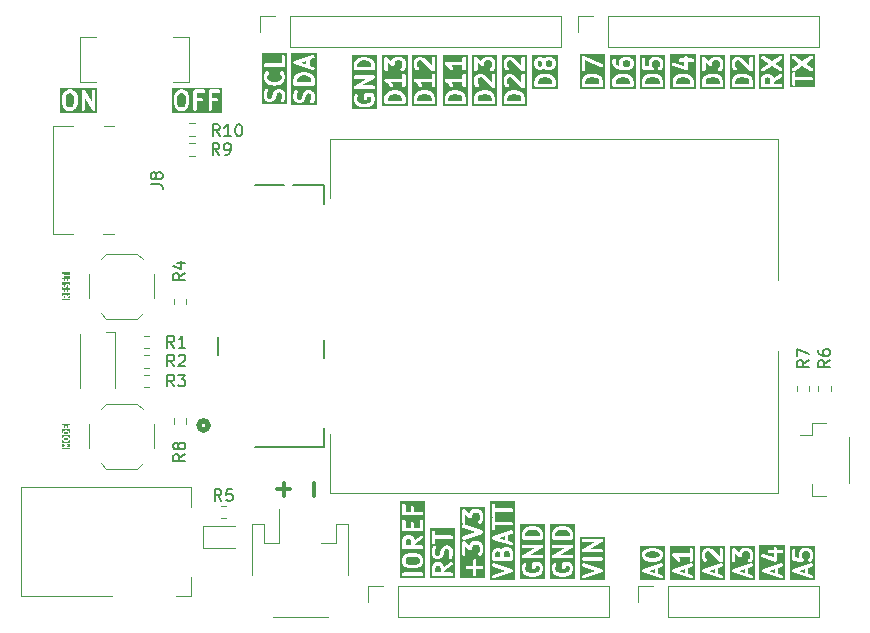
<source format=gbr>
%TF.GenerationSoftware,KiCad,Pcbnew,8.0.4*%
%TF.CreationDate,2024-12-04T08:53:49-07:00*%
%TF.ProjectId,particle-somduino,70617274-6963-46c6-952d-736f6d647569,rev?*%
%TF.SameCoordinates,Original*%
%TF.FileFunction,Legend,Top*%
%TF.FilePolarity,Positive*%
%FSLAX46Y46*%
G04 Gerber Fmt 4.6, Leading zero omitted, Abs format (unit mm)*
G04 Created by KiCad (PCBNEW 8.0.4) date 2024-12-04 08:53:49*
%MOMM*%
%LPD*%
G01*
G04 APERTURE LIST*
%ADD10C,0.300000*%
%ADD11C,0.125000*%
%ADD12C,0.150000*%
%ADD13C,0.120000*%
%ADD14C,0.152400*%
%ADD15C,0.100000*%
%ADD16C,0.508000*%
G04 APERTURE END LIST*
D10*
G36*
X119790995Y-55371177D02*
G01*
X117657661Y-55371177D01*
X117657661Y-54411653D01*
X117824328Y-54411653D01*
X117824328Y-54768796D01*
X117827210Y-54798060D01*
X117829273Y-54803040D01*
X117829655Y-54808415D01*
X117840164Y-54835878D01*
X117911593Y-54978735D01*
X117919521Y-54991330D01*
X117921036Y-54994987D01*
X117924415Y-54999104D01*
X117927258Y-55003621D01*
X117930252Y-55006218D01*
X117939690Y-55017718D01*
X118011118Y-55089147D01*
X118022623Y-55098589D01*
X118025218Y-55101581D01*
X118029728Y-55104420D01*
X118033849Y-55107802D01*
X118037508Y-55109317D01*
X118050103Y-55117246D01*
X118192961Y-55188674D01*
X118220424Y-55199184D01*
X118225799Y-55199565D01*
X118230778Y-55201628D01*
X118260042Y-55204510D01*
X118402900Y-55204510D01*
X118432164Y-55201628D01*
X118437142Y-55199565D01*
X118442518Y-55199184D01*
X118469982Y-55188674D01*
X118612839Y-55117246D01*
X118625434Y-55109317D01*
X118629093Y-55107802D01*
X118633210Y-55104422D01*
X118637725Y-55101581D01*
X118640321Y-55098586D01*
X118651824Y-55089147D01*
X118723252Y-55017718D01*
X118732690Y-55006217D01*
X118735684Y-55003621D01*
X118738524Y-54999108D01*
X118741906Y-54994988D01*
X118743421Y-54991328D01*
X118751349Y-54978735D01*
X118822778Y-54835879D01*
X118823597Y-54833736D01*
X118824242Y-54832867D01*
X118828626Y-54820595D01*
X118833287Y-54808415D01*
X118833363Y-54807334D01*
X118834135Y-54805176D01*
X118901568Y-54535438D01*
X118954749Y-54429078D01*
X118991754Y-54392073D01*
X119081167Y-54347367D01*
X119153204Y-54347367D01*
X119242617Y-54392074D01*
X119279621Y-54429078D01*
X119324328Y-54518491D01*
X119324328Y-54815882D01*
X119260597Y-55007076D01*
X119254077Y-55035750D01*
X119258227Y-55094130D01*
X119284401Y-55146477D01*
X119328615Y-55184824D01*
X119384140Y-55203333D01*
X119442520Y-55199183D01*
X119494867Y-55173009D01*
X119533214Y-55128795D01*
X119545203Y-55101944D01*
X119616631Y-54887659D01*
X119619929Y-54873149D01*
X119621446Y-54869489D01*
X119621968Y-54864180D01*
X119623150Y-54858985D01*
X119622869Y-54855036D01*
X119624328Y-54840225D01*
X119624328Y-54483082D01*
X119621446Y-54453818D01*
X119619383Y-54448839D01*
X119619002Y-54443464D01*
X119608492Y-54416001D01*
X119537064Y-54273143D01*
X119529137Y-54260551D01*
X119527621Y-54256890D01*
X119524237Y-54252767D01*
X119521399Y-54248258D01*
X119518407Y-54245663D01*
X119508966Y-54234159D01*
X119437537Y-54162730D01*
X119426035Y-54153290D01*
X119423439Y-54150297D01*
X119418925Y-54147456D01*
X119414806Y-54144075D01*
X119411146Y-54142559D01*
X119398553Y-54134632D01*
X119255696Y-54063203D01*
X119228233Y-54052694D01*
X119222858Y-54052312D01*
X119217878Y-54050249D01*
X119188614Y-54047367D01*
X119045757Y-54047367D01*
X119016493Y-54050249D01*
X119011512Y-54052312D01*
X119006138Y-54052694D01*
X118978674Y-54063203D01*
X118835818Y-54134632D01*
X118823224Y-54142559D01*
X118819565Y-54144075D01*
X118815445Y-54147456D01*
X118810932Y-54150297D01*
X118808335Y-54153291D01*
X118796834Y-54162730D01*
X118725405Y-54234159D01*
X118715965Y-54245660D01*
X118712972Y-54248257D01*
X118710131Y-54252770D01*
X118706750Y-54256890D01*
X118705234Y-54260549D01*
X118697307Y-54273143D01*
X118625878Y-54416000D01*
X118625058Y-54418140D01*
X118624414Y-54419011D01*
X118620027Y-54431288D01*
X118615369Y-54443463D01*
X118615292Y-54444543D01*
X118614521Y-54446702D01*
X118547086Y-54716439D01*
X118493906Y-54822799D01*
X118456901Y-54859804D01*
X118367490Y-54904510D01*
X118295452Y-54904510D01*
X118206039Y-54859804D01*
X118169035Y-54822800D01*
X118124328Y-54733385D01*
X118124328Y-54435993D01*
X118188059Y-54244802D01*
X118194579Y-54216128D01*
X118190430Y-54157748D01*
X118164256Y-54105401D01*
X118120042Y-54067053D01*
X118064518Y-54048545D01*
X118006138Y-54052694D01*
X117953790Y-54078868D01*
X117915443Y-54123082D01*
X117903454Y-54149933D01*
X117832026Y-54364219D01*
X117828727Y-54378726D01*
X117827210Y-54382389D01*
X117826687Y-54387697D01*
X117825506Y-54392892D01*
X117825786Y-54396841D01*
X117824328Y-54411653D01*
X117657661Y-54411653D01*
X117657661Y-52983082D01*
X117824328Y-52983082D01*
X117824328Y-53125939D01*
X117825786Y-53140750D01*
X117825506Y-53144700D01*
X117826687Y-53149894D01*
X117827210Y-53155203D01*
X117828727Y-53158865D01*
X117832026Y-53173373D01*
X117903454Y-53387659D01*
X117915443Y-53414510D01*
X117918973Y-53418580D01*
X117921036Y-53423560D01*
X117939691Y-53446291D01*
X118082548Y-53589148D01*
X118094050Y-53598588D01*
X118096646Y-53601581D01*
X118101155Y-53604419D01*
X118105278Y-53607803D01*
X118108940Y-53609319D01*
X118121532Y-53617246D01*
X118264388Y-53688675D01*
X118266530Y-53689494D01*
X118267400Y-53690139D01*
X118279671Y-53694523D01*
X118291852Y-53699184D01*
X118292932Y-53699260D01*
X118295091Y-53700032D01*
X118580805Y-53771460D01*
X118585876Y-53772209D01*
X118587921Y-53773057D01*
X118598943Y-53774142D01*
X118609894Y-53775762D01*
X118612081Y-53775436D01*
X118617185Y-53775939D01*
X118831471Y-53775939D01*
X118836574Y-53775436D01*
X118838762Y-53775762D01*
X118849712Y-53774142D01*
X118860735Y-53773057D01*
X118862779Y-53772209D01*
X118867851Y-53771460D01*
X119153565Y-53700032D01*
X119155723Y-53699260D01*
X119156804Y-53699184D01*
X119168978Y-53694525D01*
X119181256Y-53690139D01*
X119182126Y-53689494D01*
X119184267Y-53688675D01*
X119327124Y-53617246D01*
X119339717Y-53609318D01*
X119343377Y-53607803D01*
X119347496Y-53604421D01*
X119352010Y-53601581D01*
X119354606Y-53598587D01*
X119366108Y-53589148D01*
X119508966Y-53446291D01*
X119527621Y-53423561D01*
X119529683Y-53418581D01*
X119533215Y-53414510D01*
X119545203Y-53387659D01*
X119616631Y-53173373D01*
X119619930Y-53158860D01*
X119621446Y-53155203D01*
X119621968Y-53149900D01*
X119623151Y-53144699D01*
X119622869Y-53140744D01*
X119624328Y-53125939D01*
X119624328Y-52983082D01*
X119622869Y-52968276D01*
X119623151Y-52964322D01*
X119621968Y-52959120D01*
X119621446Y-52953818D01*
X119619930Y-52950160D01*
X119616631Y-52935648D01*
X119545203Y-52721362D01*
X119533215Y-52694511D01*
X119529681Y-52690436D01*
X119527620Y-52685460D01*
X119508965Y-52662729D01*
X119437536Y-52591301D01*
X119414805Y-52572647D01*
X119360733Y-52550250D01*
X119302207Y-52550250D01*
X119248135Y-52572648D01*
X119206750Y-52614034D01*
X119184353Y-52668106D01*
X119184353Y-52726632D01*
X119206751Y-52780704D01*
X119225406Y-52803435D01*
X119271794Y-52849822D01*
X119324328Y-53007424D01*
X119324328Y-53101596D01*
X119271794Y-53259198D01*
X119171188Y-53359803D01*
X119064828Y-53412984D01*
X118813007Y-53475939D01*
X118635649Y-53475939D01*
X118383827Y-53412983D01*
X118277468Y-53359804D01*
X118176861Y-53259197D01*
X118124328Y-53101598D01*
X118124328Y-53007422D01*
X118176861Y-52849823D01*
X118223251Y-52803434D01*
X118241906Y-52780704D01*
X118264302Y-52726631D01*
X118264302Y-52668105D01*
X118241906Y-52614033D01*
X118200520Y-52572647D01*
X118146448Y-52550251D01*
X118087922Y-52550251D01*
X118033849Y-52572647D01*
X118011119Y-52591302D01*
X117939691Y-52662730D01*
X117921036Y-52685461D01*
X117918973Y-52690440D01*
X117915443Y-52694511D01*
X117903454Y-52721362D01*
X117832026Y-52935648D01*
X117828727Y-52950155D01*
X117827210Y-52953818D01*
X117826687Y-52959126D01*
X117825506Y-52964321D01*
X117825786Y-52968270D01*
X117824328Y-52983082D01*
X117657661Y-52983082D01*
X117657661Y-52025247D01*
X117827210Y-52025247D01*
X117827210Y-52083775D01*
X117849608Y-52137847D01*
X117890992Y-52179231D01*
X117945064Y-52201629D01*
X117974328Y-52204511D01*
X119474328Y-52204511D01*
X119503592Y-52201629D01*
X119557664Y-52179231D01*
X119599048Y-52137847D01*
X119621446Y-52083775D01*
X119624328Y-52054511D01*
X119624328Y-51340225D01*
X119621446Y-51310961D01*
X119599048Y-51256889D01*
X119557664Y-51215505D01*
X119503592Y-51193107D01*
X119445064Y-51193107D01*
X119390992Y-51215505D01*
X119349608Y-51256889D01*
X119327210Y-51310961D01*
X119324328Y-51340225D01*
X119324328Y-51904511D01*
X117974328Y-51904511D01*
X117945064Y-51907393D01*
X117890992Y-51929791D01*
X117849608Y-51971175D01*
X117827210Y-52025247D01*
X117657661Y-52025247D01*
X117657661Y-51026440D01*
X119790995Y-51026440D01*
X119790995Y-55371177D01*
G37*
G36*
X140908828Y-91429871D02*
G01*
X141015188Y-91483052D01*
X141115794Y-91583657D01*
X141168328Y-91741259D01*
X141168328Y-91924060D01*
X139968328Y-91924060D01*
X139968328Y-91741257D01*
X140020861Y-91583658D01*
X140121468Y-91483051D01*
X140227827Y-91429872D01*
X140479649Y-91366917D01*
X140657007Y-91366917D01*
X140908828Y-91429871D01*
G37*
G36*
X141634995Y-95533584D02*
G01*
X139501661Y-95533584D01*
X139501661Y-94502632D01*
X139668328Y-94502632D01*
X139668328Y-94716917D01*
X139669786Y-94731728D01*
X139669506Y-94735678D01*
X139670687Y-94740872D01*
X139671210Y-94746181D01*
X139672727Y-94749843D01*
X139676026Y-94764351D01*
X139747454Y-94978637D01*
X139759443Y-95005488D01*
X139762973Y-95009558D01*
X139765036Y-95014538D01*
X139783691Y-95037269D01*
X139926548Y-95180126D01*
X139938050Y-95189566D01*
X139940646Y-95192559D01*
X139945155Y-95195397D01*
X139949278Y-95198781D01*
X139952940Y-95200297D01*
X139965532Y-95208224D01*
X140108388Y-95279653D01*
X140110530Y-95280472D01*
X140111400Y-95281117D01*
X140123671Y-95285501D01*
X140135852Y-95290162D01*
X140136932Y-95290238D01*
X140139091Y-95291010D01*
X140424805Y-95362438D01*
X140429876Y-95363187D01*
X140431921Y-95364035D01*
X140442943Y-95365120D01*
X140453894Y-95366740D01*
X140456081Y-95366414D01*
X140461185Y-95366917D01*
X140675471Y-95366917D01*
X140680574Y-95366414D01*
X140682762Y-95366740D01*
X140693712Y-95365120D01*
X140704735Y-95364035D01*
X140706779Y-95363187D01*
X140711851Y-95362438D01*
X140997565Y-95291010D01*
X140999723Y-95290238D01*
X141000804Y-95290162D01*
X141012978Y-95285503D01*
X141025256Y-95281117D01*
X141026126Y-95280472D01*
X141028267Y-95279653D01*
X141171124Y-95208224D01*
X141183717Y-95200296D01*
X141187377Y-95198781D01*
X141191496Y-95195399D01*
X141196010Y-95192559D01*
X141198606Y-95189565D01*
X141210108Y-95180126D01*
X141352966Y-95037269D01*
X141371621Y-95014539D01*
X141373683Y-95009559D01*
X141377215Y-95005488D01*
X141389203Y-94978637D01*
X141460631Y-94764351D01*
X141463930Y-94749838D01*
X141465446Y-94746181D01*
X141465968Y-94740878D01*
X141467151Y-94735677D01*
X141466869Y-94731722D01*
X141468328Y-94716917D01*
X141468328Y-94574060D01*
X141466869Y-94559254D01*
X141467151Y-94555300D01*
X141465968Y-94550098D01*
X141465446Y-94544796D01*
X141463930Y-94541138D01*
X141460631Y-94526626D01*
X141389203Y-94312340D01*
X141377215Y-94285489D01*
X141373681Y-94281414D01*
X141371620Y-94276438D01*
X141352965Y-94253707D01*
X141281536Y-94182279D01*
X141258810Y-94163629D01*
X141258807Y-94163626D01*
X141204735Y-94141228D01*
X141175471Y-94138346D01*
X140675471Y-94138346D01*
X140646207Y-94141228D01*
X140592135Y-94163626D01*
X140550751Y-94205010D01*
X140528353Y-94259082D01*
X140525471Y-94288346D01*
X140525471Y-94574060D01*
X140528353Y-94603324D01*
X140550751Y-94657396D01*
X140592135Y-94698780D01*
X140646207Y-94721178D01*
X140704735Y-94721178D01*
X140758807Y-94698780D01*
X140800191Y-94657396D01*
X140822589Y-94603324D01*
X140825471Y-94574060D01*
X140825471Y-94438346D01*
X141113340Y-94438346D01*
X141115794Y-94440800D01*
X141168328Y-94598402D01*
X141168328Y-94692574D01*
X141115794Y-94850176D01*
X141015188Y-94950781D01*
X140908828Y-95003962D01*
X140657007Y-95066917D01*
X140479649Y-95066917D01*
X140227827Y-95003961D01*
X140121468Y-94950782D01*
X140020861Y-94850175D01*
X139968328Y-94692576D01*
X139968328Y-94538042D01*
X140023921Y-94426856D01*
X140034431Y-94399393D01*
X140038579Y-94341013D01*
X140020071Y-94285490D01*
X139981725Y-94241275D01*
X139929376Y-94215100D01*
X139870995Y-94210952D01*
X139815473Y-94229460D01*
X139771258Y-94267806D01*
X139755593Y-94292692D01*
X139684164Y-94435550D01*
X139673654Y-94463013D01*
X139673271Y-94468390D01*
X139671210Y-94473368D01*
X139668328Y-94502632D01*
X139501661Y-94502632D01*
X139501661Y-93635012D01*
X139668694Y-93635012D01*
X139671210Y-93654803D01*
X139671210Y-93674753D01*
X139674869Y-93683586D01*
X139676075Y-93693072D01*
X139685973Y-93710394D01*
X139693608Y-93728825D01*
X139700368Y-93735585D01*
X139705113Y-93743888D01*
X139720884Y-93756101D01*
X139734992Y-93770209D01*
X139743827Y-93773868D01*
X139751387Y-93779723D01*
X139770631Y-93784971D01*
X139789064Y-93792607D01*
X139804030Y-93794080D01*
X139807851Y-93795123D01*
X139810802Y-93794747D01*
X139818328Y-93795489D01*
X141318328Y-93795489D01*
X141347592Y-93792607D01*
X141401664Y-93770209D01*
X141443048Y-93728825D01*
X141465446Y-93674753D01*
X141465446Y-93616225D01*
X141443048Y-93562153D01*
X141401664Y-93520769D01*
X141347592Y-93498371D01*
X141318328Y-93495489D01*
X140383162Y-93495489D01*
X141392749Y-92918582D01*
X141398916Y-92914204D01*
X141401664Y-92913066D01*
X141404463Y-92910266D01*
X141416727Y-92901561D01*
X141428942Y-92885787D01*
X141443048Y-92871682D01*
X141446706Y-92862848D01*
X141452563Y-92855287D01*
X141457812Y-92836038D01*
X141465446Y-92817610D01*
X141465446Y-92808048D01*
X141467962Y-92798823D01*
X141465446Y-92779031D01*
X141465446Y-92759082D01*
X141461786Y-92750248D01*
X141460581Y-92740763D01*
X141450682Y-92723440D01*
X141443048Y-92705010D01*
X141436287Y-92698249D01*
X141431543Y-92689947D01*
X141415771Y-92677733D01*
X141401664Y-92663626D01*
X141392828Y-92659966D01*
X141385269Y-92654112D01*
X141366024Y-92648863D01*
X141347592Y-92641228D01*
X141332627Y-92639754D01*
X141328806Y-92638712D01*
X141325854Y-92639087D01*
X141318328Y-92638346D01*
X139818328Y-92638346D01*
X139789064Y-92641228D01*
X139734992Y-92663626D01*
X139693608Y-92705010D01*
X139671210Y-92759082D01*
X139671210Y-92817610D01*
X139693608Y-92871682D01*
X139734992Y-92913066D01*
X139789064Y-92935464D01*
X139818328Y-92938346D01*
X140753493Y-92938346D01*
X139743907Y-93515253D01*
X139737739Y-93519630D01*
X139734992Y-93520769D01*
X139732192Y-93523568D01*
X139719929Y-93532274D01*
X139707715Y-93548045D01*
X139693608Y-93562153D01*
X139689948Y-93570988D01*
X139684094Y-93578548D01*
X139678845Y-93597792D01*
X139671210Y-93616225D01*
X139671210Y-93625787D01*
X139668694Y-93635012D01*
X139501661Y-93635012D01*
X139501661Y-91716917D01*
X139668328Y-91716917D01*
X139668328Y-92074060D01*
X139671210Y-92103324D01*
X139693608Y-92157396D01*
X139734992Y-92198780D01*
X139789064Y-92221178D01*
X139818328Y-92224060D01*
X141318328Y-92224060D01*
X141347592Y-92221178D01*
X141401664Y-92198780D01*
X141443048Y-92157396D01*
X141465446Y-92103324D01*
X141468328Y-92074060D01*
X141468328Y-91716917D01*
X141466869Y-91702111D01*
X141467151Y-91698157D01*
X141465968Y-91692955D01*
X141465446Y-91687653D01*
X141463930Y-91683995D01*
X141460631Y-91669483D01*
X141389203Y-91455197D01*
X141377215Y-91428346D01*
X141373683Y-91424274D01*
X141371621Y-91419295D01*
X141352966Y-91396565D01*
X141210108Y-91253708D01*
X141198606Y-91244268D01*
X141196010Y-91241275D01*
X141191496Y-91238434D01*
X141187377Y-91235053D01*
X141183717Y-91233537D01*
X141171124Y-91225610D01*
X141028267Y-91154181D01*
X141026126Y-91153361D01*
X141025256Y-91152717D01*
X141012978Y-91148330D01*
X141000804Y-91143672D01*
X140999723Y-91143595D01*
X140997565Y-91142824D01*
X140711851Y-91071396D01*
X140706779Y-91070646D01*
X140704735Y-91069799D01*
X140693712Y-91068713D01*
X140682762Y-91067094D01*
X140680574Y-91067419D01*
X140675471Y-91066917D01*
X140461185Y-91066917D01*
X140456081Y-91067419D01*
X140453894Y-91067094D01*
X140442943Y-91068713D01*
X140431921Y-91069799D01*
X140429876Y-91070646D01*
X140424805Y-91071396D01*
X140139091Y-91142824D01*
X140136932Y-91143595D01*
X140135852Y-91143672D01*
X140123671Y-91148332D01*
X140111400Y-91152717D01*
X140110530Y-91153361D01*
X140108388Y-91154181D01*
X139965532Y-91225610D01*
X139952940Y-91233536D01*
X139949278Y-91235053D01*
X139945155Y-91238436D01*
X139940646Y-91241275D01*
X139938050Y-91244267D01*
X139926548Y-91253708D01*
X139783691Y-91396565D01*
X139765036Y-91419296D01*
X139762973Y-91424275D01*
X139759443Y-91428346D01*
X139747454Y-91455197D01*
X139676026Y-91669483D01*
X139672727Y-91683990D01*
X139671210Y-91687653D01*
X139670687Y-91692961D01*
X139669506Y-91698156D01*
X139669786Y-91702105D01*
X139668328Y-91716917D01*
X139501661Y-91716917D01*
X139501661Y-90900250D01*
X141634995Y-90900250D01*
X141634995Y-95533584D01*
G37*
G36*
X161059757Y-95008803D02*
G01*
X160612668Y-94859774D01*
X161059757Y-94710744D01*
X161059757Y-95008803D01*
G37*
G36*
X161953818Y-95675264D02*
G01*
X159751411Y-95675264D01*
X159751411Y-94841013D01*
X159989506Y-94841013D01*
X159990839Y-94859774D01*
X159989506Y-94878535D01*
X159992895Y-94888702D01*
X159993655Y-94899394D01*
X160002066Y-94916217D01*
X160008014Y-94934059D01*
X160015036Y-94942155D01*
X160019829Y-94951741D01*
X160034037Y-94964064D01*
X160046361Y-94978273D01*
X160055946Y-94983065D01*
X160064043Y-94990088D01*
X160090894Y-95002076D01*
X161590894Y-95502077D01*
X161619568Y-95508597D01*
X161677948Y-95504447D01*
X161730295Y-95478273D01*
X161768642Y-95434059D01*
X161787151Y-95378535D01*
X161783001Y-95320155D01*
X161756828Y-95267807D01*
X161712613Y-95229460D01*
X161685762Y-95217472D01*
X161359757Y-95108803D01*
X161359757Y-94610744D01*
X161685762Y-94502076D01*
X161712613Y-94490088D01*
X161756828Y-94451741D01*
X161783001Y-94399393D01*
X161787151Y-94341013D01*
X161768642Y-94285489D01*
X161730295Y-94241275D01*
X161677948Y-94215101D01*
X161619568Y-94210951D01*
X161590894Y-94217471D01*
X160090894Y-94717472D01*
X160064043Y-94729460D01*
X160055946Y-94736482D01*
X160046361Y-94741275D01*
X160034037Y-94755483D01*
X160019829Y-94767807D01*
X160015036Y-94777392D01*
X160008014Y-94785489D01*
X160002066Y-94803330D01*
X159993655Y-94820154D01*
X159992895Y-94830845D01*
X159989506Y-94841013D01*
X159751411Y-94841013D01*
X159751411Y-93555299D01*
X159918078Y-93555299D01*
X159922227Y-93613680D01*
X159948401Y-93666027D01*
X159992615Y-93704374D01*
X160019466Y-93716362D01*
X161090893Y-94073505D01*
X161105402Y-94076804D01*
X161109064Y-94078321D01*
X161112073Y-94078321D01*
X161119567Y-94080025D01*
X161143544Y-94078321D01*
X161167592Y-94078321D01*
X161172572Y-94076257D01*
X161177947Y-94075876D01*
X161199446Y-94065126D01*
X161221664Y-94055923D01*
X161225475Y-94052111D01*
X161230294Y-94049702D01*
X161246042Y-94031544D01*
X161263048Y-94014539D01*
X161265110Y-94009559D01*
X161268642Y-94005488D01*
X161276243Y-93982683D01*
X161285446Y-93960467D01*
X161286199Y-93952813D01*
X161287150Y-93949963D01*
X161286869Y-93946014D01*
X161288328Y-93931203D01*
X161288328Y-93366918D01*
X161638328Y-93366918D01*
X161667592Y-93364036D01*
X161721664Y-93341638D01*
X161763048Y-93300254D01*
X161785446Y-93246182D01*
X161785446Y-93187654D01*
X161763048Y-93133582D01*
X161721664Y-93092198D01*
X161667592Y-93069800D01*
X161638328Y-93066918D01*
X161288328Y-93066918D01*
X161288328Y-93002632D01*
X161285446Y-92973368D01*
X161263048Y-92919296D01*
X161221664Y-92877912D01*
X161167592Y-92855514D01*
X161109064Y-92855514D01*
X161054992Y-92877912D01*
X161013608Y-92919296D01*
X160991210Y-92973368D01*
X160988328Y-93002632D01*
X160988328Y-93066918D01*
X160638328Y-93066918D01*
X160609064Y-93069800D01*
X160554992Y-93092198D01*
X160513608Y-93133582D01*
X160491210Y-93187654D01*
X160491210Y-93246182D01*
X160513608Y-93300254D01*
X160554992Y-93341638D01*
X160609064Y-93364036D01*
X160638328Y-93366918D01*
X160988328Y-93366918D01*
X160988328Y-93723088D01*
X160114334Y-93431758D01*
X160085661Y-93425238D01*
X160027280Y-93429387D01*
X159974933Y-93455561D01*
X159936586Y-93499775D01*
X159918078Y-93555299D01*
X159751411Y-93555299D01*
X159751411Y-92688847D01*
X161953818Y-92688847D01*
X161953818Y-95675264D01*
G37*
G36*
X139372828Y-54553178D02*
G01*
X139479188Y-54606359D01*
X139579794Y-54706964D01*
X139632328Y-54864566D01*
X139632328Y-55047367D01*
X138432328Y-55047367D01*
X138432328Y-54864564D01*
X138484861Y-54706965D01*
X138585468Y-54606358D01*
X138691827Y-54553179D01*
X138943649Y-54490224D01*
X139121007Y-54490224D01*
X139372828Y-54553178D01*
G37*
G36*
X140098995Y-55514034D02*
G01*
X137965661Y-55514034D01*
X137965661Y-54840224D01*
X138132328Y-54840224D01*
X138132328Y-55197367D01*
X138135210Y-55226631D01*
X138157608Y-55280703D01*
X138198992Y-55322087D01*
X138253064Y-55344485D01*
X138282328Y-55347367D01*
X139782328Y-55347367D01*
X139811592Y-55344485D01*
X139865664Y-55322087D01*
X139907048Y-55280703D01*
X139929446Y-55226631D01*
X139932328Y-55197367D01*
X139932328Y-54840224D01*
X139930869Y-54825418D01*
X139931151Y-54821464D01*
X139929968Y-54816262D01*
X139929446Y-54810960D01*
X139927930Y-54807302D01*
X139924631Y-54792790D01*
X139853203Y-54578504D01*
X139841215Y-54551653D01*
X139837683Y-54547581D01*
X139835621Y-54542602D01*
X139816966Y-54519872D01*
X139674108Y-54377015D01*
X139662606Y-54367575D01*
X139660010Y-54364582D01*
X139655496Y-54361741D01*
X139651377Y-54358360D01*
X139647717Y-54356844D01*
X139635124Y-54348917D01*
X139492267Y-54277488D01*
X139490126Y-54276668D01*
X139489256Y-54276024D01*
X139476978Y-54271637D01*
X139464804Y-54266979D01*
X139463723Y-54266902D01*
X139461565Y-54266131D01*
X139175851Y-54194703D01*
X139170779Y-54193953D01*
X139168735Y-54193106D01*
X139157712Y-54192020D01*
X139146762Y-54190401D01*
X139144574Y-54190726D01*
X139139471Y-54190224D01*
X138925185Y-54190224D01*
X138920081Y-54190726D01*
X138917894Y-54190401D01*
X138906943Y-54192020D01*
X138895921Y-54193106D01*
X138893876Y-54193953D01*
X138888805Y-54194703D01*
X138603091Y-54266131D01*
X138600932Y-54266902D01*
X138599852Y-54266979D01*
X138587671Y-54271639D01*
X138575400Y-54276024D01*
X138574530Y-54276668D01*
X138572388Y-54277488D01*
X138429532Y-54348917D01*
X138416940Y-54356843D01*
X138413278Y-54358360D01*
X138409155Y-54361743D01*
X138404646Y-54364582D01*
X138402050Y-54367574D01*
X138390548Y-54377015D01*
X138247691Y-54519872D01*
X138229036Y-54542603D01*
X138226973Y-54547582D01*
X138223443Y-54551653D01*
X138211454Y-54578504D01*
X138140026Y-54792790D01*
X138136727Y-54807297D01*
X138135210Y-54810960D01*
X138134687Y-54816268D01*
X138133506Y-54821463D01*
X138133786Y-54825412D01*
X138132328Y-54840224D01*
X137965661Y-54840224D01*
X137965661Y-53197367D01*
X138132328Y-53197367D01*
X138132328Y-53554510D01*
X138135210Y-53583774D01*
X138137273Y-53588754D01*
X138137655Y-53594129D01*
X138148164Y-53621592D01*
X138219593Y-53764449D01*
X138227520Y-53777042D01*
X138229036Y-53780702D01*
X138232417Y-53784821D01*
X138235258Y-53789335D01*
X138238251Y-53791931D01*
X138247691Y-53803433D01*
X138319119Y-53874861D01*
X138341849Y-53893516D01*
X138395922Y-53915912D01*
X138454448Y-53915912D01*
X138508520Y-53893516D01*
X138549906Y-53852130D01*
X138572302Y-53798058D01*
X138572302Y-53739532D01*
X138549906Y-53685459D01*
X138531251Y-53662729D01*
X138477035Y-53608513D01*
X138432328Y-53519099D01*
X138432328Y-53232777D01*
X138477035Y-53143362D01*
X138514039Y-53106358D01*
X138603452Y-53061652D01*
X138686559Y-53061652D01*
X138844157Y-53114185D01*
X139676262Y-53946290D01*
X139698992Y-53964945D01*
X139737227Y-53980781D01*
X139753064Y-53987342D01*
X139753065Y-53987342D01*
X139811591Y-53987342D01*
X139811592Y-53987342D01*
X139833989Y-53978064D01*
X139865663Y-53964945D01*
X139907049Y-53923559D01*
X139929446Y-53869487D01*
X139932328Y-53840224D01*
X139932328Y-52911652D01*
X139929446Y-52882388D01*
X139907048Y-52828316D01*
X139865664Y-52786932D01*
X139811592Y-52764534D01*
X139753064Y-52764534D01*
X139698992Y-52786932D01*
X139657608Y-52828316D01*
X139635210Y-52882388D01*
X139632328Y-52911652D01*
X139632328Y-53478092D01*
X139031251Y-52877015D01*
X139008520Y-52858360D01*
X139003540Y-52856297D01*
X138999470Y-52852767D01*
X138972619Y-52840779D01*
X138758335Y-52769350D01*
X138743825Y-52766050D01*
X138740164Y-52764534D01*
X138734855Y-52764011D01*
X138729661Y-52762830D01*
X138725711Y-52763110D01*
X138710900Y-52761652D01*
X138568042Y-52761652D01*
X138538778Y-52764534D01*
X138533797Y-52766597D01*
X138528423Y-52766979D01*
X138500959Y-52777488D01*
X138358103Y-52848917D01*
X138345506Y-52856845D01*
X138341849Y-52858361D01*
X138337731Y-52861740D01*
X138333217Y-52864582D01*
X138330619Y-52867576D01*
X138319118Y-52877016D01*
X138247690Y-52948445D01*
X138238252Y-52959944D01*
X138235258Y-52962542D01*
X138232415Y-52967058D01*
X138229036Y-52971176D01*
X138227521Y-52974832D01*
X138219593Y-52987428D01*
X138148164Y-53130285D01*
X138137655Y-53157748D01*
X138137273Y-53163122D01*
X138135210Y-53168103D01*
X138132328Y-53197367D01*
X137965661Y-53197367D01*
X137965661Y-51768796D01*
X138132328Y-51768796D01*
X138132328Y-52125939D01*
X138135210Y-52155203D01*
X138137273Y-52160183D01*
X138137655Y-52165558D01*
X138148164Y-52193021D01*
X138219593Y-52335878D01*
X138227520Y-52348471D01*
X138229036Y-52352131D01*
X138232417Y-52356250D01*
X138235258Y-52360764D01*
X138238251Y-52363360D01*
X138247691Y-52374862D01*
X138319119Y-52446290D01*
X138341849Y-52464945D01*
X138395922Y-52487341D01*
X138454448Y-52487341D01*
X138508520Y-52464945D01*
X138549906Y-52423559D01*
X138572302Y-52369487D01*
X138572302Y-52310961D01*
X138549906Y-52256888D01*
X138531251Y-52234158D01*
X138477035Y-52179942D01*
X138432328Y-52090528D01*
X138432328Y-51804206D01*
X138477035Y-51714791D01*
X138514039Y-51677787D01*
X138603452Y-51633081D01*
X138686559Y-51633081D01*
X138844157Y-51685614D01*
X139676262Y-52517719D01*
X139698992Y-52536374D01*
X139737227Y-52552210D01*
X139753064Y-52558771D01*
X139753065Y-52558771D01*
X139811591Y-52558771D01*
X139811592Y-52558771D01*
X139833989Y-52549493D01*
X139865663Y-52536374D01*
X139907049Y-52494988D01*
X139929446Y-52440916D01*
X139932328Y-52411653D01*
X139932328Y-51483081D01*
X139929446Y-51453817D01*
X139907048Y-51399745D01*
X139865664Y-51358361D01*
X139811592Y-51335963D01*
X139753064Y-51335963D01*
X139698992Y-51358361D01*
X139657608Y-51399745D01*
X139635210Y-51453817D01*
X139632328Y-51483081D01*
X139632328Y-52049521D01*
X139031251Y-51448444D01*
X139008520Y-51429789D01*
X139003540Y-51427726D01*
X138999470Y-51424196D01*
X138972619Y-51412208D01*
X138758335Y-51340779D01*
X138743825Y-51337479D01*
X138740164Y-51335963D01*
X138734855Y-51335440D01*
X138729661Y-51334259D01*
X138725711Y-51334539D01*
X138710900Y-51333081D01*
X138568042Y-51333081D01*
X138538778Y-51335963D01*
X138533797Y-51338026D01*
X138528423Y-51338408D01*
X138500959Y-51348917D01*
X138358103Y-51420346D01*
X138345506Y-51428274D01*
X138341849Y-51429790D01*
X138337731Y-51433169D01*
X138333217Y-51436011D01*
X138330619Y-51439005D01*
X138319118Y-51448445D01*
X138247690Y-51519874D01*
X138238252Y-51531373D01*
X138235258Y-51533971D01*
X138232415Y-51538487D01*
X138229036Y-51542605D01*
X138227521Y-51546261D01*
X138219593Y-51558857D01*
X138148164Y-51701714D01*
X138137655Y-51729177D01*
X138137273Y-51734551D01*
X138135210Y-51739532D01*
X138132328Y-51768796D01*
X137965661Y-51768796D01*
X137965661Y-51166414D01*
X140098995Y-51166414D01*
X140098995Y-55514034D01*
G37*
G36*
X164494995Y-53939723D02*
G01*
X162361661Y-53939723D01*
X162361661Y-52768796D01*
X162528328Y-52768796D01*
X162528328Y-53625938D01*
X162531210Y-53655202D01*
X162553608Y-53709274D01*
X162594992Y-53750658D01*
X162649064Y-53773056D01*
X162707592Y-53773056D01*
X162761664Y-53750658D01*
X162803048Y-53709274D01*
X162825446Y-53655202D01*
X162828328Y-53625938D01*
X162828328Y-53347367D01*
X164178328Y-53347367D01*
X164207592Y-53344485D01*
X164261664Y-53322087D01*
X164303048Y-53280703D01*
X164325446Y-53226631D01*
X164325446Y-53168103D01*
X164303048Y-53114031D01*
X164261664Y-53072647D01*
X164207592Y-53050249D01*
X164178328Y-53047367D01*
X162828328Y-53047367D01*
X162828328Y-52768796D01*
X162825446Y-52739532D01*
X162803048Y-52685460D01*
X162761664Y-52644076D01*
X162707592Y-52621678D01*
X162649064Y-52621678D01*
X162594992Y-52644076D01*
X162553608Y-52685460D01*
X162531210Y-52739532D01*
X162528328Y-52768796D01*
X162361661Y-52768796D01*
X162361661Y-51411811D01*
X162528328Y-51411811D01*
X162539806Y-51469200D01*
X162572372Y-51517830D01*
X162595123Y-51536461D01*
X163157911Y-51911653D01*
X162595123Y-52286845D01*
X162572372Y-52305476D01*
X162539806Y-52354106D01*
X162528328Y-52411495D01*
X162539686Y-52468910D01*
X162572151Y-52517609D01*
X162620781Y-52550175D01*
X162678170Y-52561653D01*
X162735585Y-52550295D01*
X162761533Y-52536461D01*
X163428327Y-52091930D01*
X164095123Y-52536461D01*
X164121071Y-52550296D01*
X164178486Y-52561653D01*
X164235875Y-52550175D01*
X164284505Y-52517609D01*
X164316971Y-52468910D01*
X164328328Y-52411496D01*
X164316850Y-52354106D01*
X164284284Y-52305476D01*
X164261533Y-52286846D01*
X163698744Y-51911653D01*
X164261533Y-51536460D01*
X164284284Y-51517830D01*
X164316850Y-51469200D01*
X164328328Y-51411810D01*
X164316971Y-51354396D01*
X164284505Y-51305697D01*
X164235875Y-51273131D01*
X164178486Y-51261653D01*
X164121071Y-51273010D01*
X164095123Y-51286845D01*
X163428327Y-51731375D01*
X162761533Y-51286845D01*
X162735585Y-51273011D01*
X162678170Y-51261653D01*
X162620781Y-51273131D01*
X162572151Y-51305697D01*
X162539686Y-51354396D01*
X162528328Y-51411811D01*
X162361661Y-51411811D01*
X162361661Y-51094986D01*
X164494995Y-51094986D01*
X164494995Y-53939723D01*
G37*
D11*
G36*
X101221426Y-83604054D02*
G01*
X101249634Y-83632262D01*
X101262309Y-83657610D01*
X101262309Y-83723341D01*
X101249634Y-83748689D01*
X101221426Y-83776897D01*
X101150448Y-83794642D01*
X100999170Y-83794642D01*
X100928190Y-83776897D01*
X100899985Y-83748692D01*
X100887309Y-83723341D01*
X100887309Y-83657610D01*
X100899985Y-83632259D01*
X100928190Y-83604054D01*
X100999171Y-83586309D01*
X101150447Y-83586309D01*
X101221426Y-83604054D01*
G37*
G36*
X101183948Y-83106588D02*
G01*
X101216356Y-83122793D01*
X101246373Y-83152809D01*
X101262309Y-83200617D01*
X101262309Y-83247023D01*
X100887309Y-83247023D01*
X100887309Y-83200619D01*
X100903246Y-83152807D01*
X100933261Y-83122792D01*
X100965669Y-83106588D01*
X101046789Y-83086309D01*
X101102829Y-83086309D01*
X101183948Y-83106588D01*
G37*
G36*
X101449809Y-84529762D02*
G01*
X100699809Y-84529762D01*
X100699809Y-84068685D01*
X100762370Y-84068685D01*
X100767067Y-84081601D01*
X100767067Y-84095347D01*
X100774921Y-84103201D01*
X100778717Y-84113639D01*
X100798379Y-84128065D01*
X101034158Y-84238095D01*
X100798379Y-84348126D01*
X100778717Y-84362552D01*
X100774921Y-84372989D01*
X100767067Y-84380844D01*
X100767067Y-84394589D01*
X100762370Y-84407506D01*
X100767067Y-84417571D01*
X100767067Y-84428680D01*
X100776787Y-84438400D01*
X100782599Y-84450854D01*
X100793036Y-84454649D01*
X100800891Y-84462504D01*
X100824809Y-84467262D01*
X101324809Y-84467262D01*
X101348727Y-84462504D01*
X101382551Y-84428680D01*
X101382551Y-84380844D01*
X101348727Y-84347020D01*
X101324809Y-84342262D01*
X101106530Y-84342262D01*
X101208382Y-84294731D01*
X101221367Y-84285203D01*
X101224163Y-84284187D01*
X101224897Y-84282613D01*
X101228044Y-84280305D01*
X101235348Y-84260218D01*
X101244392Y-84240839D01*
X101243393Y-84238093D01*
X101244391Y-84235351D01*
X101235356Y-84215990D01*
X101228045Y-84195885D01*
X101224895Y-84193573D01*
X101224162Y-84192003D01*
X101221370Y-84190987D01*
X101208383Y-84181459D01*
X101106532Y-84133929D01*
X101324809Y-84133929D01*
X101348727Y-84129171D01*
X101382551Y-84095347D01*
X101382551Y-84047511D01*
X101348727Y-84013687D01*
X101324809Y-84008929D01*
X100824809Y-84008929D01*
X100800891Y-84013687D01*
X100793036Y-84021541D01*
X100782599Y-84025337D01*
X100776787Y-84037790D01*
X100767067Y-84047511D01*
X100767067Y-84058619D01*
X100762370Y-84068685D01*
X100699809Y-84068685D01*
X100699809Y-83642857D01*
X100762309Y-83642857D01*
X100762309Y-83738095D01*
X100762920Y-83741166D01*
X100762467Y-83742526D01*
X100765111Y-83752182D01*
X100767067Y-83762013D01*
X100768081Y-83763027D01*
X100768908Y-83766046D01*
X100792718Y-83813665D01*
X100798858Y-83821576D01*
X100804425Y-83829908D01*
X100852044Y-83877527D01*
X100857672Y-83881287D01*
X100859030Y-83883550D01*
X100865954Y-83886821D01*
X100872321Y-83891075D01*
X100874958Y-83891075D01*
X100881080Y-83893967D01*
X100976318Y-83917776D01*
X100983966Y-83918148D01*
X100991476Y-83919642D01*
X101158142Y-83919642D01*
X101165651Y-83918148D01*
X101173300Y-83917776D01*
X101268538Y-83893967D01*
X101274657Y-83891075D01*
X101277297Y-83891076D01*
X101283668Y-83886819D01*
X101290588Y-83883550D01*
X101291944Y-83881289D01*
X101297574Y-83877528D01*
X101345194Y-83829909D01*
X101350761Y-83821575D01*
X101356902Y-83813664D01*
X101380711Y-83766046D01*
X101381537Y-83763026D01*
X101382551Y-83762013D01*
X101384505Y-83752185D01*
X101387151Y-83742525D01*
X101386698Y-83741166D01*
X101387309Y-83738095D01*
X101387309Y-83642857D01*
X101386698Y-83639785D01*
X101387151Y-83638427D01*
X101384505Y-83628766D01*
X101382551Y-83618939D01*
X101381537Y-83617925D01*
X101380711Y-83614906D01*
X101356902Y-83567288D01*
X101350761Y-83559376D01*
X101345194Y-83551043D01*
X101297574Y-83503424D01*
X101291944Y-83499662D01*
X101290588Y-83497402D01*
X101283667Y-83494132D01*
X101277297Y-83489876D01*
X101274658Y-83489876D01*
X101268539Y-83486985D01*
X101173301Y-83463175D01*
X101165651Y-83462802D01*
X101158142Y-83461309D01*
X100991476Y-83461309D01*
X100983966Y-83462802D01*
X100976317Y-83463175D01*
X100881079Y-83486985D01*
X100874957Y-83489877D01*
X100872321Y-83489877D01*
X100865957Y-83494128D01*
X100859029Y-83497402D01*
X100857671Y-83499665D01*
X100852044Y-83503425D01*
X100804425Y-83551044D01*
X100798858Y-83559375D01*
X100792718Y-83567287D01*
X100768908Y-83614906D01*
X100768081Y-83617924D01*
X100767067Y-83618939D01*
X100765111Y-83628769D01*
X100762467Y-83638426D01*
X100762920Y-83639785D01*
X100762309Y-83642857D01*
X100699809Y-83642857D01*
X100699809Y-83190475D01*
X100762309Y-83190475D01*
X100762309Y-83309523D01*
X100767067Y-83333441D01*
X100800891Y-83367265D01*
X100824809Y-83372023D01*
X101324809Y-83372023D01*
X101348727Y-83367265D01*
X101382551Y-83333441D01*
X101387309Y-83309523D01*
X101387309Y-83190475D01*
X101385355Y-83180654D01*
X101384102Y-83170711D01*
X101360293Y-83099283D01*
X101358742Y-83096562D01*
X101358742Y-83095129D01*
X101353177Y-83086801D01*
X101348216Y-83078097D01*
X101346933Y-83077455D01*
X101345194Y-83074852D01*
X101297574Y-83027233D01*
X101289233Y-83021660D01*
X101281331Y-83015527D01*
X101233712Y-82991717D01*
X101227111Y-82989909D01*
X101220919Y-82986984D01*
X101125681Y-82963175D01*
X101118032Y-82962802D01*
X101110523Y-82961309D01*
X101039095Y-82961309D01*
X101031585Y-82962802D01*
X101023937Y-82963175D01*
X100928699Y-82986984D01*
X100922510Y-82989907D01*
X100915906Y-82991716D01*
X100868287Y-83015527D01*
X100860375Y-83021667D01*
X100852044Y-83027234D01*
X100804425Y-83074853D01*
X100802686Y-83077454D01*
X100801404Y-83078096D01*
X100796437Y-83086807D01*
X100790877Y-83095130D01*
X100790877Y-83096561D01*
X100789326Y-83099282D01*
X100765516Y-83170710D01*
X100764263Y-83180651D01*
X100762309Y-83190475D01*
X100699809Y-83190475D01*
X100699809Y-82571428D01*
X100762309Y-82571428D01*
X100762309Y-82809523D01*
X100767067Y-82833441D01*
X100800891Y-82867265D01*
X100824809Y-82872023D01*
X101324809Y-82872023D01*
X101348727Y-82867265D01*
X101382551Y-82833441D01*
X101387309Y-82809523D01*
X101387309Y-82571428D01*
X101382551Y-82547510D01*
X101348727Y-82513686D01*
X101300891Y-82513686D01*
X101267067Y-82547510D01*
X101262309Y-82571428D01*
X101262309Y-82747023D01*
X101125404Y-82747023D01*
X101125404Y-82642856D01*
X101120646Y-82618938D01*
X101086822Y-82585114D01*
X101038986Y-82585114D01*
X101005162Y-82618938D01*
X101000404Y-82642856D01*
X101000404Y-82747023D01*
X100887309Y-82747023D01*
X100887309Y-82571428D01*
X100882551Y-82547510D01*
X100848727Y-82513686D01*
X100800891Y-82513686D01*
X100767067Y-82547510D01*
X100762309Y-82571428D01*
X100699809Y-82571428D01*
X100699809Y-82451186D01*
X101449809Y-82451186D01*
X101449809Y-84529762D01*
G37*
D10*
G36*
X155979757Y-95008803D02*
G01*
X155532668Y-94859774D01*
X155979757Y-94710744D01*
X155979757Y-95008803D01*
G37*
G36*
X156874995Y-95675264D02*
G01*
X154741661Y-95675264D01*
X154741661Y-94841013D01*
X154909506Y-94841013D01*
X154910839Y-94859774D01*
X154909506Y-94878535D01*
X154912895Y-94888702D01*
X154913655Y-94899394D01*
X154922066Y-94916217D01*
X154928014Y-94934059D01*
X154935036Y-94942155D01*
X154939829Y-94951741D01*
X154954037Y-94964064D01*
X154966361Y-94978273D01*
X154975946Y-94983065D01*
X154984043Y-94990088D01*
X155010894Y-95002076D01*
X156510894Y-95502077D01*
X156539568Y-95508597D01*
X156597948Y-95504447D01*
X156650295Y-95478273D01*
X156688642Y-95434059D01*
X156707151Y-95378535D01*
X156703001Y-95320155D01*
X156676828Y-95267807D01*
X156632613Y-95229460D01*
X156605762Y-95217472D01*
X156279757Y-95108803D01*
X156279757Y-94610744D01*
X156605762Y-94502076D01*
X156632613Y-94490088D01*
X156676828Y-94451741D01*
X156703001Y-94399393D01*
X156707151Y-94341013D01*
X156688642Y-94285489D01*
X156650295Y-94241275D01*
X156597948Y-94215101D01*
X156539568Y-94210951D01*
X156510894Y-94217471D01*
X155010894Y-94717472D01*
X154984043Y-94729460D01*
X154975946Y-94736482D01*
X154966361Y-94741275D01*
X154954037Y-94755483D01*
X154939829Y-94767807D01*
X154935036Y-94777392D01*
X154928014Y-94785489D01*
X154922066Y-94803330D01*
X154913655Y-94820154D01*
X154912895Y-94830845D01*
X154909506Y-94841013D01*
X154741661Y-94841013D01*
X154741661Y-93359775D01*
X154908328Y-93359775D01*
X154908328Y-93716918D01*
X154911210Y-93746182D01*
X154913273Y-93751162D01*
X154913655Y-93756537D01*
X154924164Y-93784000D01*
X154995593Y-93926857D01*
X155003520Y-93939450D01*
X155005036Y-93943110D01*
X155008417Y-93947229D01*
X155011258Y-93951743D01*
X155014251Y-93954339D01*
X155023691Y-93965841D01*
X155095119Y-94037269D01*
X155117849Y-94055924D01*
X155171922Y-94078320D01*
X155230448Y-94078320D01*
X155284520Y-94055924D01*
X155325906Y-94014538D01*
X155348302Y-93960466D01*
X155348302Y-93901940D01*
X155325906Y-93847867D01*
X155307251Y-93825137D01*
X155253035Y-93770921D01*
X155208328Y-93681507D01*
X155208328Y-93395185D01*
X155253035Y-93305770D01*
X155290039Y-93268766D01*
X155379452Y-93224060D01*
X155462559Y-93224060D01*
X155620157Y-93276593D01*
X156452262Y-94108698D01*
X156474992Y-94127353D01*
X156513227Y-94143189D01*
X156529064Y-94149750D01*
X156529065Y-94149750D01*
X156587591Y-94149750D01*
X156587592Y-94149750D01*
X156609989Y-94140472D01*
X156641663Y-94127353D01*
X156683049Y-94085967D01*
X156705446Y-94031895D01*
X156708328Y-94002632D01*
X156708328Y-93074060D01*
X156705446Y-93044796D01*
X156683048Y-92990724D01*
X156641664Y-92949340D01*
X156587592Y-92926942D01*
X156529064Y-92926942D01*
X156474992Y-92949340D01*
X156433608Y-92990724D01*
X156411210Y-93044796D01*
X156408328Y-93074060D01*
X156408328Y-93640500D01*
X155807251Y-93039423D01*
X155784520Y-93020768D01*
X155779540Y-93018705D01*
X155775470Y-93015175D01*
X155748619Y-93003187D01*
X155534335Y-92931758D01*
X155519825Y-92928458D01*
X155516164Y-92926942D01*
X155510855Y-92926419D01*
X155505661Y-92925238D01*
X155501711Y-92925518D01*
X155486900Y-92924060D01*
X155344042Y-92924060D01*
X155314778Y-92926942D01*
X155309797Y-92929005D01*
X155304423Y-92929387D01*
X155276959Y-92939896D01*
X155134103Y-93011325D01*
X155121506Y-93019253D01*
X155117849Y-93020769D01*
X155113731Y-93024148D01*
X155109217Y-93026990D01*
X155106619Y-93029984D01*
X155095118Y-93039424D01*
X155023690Y-93110853D01*
X155014252Y-93122352D01*
X155011258Y-93124950D01*
X155008415Y-93129466D01*
X155005036Y-93133584D01*
X155003521Y-93137240D01*
X154995593Y-93149836D01*
X154924164Y-93292693D01*
X154913655Y-93320156D01*
X154913273Y-93325530D01*
X154911210Y-93330511D01*
X154908328Y-93359775D01*
X154741661Y-93359775D01*
X154741661Y-92757393D01*
X156874995Y-92757393D01*
X156874995Y-95675264D01*
G37*
G36*
X153668828Y-53124607D02*
G01*
X153775188Y-53177788D01*
X153875794Y-53278393D01*
X153928328Y-53435995D01*
X153928328Y-53618796D01*
X152728328Y-53618796D01*
X152728328Y-53435993D01*
X152780861Y-53278394D01*
X152881468Y-53177787D01*
X152987827Y-53124608D01*
X153239649Y-53061653D01*
X153417007Y-53061653D01*
X153668828Y-53124607D01*
G37*
G36*
X154394995Y-54085463D02*
G01*
X152191411Y-54085463D01*
X152191411Y-53411653D01*
X152428328Y-53411653D01*
X152428328Y-53768796D01*
X152431210Y-53798060D01*
X152453608Y-53852132D01*
X152494992Y-53893516D01*
X152549064Y-53915914D01*
X152578328Y-53918796D01*
X154078328Y-53918796D01*
X154107592Y-53915914D01*
X154161664Y-53893516D01*
X154203048Y-53852132D01*
X154225446Y-53798060D01*
X154228328Y-53768796D01*
X154228328Y-53411653D01*
X154226869Y-53396847D01*
X154227151Y-53392893D01*
X154225968Y-53387691D01*
X154225446Y-53382389D01*
X154223930Y-53378731D01*
X154220631Y-53364219D01*
X154149203Y-53149933D01*
X154137215Y-53123082D01*
X154133683Y-53119010D01*
X154131621Y-53114031D01*
X154112966Y-53091301D01*
X153970108Y-52948444D01*
X153958606Y-52939004D01*
X153956010Y-52936011D01*
X153951496Y-52933170D01*
X153947377Y-52929789D01*
X153943717Y-52928273D01*
X153931124Y-52920346D01*
X153788267Y-52848917D01*
X153786126Y-52848097D01*
X153785256Y-52847453D01*
X153772978Y-52843066D01*
X153760804Y-52838408D01*
X153759723Y-52838331D01*
X153757565Y-52837560D01*
X153471851Y-52766132D01*
X153466779Y-52765382D01*
X153464735Y-52764535D01*
X153453712Y-52763449D01*
X153442762Y-52761830D01*
X153440574Y-52762155D01*
X153435471Y-52761653D01*
X153221185Y-52761653D01*
X153216081Y-52762155D01*
X153213894Y-52761830D01*
X153202943Y-52763449D01*
X153191921Y-52764535D01*
X153189876Y-52765382D01*
X153184805Y-52766132D01*
X152899091Y-52837560D01*
X152896932Y-52838331D01*
X152895852Y-52838408D01*
X152883671Y-52843068D01*
X152871400Y-52847453D01*
X152870530Y-52848097D01*
X152868388Y-52848917D01*
X152725532Y-52920346D01*
X152712940Y-52928272D01*
X152709278Y-52929789D01*
X152705155Y-52933172D01*
X152700646Y-52936011D01*
X152698050Y-52939003D01*
X152686548Y-52948444D01*
X152543691Y-53091301D01*
X152525036Y-53114032D01*
X152522973Y-53119011D01*
X152519443Y-53123082D01*
X152507454Y-53149933D01*
X152436026Y-53364219D01*
X152432727Y-53378726D01*
X152431210Y-53382389D01*
X152430687Y-53387697D01*
X152429506Y-53392892D01*
X152429786Y-53396841D01*
X152428328Y-53411653D01*
X152191411Y-53411653D01*
X152191411Y-51964320D01*
X152358078Y-51964320D01*
X152362227Y-52022701D01*
X152388401Y-52075048D01*
X152432615Y-52113395D01*
X152459466Y-52125383D01*
X153530893Y-52482526D01*
X153545402Y-52485825D01*
X153549064Y-52487342D01*
X153552073Y-52487342D01*
X153559567Y-52489046D01*
X153583544Y-52487342D01*
X153607592Y-52487342D01*
X153612572Y-52485278D01*
X153617947Y-52484897D01*
X153639446Y-52474147D01*
X153661664Y-52464944D01*
X153665475Y-52461132D01*
X153670294Y-52458723D01*
X153686042Y-52440565D01*
X153703048Y-52423560D01*
X153705110Y-52418580D01*
X153708642Y-52414509D01*
X153716243Y-52391704D01*
X153725446Y-52369488D01*
X153726199Y-52361834D01*
X153727150Y-52358984D01*
X153726869Y-52355035D01*
X153728328Y-52340224D01*
X153728328Y-51775939D01*
X154078328Y-51775939D01*
X154107592Y-51773057D01*
X154161664Y-51750659D01*
X154203048Y-51709275D01*
X154225446Y-51655203D01*
X154225446Y-51596675D01*
X154203048Y-51542603D01*
X154161664Y-51501219D01*
X154107592Y-51478821D01*
X154078328Y-51475939D01*
X153728328Y-51475939D01*
X153728328Y-51411653D01*
X153725446Y-51382389D01*
X153703048Y-51328317D01*
X153661664Y-51286933D01*
X153607592Y-51264535D01*
X153549064Y-51264535D01*
X153494992Y-51286933D01*
X153453608Y-51328317D01*
X153431210Y-51382389D01*
X153428328Y-51411653D01*
X153428328Y-51475939D01*
X153078328Y-51475939D01*
X153049064Y-51478821D01*
X152994992Y-51501219D01*
X152953608Y-51542603D01*
X152931210Y-51596675D01*
X152931210Y-51655203D01*
X152953608Y-51709275D01*
X152994992Y-51750659D01*
X153049064Y-51773057D01*
X153078328Y-51775939D01*
X153428328Y-51775939D01*
X153428328Y-52132109D01*
X152554334Y-51840779D01*
X152525661Y-51834259D01*
X152467280Y-51838408D01*
X152414933Y-51864582D01*
X152376586Y-51908796D01*
X152358078Y-51964320D01*
X152191411Y-51964320D01*
X152191411Y-51097868D01*
X154394995Y-51097868D01*
X154394995Y-54085463D01*
G37*
G36*
X150899757Y-95008803D02*
G01*
X150452668Y-94859774D01*
X150899757Y-94710744D01*
X150899757Y-95008803D01*
G37*
G36*
X151140258Y-93287016D02*
G01*
X151246618Y-93340196D01*
X151283622Y-93377200D01*
X151328328Y-93466612D01*
X151328328Y-93538650D01*
X151283622Y-93628062D01*
X151246618Y-93665067D01*
X151140257Y-93718248D01*
X150888436Y-93781203D01*
X150568221Y-93781203D01*
X150316398Y-93718247D01*
X150210039Y-93665068D01*
X150173035Y-93628064D01*
X150128328Y-93538650D01*
X150128328Y-93466613D01*
X150173035Y-93377199D01*
X150210039Y-93340195D01*
X150316398Y-93287015D01*
X150568221Y-93224060D01*
X150888435Y-93224060D01*
X151140258Y-93287016D01*
G37*
G36*
X151794995Y-95675264D02*
G01*
X149661661Y-95675264D01*
X149661661Y-94841013D01*
X149829506Y-94841013D01*
X149830839Y-94859774D01*
X149829506Y-94878535D01*
X149832895Y-94888702D01*
X149833655Y-94899394D01*
X149842066Y-94916217D01*
X149848014Y-94934059D01*
X149855036Y-94942155D01*
X149859829Y-94951741D01*
X149874037Y-94964064D01*
X149886361Y-94978273D01*
X149895946Y-94983065D01*
X149904043Y-94990088D01*
X149930894Y-95002076D01*
X151430894Y-95502077D01*
X151459568Y-95508597D01*
X151517948Y-95504447D01*
X151570295Y-95478273D01*
X151608642Y-95434059D01*
X151627151Y-95378535D01*
X151623001Y-95320155D01*
X151596828Y-95267807D01*
X151552613Y-95229460D01*
X151525762Y-95217472D01*
X151199757Y-95108803D01*
X151199757Y-94610744D01*
X151525762Y-94502076D01*
X151552613Y-94490088D01*
X151596828Y-94451741D01*
X151623001Y-94399393D01*
X151627151Y-94341013D01*
X151608642Y-94285489D01*
X151570295Y-94241275D01*
X151517948Y-94215101D01*
X151459568Y-94210951D01*
X151430894Y-94217471D01*
X149930894Y-94717472D01*
X149904043Y-94729460D01*
X149895946Y-94736482D01*
X149886361Y-94741275D01*
X149874037Y-94755483D01*
X149859829Y-94767807D01*
X149855036Y-94777392D01*
X149848014Y-94785489D01*
X149842066Y-94803330D01*
X149833655Y-94820154D01*
X149832895Y-94830845D01*
X149829506Y-94841013D01*
X149661661Y-94841013D01*
X149661661Y-93431203D01*
X149828328Y-93431203D01*
X149828328Y-93574060D01*
X149831210Y-93603324D01*
X149833271Y-93608301D01*
X149833654Y-93613679D01*
X149844164Y-93641142D01*
X149915593Y-93784000D01*
X149923520Y-93796593D01*
X149925036Y-93800253D01*
X149928417Y-93804372D01*
X149931258Y-93808886D01*
X149934251Y-93811482D01*
X149943691Y-93822984D01*
X150015119Y-93894412D01*
X150026621Y-93903852D01*
X150029217Y-93906845D01*
X150033726Y-93909683D01*
X150037849Y-93913067D01*
X150041511Y-93914583D01*
X150054103Y-93922510D01*
X150196959Y-93993939D01*
X150199101Y-93994758D01*
X150199971Y-93995403D01*
X150212242Y-93999787D01*
X150224423Y-94004448D01*
X150225503Y-94004524D01*
X150227662Y-94005296D01*
X150513377Y-94076724D01*
X150518448Y-94077473D01*
X150520493Y-94078321D01*
X150531515Y-94079406D01*
X150542466Y-94081026D01*
X150544653Y-94080700D01*
X150549757Y-94081203D01*
X150906900Y-94081203D01*
X150912003Y-94080700D01*
X150914191Y-94081026D01*
X150925141Y-94079406D01*
X150936164Y-94078321D01*
X150938208Y-94077473D01*
X150943280Y-94076724D01*
X151228994Y-94005296D01*
X151231152Y-94004524D01*
X151232233Y-94004448D01*
X151244407Y-93999789D01*
X151256685Y-93995403D01*
X151257555Y-93994758D01*
X151259696Y-93993939D01*
X151402553Y-93922510D01*
X151415148Y-93914581D01*
X151418805Y-93913067D01*
X151422922Y-93909687D01*
X151427439Y-93906845D01*
X151430036Y-93903850D01*
X151441536Y-93894413D01*
X151512965Y-93822985D01*
X151522404Y-93811482D01*
X151525400Y-93808885D01*
X151528241Y-93804370D01*
X151531620Y-93800254D01*
X151533135Y-93796595D01*
X151541064Y-93783999D01*
X151612493Y-93641141D01*
X151623002Y-93613678D01*
X151623383Y-93608302D01*
X151625446Y-93603324D01*
X151628328Y-93574060D01*
X151628328Y-93431203D01*
X151625446Y-93401939D01*
X151623383Y-93396960D01*
X151623002Y-93391585D01*
X151612492Y-93364122D01*
X151541064Y-93221264D01*
X151533135Y-93208669D01*
X151531620Y-93205010D01*
X151528238Y-93200889D01*
X151525399Y-93196379D01*
X151522407Y-93193784D01*
X151512965Y-93182279D01*
X151441536Y-93110851D01*
X151430036Y-93101413D01*
X151427439Y-93098419D01*
X151422922Y-93095576D01*
X151418805Y-93092197D01*
X151415148Y-93090682D01*
X151402553Y-93082754D01*
X151259696Y-93011325D01*
X151257555Y-93010505D01*
X151256685Y-93009861D01*
X151244407Y-93005474D01*
X151232233Y-93000816D01*
X151231152Y-93000739D01*
X151228994Y-92999968D01*
X150943281Y-92928539D01*
X150938208Y-92927788D01*
X150936164Y-92926942D01*
X150925142Y-92925856D01*
X150914191Y-92924237D01*
X150912003Y-92924562D01*
X150906900Y-92924060D01*
X150549757Y-92924060D01*
X150544653Y-92924562D01*
X150542465Y-92924237D01*
X150531512Y-92925856D01*
X150520493Y-92926942D01*
X150518448Y-92927788D01*
X150513376Y-92928539D01*
X150227662Y-92999968D01*
X150225503Y-93000739D01*
X150224423Y-93000816D01*
X150212249Y-93005473D01*
X150199970Y-93009861D01*
X150199099Y-93010505D01*
X150196959Y-93011325D01*
X150054103Y-93082754D01*
X150041511Y-93090680D01*
X150037849Y-93092197D01*
X150033726Y-93095580D01*
X150029217Y-93098419D01*
X150026621Y-93101411D01*
X150015119Y-93110852D01*
X149943691Y-93182280D01*
X149934251Y-93193781D01*
X149931258Y-93196378D01*
X149928417Y-93200891D01*
X149925036Y-93205011D01*
X149923520Y-93208670D01*
X149915593Y-93221264D01*
X149844164Y-93364121D01*
X149833655Y-93391584D01*
X149833273Y-93396958D01*
X149831210Y-93401939D01*
X149828328Y-93431203D01*
X149661661Y-93431203D01*
X149661661Y-92757393D01*
X151794995Y-92757393D01*
X151794995Y-95675264D01*
G37*
X122106900Y-88545489D02*
X122106900Y-87402632D01*
G36*
X143448828Y-91429871D02*
G01*
X143555188Y-91483052D01*
X143655794Y-91583657D01*
X143708328Y-91741259D01*
X143708328Y-91924060D01*
X142508328Y-91924060D01*
X142508328Y-91741257D01*
X142560861Y-91583658D01*
X142661468Y-91483051D01*
X142767827Y-91429872D01*
X143019649Y-91366917D01*
X143197007Y-91366917D01*
X143448828Y-91429871D01*
G37*
G36*
X144174995Y-95533584D02*
G01*
X142041661Y-95533584D01*
X142041661Y-94502632D01*
X142208328Y-94502632D01*
X142208328Y-94716917D01*
X142209786Y-94731728D01*
X142209506Y-94735678D01*
X142210687Y-94740872D01*
X142211210Y-94746181D01*
X142212727Y-94749843D01*
X142216026Y-94764351D01*
X142287454Y-94978637D01*
X142299443Y-95005488D01*
X142302973Y-95009558D01*
X142305036Y-95014538D01*
X142323691Y-95037269D01*
X142466548Y-95180126D01*
X142478050Y-95189566D01*
X142480646Y-95192559D01*
X142485155Y-95195397D01*
X142489278Y-95198781D01*
X142492940Y-95200297D01*
X142505532Y-95208224D01*
X142648388Y-95279653D01*
X142650530Y-95280472D01*
X142651400Y-95281117D01*
X142663671Y-95285501D01*
X142675852Y-95290162D01*
X142676932Y-95290238D01*
X142679091Y-95291010D01*
X142964805Y-95362438D01*
X142969876Y-95363187D01*
X142971921Y-95364035D01*
X142982943Y-95365120D01*
X142993894Y-95366740D01*
X142996081Y-95366414D01*
X143001185Y-95366917D01*
X143215471Y-95366917D01*
X143220574Y-95366414D01*
X143222762Y-95366740D01*
X143233712Y-95365120D01*
X143244735Y-95364035D01*
X143246779Y-95363187D01*
X143251851Y-95362438D01*
X143537565Y-95291010D01*
X143539723Y-95290238D01*
X143540804Y-95290162D01*
X143552978Y-95285503D01*
X143565256Y-95281117D01*
X143566126Y-95280472D01*
X143568267Y-95279653D01*
X143711124Y-95208224D01*
X143723717Y-95200296D01*
X143727377Y-95198781D01*
X143731496Y-95195399D01*
X143736010Y-95192559D01*
X143738606Y-95189565D01*
X143750108Y-95180126D01*
X143892966Y-95037269D01*
X143911621Y-95014539D01*
X143913683Y-95009559D01*
X143917215Y-95005488D01*
X143929203Y-94978637D01*
X144000631Y-94764351D01*
X144003930Y-94749838D01*
X144005446Y-94746181D01*
X144005968Y-94740878D01*
X144007151Y-94735677D01*
X144006869Y-94731722D01*
X144008328Y-94716917D01*
X144008328Y-94574060D01*
X144006869Y-94559254D01*
X144007151Y-94555300D01*
X144005968Y-94550098D01*
X144005446Y-94544796D01*
X144003930Y-94541138D01*
X144000631Y-94526626D01*
X143929203Y-94312340D01*
X143917215Y-94285489D01*
X143913681Y-94281414D01*
X143911620Y-94276438D01*
X143892965Y-94253707D01*
X143821536Y-94182279D01*
X143798810Y-94163629D01*
X143798807Y-94163626D01*
X143744735Y-94141228D01*
X143715471Y-94138346D01*
X143215471Y-94138346D01*
X143186207Y-94141228D01*
X143132135Y-94163626D01*
X143090751Y-94205010D01*
X143068353Y-94259082D01*
X143065471Y-94288346D01*
X143065471Y-94574060D01*
X143068353Y-94603324D01*
X143090751Y-94657396D01*
X143132135Y-94698780D01*
X143186207Y-94721178D01*
X143244735Y-94721178D01*
X143298807Y-94698780D01*
X143340191Y-94657396D01*
X143362589Y-94603324D01*
X143365471Y-94574060D01*
X143365471Y-94438346D01*
X143653340Y-94438346D01*
X143655794Y-94440800D01*
X143708328Y-94598402D01*
X143708328Y-94692574D01*
X143655794Y-94850176D01*
X143555188Y-94950781D01*
X143448828Y-95003962D01*
X143197007Y-95066917D01*
X143019649Y-95066917D01*
X142767827Y-95003961D01*
X142661468Y-94950782D01*
X142560861Y-94850175D01*
X142508328Y-94692576D01*
X142508328Y-94538042D01*
X142563921Y-94426856D01*
X142574431Y-94399393D01*
X142578579Y-94341013D01*
X142560071Y-94285490D01*
X142521725Y-94241275D01*
X142469376Y-94215100D01*
X142410995Y-94210952D01*
X142355473Y-94229460D01*
X142311258Y-94267806D01*
X142295593Y-94292692D01*
X142224164Y-94435550D01*
X142213654Y-94463013D01*
X142213271Y-94468390D01*
X142211210Y-94473368D01*
X142208328Y-94502632D01*
X142041661Y-94502632D01*
X142041661Y-93635012D01*
X142208694Y-93635012D01*
X142211210Y-93654803D01*
X142211210Y-93674753D01*
X142214869Y-93683586D01*
X142216075Y-93693072D01*
X142225973Y-93710394D01*
X142233608Y-93728825D01*
X142240368Y-93735585D01*
X142245113Y-93743888D01*
X142260884Y-93756101D01*
X142274992Y-93770209D01*
X142283827Y-93773868D01*
X142291387Y-93779723D01*
X142310631Y-93784971D01*
X142329064Y-93792607D01*
X142344030Y-93794080D01*
X142347851Y-93795123D01*
X142350802Y-93794747D01*
X142358328Y-93795489D01*
X143858328Y-93795489D01*
X143887592Y-93792607D01*
X143941664Y-93770209D01*
X143983048Y-93728825D01*
X144005446Y-93674753D01*
X144005446Y-93616225D01*
X143983048Y-93562153D01*
X143941664Y-93520769D01*
X143887592Y-93498371D01*
X143858328Y-93495489D01*
X142923162Y-93495489D01*
X143932749Y-92918582D01*
X143938916Y-92914204D01*
X143941664Y-92913066D01*
X143944463Y-92910266D01*
X143956727Y-92901561D01*
X143968942Y-92885787D01*
X143983048Y-92871682D01*
X143986706Y-92862848D01*
X143992563Y-92855287D01*
X143997812Y-92836038D01*
X144005446Y-92817610D01*
X144005446Y-92808048D01*
X144007962Y-92798823D01*
X144005446Y-92779031D01*
X144005446Y-92759082D01*
X144001786Y-92750248D01*
X144000581Y-92740763D01*
X143990682Y-92723440D01*
X143983048Y-92705010D01*
X143976287Y-92698249D01*
X143971543Y-92689947D01*
X143955771Y-92677733D01*
X143941664Y-92663626D01*
X143932828Y-92659966D01*
X143925269Y-92654112D01*
X143906024Y-92648863D01*
X143887592Y-92641228D01*
X143872627Y-92639754D01*
X143868806Y-92638712D01*
X143865854Y-92639087D01*
X143858328Y-92638346D01*
X142358328Y-92638346D01*
X142329064Y-92641228D01*
X142274992Y-92663626D01*
X142233608Y-92705010D01*
X142211210Y-92759082D01*
X142211210Y-92817610D01*
X142233608Y-92871682D01*
X142274992Y-92913066D01*
X142329064Y-92935464D01*
X142358328Y-92938346D01*
X143293493Y-92938346D01*
X142283907Y-93515253D01*
X142277739Y-93519630D01*
X142274992Y-93520769D01*
X142272192Y-93523568D01*
X142259929Y-93532274D01*
X142247715Y-93548045D01*
X142233608Y-93562153D01*
X142229948Y-93570988D01*
X142224094Y-93578548D01*
X142218845Y-93597792D01*
X142211210Y-93616225D01*
X142211210Y-93625787D01*
X142208694Y-93635012D01*
X142041661Y-93635012D01*
X142041661Y-91716917D01*
X142208328Y-91716917D01*
X142208328Y-92074060D01*
X142211210Y-92103324D01*
X142233608Y-92157396D01*
X142274992Y-92198780D01*
X142329064Y-92221178D01*
X142358328Y-92224060D01*
X143858328Y-92224060D01*
X143887592Y-92221178D01*
X143941664Y-92198780D01*
X143983048Y-92157396D01*
X144005446Y-92103324D01*
X144008328Y-92074060D01*
X144008328Y-91716917D01*
X144006869Y-91702111D01*
X144007151Y-91698157D01*
X144005968Y-91692955D01*
X144005446Y-91687653D01*
X144003930Y-91683995D01*
X144000631Y-91669483D01*
X143929203Y-91455197D01*
X143917215Y-91428346D01*
X143913683Y-91424274D01*
X143911621Y-91419295D01*
X143892966Y-91396565D01*
X143750108Y-91253708D01*
X143738606Y-91244268D01*
X143736010Y-91241275D01*
X143731496Y-91238434D01*
X143727377Y-91235053D01*
X143723717Y-91233537D01*
X143711124Y-91225610D01*
X143568267Y-91154181D01*
X143566126Y-91153361D01*
X143565256Y-91152717D01*
X143552978Y-91148330D01*
X143540804Y-91143672D01*
X143539723Y-91143595D01*
X143537565Y-91142824D01*
X143251851Y-91071396D01*
X143246779Y-91070646D01*
X143244735Y-91069799D01*
X143233712Y-91068713D01*
X143222762Y-91067094D01*
X143220574Y-91067419D01*
X143215471Y-91066917D01*
X143001185Y-91066917D01*
X142996081Y-91067419D01*
X142993894Y-91067094D01*
X142982943Y-91068713D01*
X142971921Y-91069799D01*
X142969876Y-91070646D01*
X142964805Y-91071396D01*
X142679091Y-91142824D01*
X142676932Y-91143595D01*
X142675852Y-91143672D01*
X142663671Y-91148332D01*
X142651400Y-91152717D01*
X142650530Y-91153361D01*
X142648388Y-91154181D01*
X142505532Y-91225610D01*
X142492940Y-91233536D01*
X142489278Y-91235053D01*
X142485155Y-91238436D01*
X142480646Y-91241275D01*
X142478050Y-91244267D01*
X142466548Y-91253708D01*
X142323691Y-91396565D01*
X142305036Y-91419296D01*
X142302973Y-91424275D01*
X142299443Y-91428346D01*
X142287454Y-91455197D01*
X142216026Y-91669483D01*
X142212727Y-91683990D01*
X142211210Y-91687653D01*
X142210687Y-91692961D01*
X142209506Y-91698156D01*
X142209786Y-91702105D01*
X142208328Y-91716917D01*
X142041661Y-91716917D01*
X142041661Y-90900250D01*
X144174995Y-90900250D01*
X144174995Y-95533584D01*
G37*
G36*
X148568828Y-53124607D02*
G01*
X148675188Y-53177788D01*
X148775794Y-53278393D01*
X148828328Y-53435995D01*
X148828328Y-53618796D01*
X147628328Y-53618796D01*
X147628328Y-53435993D01*
X147680861Y-53278394D01*
X147781468Y-53177787D01*
X147887827Y-53124608D01*
X148139649Y-53061653D01*
X148317007Y-53061653D01*
X148568828Y-53124607D01*
G37*
G36*
X148746617Y-51677788D02*
G01*
X148783621Y-51714792D01*
X148828328Y-51804205D01*
X148828328Y-52019100D01*
X148783621Y-52108513D01*
X148746616Y-52145518D01*
X148657204Y-52190224D01*
X148370881Y-52190224D01*
X148281467Y-52145517D01*
X148244462Y-52108512D01*
X148199757Y-52019100D01*
X148199757Y-51804205D01*
X148244462Y-51714793D01*
X148281468Y-51677787D01*
X148370881Y-51633081D01*
X148657204Y-51633081D01*
X148746617Y-51677788D01*
G37*
G36*
X149294995Y-54085463D02*
G01*
X147161661Y-54085463D01*
X147161661Y-53411653D01*
X147328328Y-53411653D01*
X147328328Y-53768796D01*
X147331210Y-53798060D01*
X147353608Y-53852132D01*
X147394992Y-53893516D01*
X147449064Y-53915914D01*
X147478328Y-53918796D01*
X148978328Y-53918796D01*
X149007592Y-53915914D01*
X149061664Y-53893516D01*
X149103048Y-53852132D01*
X149125446Y-53798060D01*
X149128328Y-53768796D01*
X149128328Y-53411653D01*
X149126869Y-53396847D01*
X149127151Y-53392893D01*
X149125968Y-53387691D01*
X149125446Y-53382389D01*
X149123930Y-53378731D01*
X149120631Y-53364219D01*
X149049203Y-53149933D01*
X149037215Y-53123082D01*
X149033683Y-53119010D01*
X149031621Y-53114031D01*
X149012966Y-53091301D01*
X148870108Y-52948444D01*
X148858606Y-52939004D01*
X148856010Y-52936011D01*
X148851496Y-52933170D01*
X148847377Y-52929789D01*
X148843717Y-52928273D01*
X148831124Y-52920346D01*
X148688267Y-52848917D01*
X148686126Y-52848097D01*
X148685256Y-52847453D01*
X148672978Y-52843066D01*
X148660804Y-52838408D01*
X148659723Y-52838331D01*
X148657565Y-52837560D01*
X148371851Y-52766132D01*
X148366779Y-52765382D01*
X148364735Y-52764535D01*
X148353712Y-52763449D01*
X148342762Y-52761830D01*
X148340574Y-52762155D01*
X148335471Y-52761653D01*
X148121185Y-52761653D01*
X148116081Y-52762155D01*
X148113894Y-52761830D01*
X148102943Y-52763449D01*
X148091921Y-52764535D01*
X148089876Y-52765382D01*
X148084805Y-52766132D01*
X147799091Y-52837560D01*
X147796932Y-52838331D01*
X147795852Y-52838408D01*
X147783671Y-52843068D01*
X147771400Y-52847453D01*
X147770530Y-52848097D01*
X147768388Y-52848917D01*
X147625532Y-52920346D01*
X147612940Y-52928272D01*
X147609278Y-52929789D01*
X147605155Y-52933172D01*
X147600646Y-52936011D01*
X147598050Y-52939003D01*
X147586548Y-52948444D01*
X147443691Y-53091301D01*
X147425036Y-53114032D01*
X147422973Y-53119011D01*
X147419443Y-53123082D01*
X147407454Y-53149933D01*
X147336026Y-53364219D01*
X147332727Y-53378726D01*
X147331210Y-53382389D01*
X147330687Y-53387697D01*
X147329506Y-53392892D01*
X147329786Y-53396841D01*
X147328328Y-53411653D01*
X147161661Y-53411653D01*
X147161661Y-51625939D01*
X147328328Y-51625939D01*
X147328328Y-51911653D01*
X147331210Y-51940917D01*
X147333273Y-51945897D01*
X147333655Y-51951272D01*
X147344164Y-51978735D01*
X147415593Y-52121592D01*
X147423521Y-52134187D01*
X147425036Y-52137844D01*
X147428415Y-52141961D01*
X147431258Y-52146478D01*
X147434252Y-52149075D01*
X147443690Y-52160575D01*
X147515118Y-52232004D01*
X147515200Y-52232071D01*
X147515230Y-52232116D01*
X147526769Y-52241566D01*
X147537849Y-52250659D01*
X147537896Y-52250678D01*
X147537980Y-52250747D01*
X147752266Y-52393604D01*
X147768425Y-52402219D01*
X147771400Y-52404424D01*
X147774913Y-52405679D01*
X147778214Y-52407439D01*
X147781855Y-52408159D01*
X147799091Y-52414317D01*
X148084805Y-52485745D01*
X148089876Y-52486494D01*
X148091921Y-52487342D01*
X148102943Y-52488427D01*
X148113894Y-52490047D01*
X148116081Y-52489721D01*
X148121185Y-52490224D01*
X148692614Y-52490224D01*
X148721878Y-52487342D01*
X148726856Y-52485279D01*
X148732232Y-52484898D01*
X148759696Y-52474388D01*
X148902553Y-52402960D01*
X148915146Y-52395032D01*
X148918806Y-52393517D01*
X148922925Y-52390135D01*
X148927439Y-52387295D01*
X148930035Y-52384301D01*
X148941537Y-52374862D01*
X149012966Y-52303433D01*
X149022407Y-52291928D01*
X149025399Y-52289334D01*
X149028237Y-52284824D01*
X149031621Y-52280702D01*
X149033137Y-52277040D01*
X149041064Y-52264449D01*
X149112492Y-52121591D01*
X149123002Y-52094128D01*
X149123383Y-52088752D01*
X149125446Y-52083774D01*
X149128328Y-52054510D01*
X149128328Y-51768796D01*
X149125446Y-51739532D01*
X149123383Y-51734553D01*
X149123002Y-51729178D01*
X149112492Y-51701715D01*
X149041064Y-51558857D01*
X149033137Y-51546265D01*
X149031621Y-51542604D01*
X149028237Y-51538481D01*
X149025399Y-51533972D01*
X149022407Y-51531377D01*
X149012966Y-51519873D01*
X148941537Y-51448444D01*
X148930035Y-51439004D01*
X148927439Y-51436011D01*
X148922925Y-51433170D01*
X148918806Y-51429789D01*
X148915146Y-51428273D01*
X148902553Y-51420346D01*
X148759696Y-51348917D01*
X148732233Y-51338408D01*
X148726858Y-51338026D01*
X148721878Y-51335963D01*
X148692614Y-51333081D01*
X148335471Y-51333081D01*
X148306207Y-51335963D01*
X148301226Y-51338026D01*
X148295852Y-51338408D01*
X148268388Y-51348917D01*
X148125532Y-51420346D01*
X148112938Y-51428273D01*
X148109279Y-51429789D01*
X148105159Y-51433170D01*
X148100646Y-51436011D01*
X148098049Y-51439005D01*
X148086548Y-51448444D01*
X148015119Y-51519873D01*
X148005679Y-51531374D01*
X148002686Y-51533971D01*
X147999845Y-51538484D01*
X147996464Y-51542604D01*
X147994948Y-51546263D01*
X147987021Y-51558857D01*
X147915593Y-51701714D01*
X147905083Y-51729178D01*
X147904701Y-51734553D01*
X147902639Y-51739532D01*
X147899757Y-51768796D01*
X147899757Y-52054510D01*
X147902639Y-52083774D01*
X147904701Y-52088752D01*
X147905083Y-52094128D01*
X147915593Y-52121592D01*
X147922803Y-52136013D01*
X147897057Y-52129576D01*
X147716747Y-52009369D01*
X147673035Y-51965657D01*
X147628328Y-51876242D01*
X147628328Y-51625939D01*
X147625446Y-51596675D01*
X147603048Y-51542603D01*
X147561664Y-51501219D01*
X147507592Y-51478821D01*
X147449064Y-51478821D01*
X147394992Y-51501219D01*
X147353608Y-51542603D01*
X147331210Y-51596675D01*
X147328328Y-51625939D01*
X147161661Y-51625939D01*
X147161661Y-51166414D01*
X149294995Y-51166414D01*
X149294995Y-54085463D01*
G37*
D11*
G36*
X101002073Y-71601365D02*
G01*
X101011538Y-71610831D01*
X101024214Y-71636181D01*
X101024214Y-71749404D01*
X100887309Y-71749404D01*
X100887309Y-71636181D01*
X100899985Y-71610829D01*
X100909450Y-71601364D01*
X100934801Y-71588690D01*
X100976722Y-71588690D01*
X101002073Y-71601365D01*
G37*
G36*
X101449809Y-71936904D02*
G01*
X100699809Y-71936904D01*
X100699809Y-71621428D01*
X100762309Y-71621428D01*
X100762309Y-71811904D01*
X100767067Y-71835822D01*
X100800891Y-71869646D01*
X100824809Y-71874404D01*
X101324809Y-71874404D01*
X101348727Y-71869646D01*
X101382551Y-71835822D01*
X101382551Y-71787986D01*
X101348727Y-71754162D01*
X101324809Y-71749404D01*
X101149214Y-71749404D01*
X101149214Y-71725396D01*
X101360651Y-71577392D01*
X101377516Y-71559778D01*
X101385829Y-71512671D01*
X101358397Y-71473483D01*
X101311291Y-71465170D01*
X101288968Y-71474988D01*
X101136673Y-71581593D01*
X101118805Y-71545858D01*
X101112666Y-71537949D01*
X101107099Y-71529616D01*
X101083290Y-71505806D01*
X101074959Y-71500239D01*
X101067045Y-71494097D01*
X101019426Y-71470288D01*
X101016407Y-71469461D01*
X101015394Y-71468448D01*
X101005572Y-71466494D01*
X100995906Y-71463847D01*
X100994545Y-71464300D01*
X100991476Y-71463690D01*
X100920047Y-71463690D01*
X100916975Y-71464300D01*
X100915617Y-71463848D01*
X100905956Y-71466493D01*
X100896129Y-71468448D01*
X100895115Y-71469461D01*
X100892096Y-71470288D01*
X100844478Y-71494097D01*
X100836560Y-71500241D01*
X100828233Y-71505806D01*
X100804424Y-71529616D01*
X100798856Y-71537949D01*
X100792718Y-71545858D01*
X100768908Y-71593477D01*
X100768081Y-71596495D01*
X100767067Y-71597510D01*
X100765111Y-71607340D01*
X100762467Y-71616997D01*
X100762920Y-71618356D01*
X100762309Y-71621428D01*
X100699809Y-71621428D01*
X100699809Y-71073809D01*
X100762309Y-71073809D01*
X100762309Y-71311904D01*
X100767067Y-71335822D01*
X100800891Y-71369646D01*
X100824809Y-71374404D01*
X101324809Y-71374404D01*
X101348727Y-71369646D01*
X101382551Y-71335822D01*
X101387309Y-71311904D01*
X101387309Y-71073809D01*
X101382551Y-71049891D01*
X101348727Y-71016067D01*
X101300891Y-71016067D01*
X101267067Y-71049891D01*
X101262309Y-71073809D01*
X101262309Y-71249404D01*
X101125404Y-71249404D01*
X101125404Y-71145237D01*
X101120646Y-71121319D01*
X101086822Y-71087495D01*
X101038986Y-71087495D01*
X101005162Y-71121319D01*
X101000404Y-71145237D01*
X101000404Y-71249404D01*
X100887309Y-71249404D01*
X100887309Y-71073809D01*
X100882551Y-71049891D01*
X100848727Y-71016067D01*
X100800891Y-71016067D01*
X100767067Y-71049891D01*
X100762309Y-71073809D01*
X100699809Y-71073809D01*
X100699809Y-70669047D01*
X100762309Y-70669047D01*
X100762309Y-70788094D01*
X100762920Y-70791165D01*
X100762467Y-70792525D01*
X100765111Y-70802181D01*
X100767067Y-70812012D01*
X100768081Y-70813026D01*
X100768908Y-70816045D01*
X100792718Y-70863664D01*
X100798856Y-70871572D01*
X100804424Y-70879906D01*
X100828233Y-70903716D01*
X100836560Y-70909280D01*
X100844478Y-70915425D01*
X100892096Y-70939234D01*
X100895115Y-70940060D01*
X100896129Y-70941074D01*
X100905956Y-70943028D01*
X100915617Y-70945674D01*
X100916975Y-70945221D01*
X100920047Y-70945832D01*
X100967666Y-70945832D01*
X100970735Y-70945221D01*
X100972096Y-70945675D01*
X100981762Y-70943027D01*
X100991584Y-70941074D01*
X100992597Y-70940060D01*
X100995616Y-70939234D01*
X101043235Y-70915425D01*
X101051150Y-70909281D01*
X101059479Y-70903717D01*
X101083289Y-70879907D01*
X101088852Y-70871580D01*
X101094997Y-70863663D01*
X101118806Y-70816045D01*
X101120613Y-70809443D01*
X101123538Y-70803253D01*
X101145684Y-70714669D01*
X101161889Y-70682258D01*
X101171355Y-70672793D01*
X101196705Y-70660118D01*
X101214817Y-70660118D01*
X101240169Y-70672794D01*
X101249634Y-70682259D01*
X101262309Y-70707609D01*
X101262309Y-70801761D01*
X101241707Y-70863568D01*
X101238658Y-70887763D01*
X101260050Y-70930548D01*
X101305431Y-70945674D01*
X101348216Y-70924282D01*
X101360293Y-70903096D01*
X101384102Y-70831668D01*
X101385355Y-70821724D01*
X101387309Y-70811904D01*
X101387309Y-70692856D01*
X101386698Y-70689784D01*
X101387151Y-70688426D01*
X101384505Y-70678765D01*
X101382551Y-70668938D01*
X101381537Y-70667924D01*
X101380711Y-70664905D01*
X101356902Y-70617287D01*
X101350757Y-70609369D01*
X101345193Y-70601042D01*
X101321383Y-70577233D01*
X101313049Y-70571665D01*
X101305141Y-70565527D01*
X101257522Y-70541717D01*
X101254503Y-70540890D01*
X101253489Y-70539876D01*
X101243658Y-70537920D01*
X101234002Y-70535276D01*
X101232642Y-70535729D01*
X101229571Y-70535118D01*
X101181952Y-70535118D01*
X101178880Y-70535729D01*
X101177521Y-70535276D01*
X101167859Y-70537921D01*
X101158034Y-70539876D01*
X101157020Y-70540889D01*
X101154001Y-70541716D01*
X101106382Y-70565527D01*
X101098473Y-70571665D01*
X101090140Y-70577233D01*
X101066330Y-70601042D01*
X101060763Y-70609372D01*
X101054621Y-70617287D01*
X101030812Y-70664906D01*
X101029004Y-70671507D01*
X101026080Y-70677697D01*
X101003933Y-70766281D01*
X100987728Y-70798691D01*
X100978264Y-70808156D01*
X100952912Y-70820832D01*
X100934801Y-70820832D01*
X100909450Y-70808157D01*
X100899985Y-70798692D01*
X100887309Y-70773340D01*
X100887309Y-70679190D01*
X100907912Y-70617382D01*
X100910961Y-70593187D01*
X100889569Y-70550403D01*
X100844188Y-70535275D01*
X100801404Y-70556667D01*
X100789326Y-70577853D01*
X100765516Y-70649283D01*
X100764263Y-70659221D01*
X100762309Y-70669047D01*
X100699809Y-70669047D01*
X100699809Y-70145238D01*
X100762309Y-70145238D01*
X100762309Y-70383333D01*
X100767067Y-70407251D01*
X100800891Y-70441075D01*
X100824809Y-70445833D01*
X101324809Y-70445833D01*
X101348727Y-70441075D01*
X101382551Y-70407251D01*
X101387309Y-70383333D01*
X101387309Y-70145238D01*
X101382551Y-70121320D01*
X101348727Y-70087496D01*
X101300891Y-70087496D01*
X101267067Y-70121320D01*
X101262309Y-70145238D01*
X101262309Y-70320833D01*
X101125404Y-70320833D01*
X101125404Y-70216666D01*
X101120646Y-70192748D01*
X101086822Y-70158924D01*
X101038986Y-70158924D01*
X101005162Y-70192748D01*
X101000404Y-70216666D01*
X101000404Y-70320833D01*
X100887309Y-70320833D01*
X100887309Y-70145238D01*
X100882551Y-70121320D01*
X100848727Y-70087496D01*
X100800891Y-70087496D01*
X100767067Y-70121320D01*
X100762309Y-70145238D01*
X100699809Y-70145238D01*
X100699809Y-69716666D01*
X100762309Y-69716666D01*
X100762309Y-70002380D01*
X100767067Y-70026298D01*
X100800891Y-70060122D01*
X100848727Y-70060122D01*
X100882551Y-70026298D01*
X100887309Y-70002380D01*
X100887309Y-69922023D01*
X101324809Y-69922023D01*
X101348727Y-69917265D01*
X101382551Y-69883441D01*
X101382551Y-69835605D01*
X101348727Y-69801781D01*
X101324809Y-69797023D01*
X100887309Y-69797023D01*
X100887309Y-69716666D01*
X100882551Y-69692748D01*
X100848727Y-69658924D01*
X100800891Y-69658924D01*
X100767067Y-69692748D01*
X100762309Y-69716666D01*
X100699809Y-69716666D01*
X100699809Y-69596424D01*
X101449809Y-69596424D01*
X101449809Y-71936904D01*
G37*
D10*
G36*
X130887354Y-93709504D02*
G01*
X130983621Y-93805771D01*
X131028328Y-93895183D01*
X131028328Y-94110078D01*
X130983622Y-94199491D01*
X130887354Y-94295758D01*
X130659864Y-94352631D01*
X130196792Y-94352631D01*
X129969301Y-94295758D01*
X129873035Y-94199492D01*
X129828328Y-94110078D01*
X129828328Y-93895184D01*
X129873035Y-93805770D01*
X129969301Y-93709504D01*
X130196792Y-93652631D01*
X130659863Y-93652631D01*
X130887354Y-93709504D01*
G37*
G36*
X130232330Y-92197336D02*
G01*
X130269335Y-92234341D01*
X130314042Y-92323754D01*
X130314042Y-92709774D01*
X129828328Y-92709774D01*
X129828328Y-92323755D01*
X129873035Y-92234340D01*
X129910039Y-92197336D01*
X129999452Y-92152631D01*
X130142918Y-92152631D01*
X130232330Y-92197336D01*
G37*
G36*
X131494995Y-95462156D02*
G01*
X129361661Y-95462156D01*
X129361661Y-95116225D01*
X129531210Y-95116225D01*
X129531210Y-95174753D01*
X129553608Y-95228825D01*
X129594992Y-95270209D01*
X129649064Y-95292607D01*
X129678328Y-95295489D01*
X131178328Y-95295489D01*
X131207592Y-95292607D01*
X131261664Y-95270209D01*
X131303048Y-95228825D01*
X131325446Y-95174753D01*
X131325446Y-95116225D01*
X131303048Y-95062153D01*
X131261664Y-95020769D01*
X131207592Y-94998371D01*
X131178328Y-94995489D01*
X129678328Y-94995489D01*
X129649064Y-94998371D01*
X129594992Y-95020769D01*
X129553608Y-95062153D01*
X129531210Y-95116225D01*
X129361661Y-95116225D01*
X129361661Y-93859774D01*
X129528328Y-93859774D01*
X129528328Y-94145488D01*
X129531210Y-94174752D01*
X129533271Y-94179729D01*
X129533654Y-94185107D01*
X129544164Y-94212570D01*
X129615593Y-94355428D01*
X129623520Y-94368021D01*
X129625036Y-94371681D01*
X129628417Y-94375800D01*
X129631258Y-94380314D01*
X129634251Y-94382910D01*
X129643691Y-94394412D01*
X129786548Y-94537269D01*
X129809278Y-94555924D01*
X129819583Y-94560192D01*
X129828543Y-94566831D01*
X129856234Y-94576724D01*
X130141948Y-94648152D01*
X130147019Y-94648901D01*
X130149064Y-94649749D01*
X130160086Y-94650834D01*
X130171037Y-94652454D01*
X130173224Y-94652128D01*
X130178328Y-94652631D01*
X130678328Y-94652631D01*
X130683431Y-94652128D01*
X130685619Y-94652454D01*
X130696569Y-94650834D01*
X130707592Y-94649749D01*
X130709636Y-94648901D01*
X130714708Y-94648152D01*
X131000422Y-94576724D01*
X131028113Y-94566831D01*
X131037073Y-94560191D01*
X131047377Y-94555924D01*
X131070108Y-94537269D01*
X131212966Y-94394412D01*
X131222406Y-94382908D01*
X131225400Y-94380313D01*
X131228238Y-94375803D01*
X131231621Y-94371682D01*
X131233138Y-94368019D01*
X131241064Y-94355427D01*
X131312493Y-94212569D01*
X131323002Y-94185106D01*
X131323383Y-94179730D01*
X131325446Y-94174752D01*
X131328328Y-94145488D01*
X131328328Y-93859774D01*
X131325446Y-93830510D01*
X131323383Y-93825531D01*
X131323002Y-93820156D01*
X131312492Y-93792693D01*
X131241064Y-93649835D01*
X131233138Y-93637244D01*
X131231621Y-93633581D01*
X131228235Y-93629455D01*
X131225399Y-93624950D01*
X131222409Y-93622357D01*
X131212966Y-93610851D01*
X131070108Y-93467994D01*
X131047377Y-93449339D01*
X131037073Y-93445071D01*
X131028113Y-93438432D01*
X131000422Y-93428539D01*
X130714709Y-93357110D01*
X130709636Y-93356359D01*
X130707592Y-93355513D01*
X130696570Y-93354427D01*
X130685619Y-93352808D01*
X130683431Y-93353133D01*
X130678328Y-93352631D01*
X130178328Y-93352631D01*
X130173224Y-93353133D01*
X130171036Y-93352808D01*
X130160083Y-93354427D01*
X130149064Y-93355513D01*
X130147019Y-93356359D01*
X130141947Y-93357110D01*
X129856233Y-93428539D01*
X129828542Y-93438432D01*
X129819581Y-93445071D01*
X129809278Y-93449339D01*
X129786548Y-93467994D01*
X129643691Y-93610851D01*
X129634251Y-93622352D01*
X129631258Y-93624949D01*
X129628417Y-93629462D01*
X129625036Y-93633582D01*
X129623520Y-93637241D01*
X129615593Y-93649835D01*
X129544164Y-93792692D01*
X129533655Y-93820155D01*
X129533273Y-93825529D01*
X129531210Y-93830510D01*
X129528328Y-93859774D01*
X129361661Y-93859774D01*
X129361661Y-92288345D01*
X129528328Y-92288345D01*
X129528328Y-92859774D01*
X129531210Y-92889038D01*
X129553608Y-92943110D01*
X129594992Y-92984494D01*
X129649064Y-93006892D01*
X129678328Y-93009774D01*
X131178328Y-93009774D01*
X131207592Y-93006892D01*
X131261664Y-92984494D01*
X131303048Y-92943110D01*
X131325446Y-92889038D01*
X131325446Y-92830510D01*
X131303048Y-92776438D01*
X131261664Y-92735054D01*
X131207592Y-92712656D01*
X131178328Y-92709774D01*
X130614042Y-92709774D01*
X130614042Y-92580729D01*
X131264347Y-92125516D01*
X131286669Y-92106373D01*
X131318122Y-92057016D01*
X131328293Y-91999380D01*
X131315634Y-91942238D01*
X131282070Y-91894290D01*
X131232713Y-91862837D01*
X131175077Y-91852666D01*
X131117935Y-91865325D01*
X131092309Y-91879746D01*
X130599520Y-92224698D01*
X130598206Y-92221264D01*
X130526778Y-92078406D01*
X130518851Y-92065814D01*
X130517335Y-92062153D01*
X130513951Y-92058030D01*
X130511113Y-92053521D01*
X130508121Y-92050926D01*
X130498680Y-92039422D01*
X130427251Y-91967993D01*
X130415749Y-91958553D01*
X130413153Y-91955560D01*
X130408639Y-91952719D01*
X130404520Y-91949338D01*
X130400860Y-91947822D01*
X130388267Y-91939895D01*
X130245410Y-91868467D01*
X130217946Y-91857957D01*
X130212570Y-91857575D01*
X130207592Y-91855513D01*
X130178328Y-91852631D01*
X129964042Y-91852631D01*
X129934778Y-91855513D01*
X129929799Y-91857575D01*
X129924424Y-91857957D01*
X129896961Y-91868467D01*
X129754103Y-91939895D01*
X129741508Y-91947823D01*
X129737849Y-91949339D01*
X129733728Y-91952720D01*
X129729218Y-91955560D01*
X129726623Y-91958551D01*
X129715118Y-91967994D01*
X129643690Y-92039423D01*
X129634252Y-92050922D01*
X129631258Y-92053520D01*
X129628415Y-92058036D01*
X129625036Y-92062154D01*
X129623521Y-92065810D01*
X129615593Y-92078406D01*
X129544164Y-92221263D01*
X129533655Y-92248726D01*
X129533273Y-92254100D01*
X129531210Y-92259081D01*
X129528328Y-92288345D01*
X129361661Y-92288345D01*
X129361661Y-90645488D01*
X129528328Y-90645488D01*
X129528328Y-91359774D01*
X129531210Y-91389038D01*
X129553608Y-91443110D01*
X129594992Y-91484494D01*
X129649064Y-91506892D01*
X129678328Y-91509774D01*
X131178328Y-91509774D01*
X131207592Y-91506892D01*
X131261664Y-91484494D01*
X131303048Y-91443110D01*
X131325446Y-91389038D01*
X131328328Y-91359774D01*
X131328328Y-90645488D01*
X131325446Y-90616224D01*
X131303048Y-90562152D01*
X131261664Y-90520768D01*
X131207592Y-90498370D01*
X131149064Y-90498370D01*
X131094992Y-90520768D01*
X131053608Y-90562152D01*
X131031210Y-90616224D01*
X131028328Y-90645488D01*
X131028328Y-91209774D01*
X130542614Y-91209774D01*
X130542614Y-90859774D01*
X130539732Y-90830510D01*
X130517334Y-90776438D01*
X130475950Y-90735054D01*
X130421878Y-90712656D01*
X130363350Y-90712656D01*
X130309278Y-90735054D01*
X130267894Y-90776438D01*
X130245496Y-90830510D01*
X130242614Y-90859774D01*
X130242614Y-91209774D01*
X129828328Y-91209774D01*
X129828328Y-90645488D01*
X129825446Y-90616224D01*
X129803048Y-90562152D01*
X129761664Y-90520768D01*
X129707592Y-90498370D01*
X129649064Y-90498370D01*
X129594992Y-90520768D01*
X129553608Y-90562152D01*
X129531210Y-90616224D01*
X129528328Y-90645488D01*
X129361661Y-90645488D01*
X129361661Y-89288345D01*
X129528328Y-89288345D01*
X129528328Y-90002631D01*
X129531210Y-90031895D01*
X129553608Y-90085967D01*
X129594992Y-90127351D01*
X129649064Y-90149749D01*
X129678328Y-90152631D01*
X131178328Y-90152631D01*
X131207592Y-90149749D01*
X131261664Y-90127351D01*
X131303048Y-90085967D01*
X131325446Y-90031895D01*
X131325446Y-89973367D01*
X131303048Y-89919295D01*
X131261664Y-89877911D01*
X131207592Y-89855513D01*
X131178328Y-89852631D01*
X130542614Y-89852631D01*
X130542614Y-89502631D01*
X130539732Y-89473367D01*
X130517334Y-89419295D01*
X130475950Y-89377911D01*
X130421878Y-89355513D01*
X130363350Y-89355513D01*
X130309278Y-89377911D01*
X130267894Y-89419295D01*
X130245496Y-89473367D01*
X130242614Y-89502631D01*
X130242614Y-89852631D01*
X129828328Y-89852631D01*
X129828328Y-89288345D01*
X129825446Y-89259081D01*
X129803048Y-89205009D01*
X129761664Y-89163625D01*
X129707592Y-89141227D01*
X129649064Y-89141227D01*
X129594992Y-89163625D01*
X129553608Y-89205009D01*
X129531210Y-89259081D01*
X129528328Y-89288345D01*
X129361661Y-89288345D01*
X129361661Y-88974560D01*
X131494995Y-88974560D01*
X131494995Y-95462156D01*
G37*
G36*
X158668828Y-53124607D02*
G01*
X158775188Y-53177788D01*
X158875794Y-53278393D01*
X158928328Y-53435995D01*
X158928328Y-53618796D01*
X157728328Y-53618796D01*
X157728328Y-53435993D01*
X157780861Y-53278394D01*
X157881468Y-53177787D01*
X157987827Y-53124608D01*
X158239649Y-53061653D01*
X158417007Y-53061653D01*
X158668828Y-53124607D01*
G37*
G36*
X159394995Y-54085463D02*
G01*
X157261661Y-54085463D01*
X157261661Y-53411653D01*
X157428328Y-53411653D01*
X157428328Y-53768796D01*
X157431210Y-53798060D01*
X157453608Y-53852132D01*
X157494992Y-53893516D01*
X157549064Y-53915914D01*
X157578328Y-53918796D01*
X159078328Y-53918796D01*
X159107592Y-53915914D01*
X159161664Y-53893516D01*
X159203048Y-53852132D01*
X159225446Y-53798060D01*
X159228328Y-53768796D01*
X159228328Y-53411653D01*
X159226869Y-53396847D01*
X159227151Y-53392893D01*
X159225968Y-53387691D01*
X159225446Y-53382389D01*
X159223930Y-53378731D01*
X159220631Y-53364219D01*
X159149203Y-53149933D01*
X159137215Y-53123082D01*
X159133683Y-53119010D01*
X159131621Y-53114031D01*
X159112966Y-53091301D01*
X158970108Y-52948444D01*
X158958606Y-52939004D01*
X158956010Y-52936011D01*
X158951496Y-52933170D01*
X158947377Y-52929789D01*
X158943717Y-52928273D01*
X158931124Y-52920346D01*
X158788267Y-52848917D01*
X158786126Y-52848097D01*
X158785256Y-52847453D01*
X158772978Y-52843066D01*
X158760804Y-52838408D01*
X158759723Y-52838331D01*
X158757565Y-52837560D01*
X158471851Y-52766132D01*
X158466779Y-52765382D01*
X158464735Y-52764535D01*
X158453712Y-52763449D01*
X158442762Y-52761830D01*
X158440574Y-52762155D01*
X158435471Y-52761653D01*
X158221185Y-52761653D01*
X158216081Y-52762155D01*
X158213894Y-52761830D01*
X158202943Y-52763449D01*
X158191921Y-52764535D01*
X158189876Y-52765382D01*
X158184805Y-52766132D01*
X157899091Y-52837560D01*
X157896932Y-52838331D01*
X157895852Y-52838408D01*
X157883671Y-52843068D01*
X157871400Y-52847453D01*
X157870530Y-52848097D01*
X157868388Y-52848917D01*
X157725532Y-52920346D01*
X157712940Y-52928272D01*
X157709278Y-52929789D01*
X157705155Y-52933172D01*
X157700646Y-52936011D01*
X157698050Y-52939003D01*
X157686548Y-52948444D01*
X157543691Y-53091301D01*
X157525036Y-53114032D01*
X157522973Y-53119011D01*
X157519443Y-53123082D01*
X157507454Y-53149933D01*
X157436026Y-53364219D01*
X157432727Y-53378726D01*
X157431210Y-53382389D01*
X157430687Y-53387697D01*
X157429506Y-53392892D01*
X157429786Y-53396841D01*
X157428328Y-53411653D01*
X157261661Y-53411653D01*
X157261661Y-51768796D01*
X157428328Y-51768796D01*
X157428328Y-52125939D01*
X157431210Y-52155203D01*
X157433273Y-52160183D01*
X157433655Y-52165558D01*
X157444164Y-52193021D01*
X157515593Y-52335878D01*
X157523520Y-52348471D01*
X157525036Y-52352131D01*
X157528417Y-52356250D01*
X157531258Y-52360764D01*
X157534251Y-52363360D01*
X157543691Y-52374862D01*
X157615119Y-52446290D01*
X157637849Y-52464945D01*
X157691922Y-52487341D01*
X157750448Y-52487341D01*
X157804520Y-52464945D01*
X157845906Y-52423559D01*
X157868302Y-52369487D01*
X157868302Y-52310961D01*
X157845906Y-52256888D01*
X157827251Y-52234158D01*
X157773035Y-52179942D01*
X157728328Y-52090528D01*
X157728328Y-51804206D01*
X157773035Y-51714791D01*
X157810039Y-51677787D01*
X157899452Y-51633081D01*
X157982559Y-51633081D01*
X158140157Y-51685614D01*
X158972262Y-52517719D01*
X158994992Y-52536374D01*
X159033227Y-52552210D01*
X159049064Y-52558771D01*
X159049065Y-52558771D01*
X159107591Y-52558771D01*
X159107592Y-52558771D01*
X159129989Y-52549493D01*
X159161663Y-52536374D01*
X159203049Y-52494988D01*
X159225446Y-52440916D01*
X159228328Y-52411653D01*
X159228328Y-51483081D01*
X159225446Y-51453817D01*
X159203048Y-51399745D01*
X159161664Y-51358361D01*
X159107592Y-51335963D01*
X159049064Y-51335963D01*
X158994992Y-51358361D01*
X158953608Y-51399745D01*
X158931210Y-51453817D01*
X158928328Y-51483081D01*
X158928328Y-52049521D01*
X158327251Y-51448444D01*
X158304520Y-51429789D01*
X158299540Y-51427726D01*
X158295470Y-51424196D01*
X158268619Y-51412208D01*
X158054335Y-51340779D01*
X158039825Y-51337479D01*
X158036164Y-51335963D01*
X158030855Y-51335440D01*
X158025661Y-51334259D01*
X158021711Y-51334539D01*
X158006900Y-51333081D01*
X157864042Y-51333081D01*
X157834778Y-51335963D01*
X157829797Y-51338026D01*
X157824423Y-51338408D01*
X157796959Y-51348917D01*
X157654103Y-51420346D01*
X157641506Y-51428274D01*
X157637849Y-51429790D01*
X157633731Y-51433169D01*
X157629217Y-51436011D01*
X157626619Y-51439005D01*
X157615118Y-51448445D01*
X157543690Y-51519874D01*
X157534252Y-51531373D01*
X157531258Y-51533971D01*
X157528415Y-51538487D01*
X157525036Y-51542605D01*
X157523521Y-51546261D01*
X157515593Y-51558857D01*
X157444164Y-51701714D01*
X157433655Y-51729177D01*
X157433273Y-51734551D01*
X157431210Y-51739532D01*
X157428328Y-51768796D01*
X157261661Y-51768796D01*
X157261661Y-51166414D01*
X159394995Y-51166414D01*
X159394995Y-54085463D01*
G37*
G36*
X111059942Y-54453035D02*
G01*
X111156208Y-54549301D01*
X111213082Y-54776792D01*
X111213082Y-55239863D01*
X111156208Y-55467354D01*
X111059941Y-55563622D01*
X110970529Y-55608328D01*
X110755635Y-55608328D01*
X110666221Y-55563621D01*
X110569954Y-55467354D01*
X110513082Y-55239864D01*
X110513082Y-54776791D01*
X110569954Y-54549302D01*
X110666221Y-54453034D01*
X110755635Y-54408328D01*
X110970529Y-54408328D01*
X111059942Y-54453035D01*
G37*
G36*
X114319724Y-56074995D02*
G01*
X110046415Y-56074995D01*
X110046415Y-54758328D01*
X110213082Y-54758328D01*
X110213082Y-55258328D01*
X110213584Y-55263431D01*
X110213259Y-55265619D01*
X110214878Y-55276569D01*
X110215964Y-55287592D01*
X110216811Y-55289636D01*
X110217561Y-55294708D01*
X110288989Y-55580422D01*
X110298882Y-55608113D01*
X110305521Y-55617073D01*
X110309789Y-55627377D01*
X110328444Y-55650108D01*
X110471302Y-55792966D01*
X110482806Y-55802407D01*
X110485401Y-55805399D01*
X110489910Y-55808237D01*
X110494033Y-55811621D01*
X110497694Y-55813137D01*
X110510286Y-55821064D01*
X110653144Y-55892492D01*
X110680607Y-55903002D01*
X110685982Y-55903383D01*
X110690961Y-55905446D01*
X110720225Y-55908328D01*
X111005939Y-55908328D01*
X111035203Y-55905446D01*
X111040181Y-55903383D01*
X111045557Y-55903002D01*
X111073021Y-55892492D01*
X111215878Y-55821064D01*
X111228469Y-55813137D01*
X111232132Y-55811621D01*
X111236254Y-55808237D01*
X111240764Y-55805399D01*
X111243359Y-55802406D01*
X111254862Y-55792966D01*
X111397719Y-55650108D01*
X111416374Y-55627377D01*
X111420640Y-55617075D01*
X111427281Y-55608114D01*
X111437174Y-55580423D01*
X111508603Y-55294709D01*
X111509353Y-55289636D01*
X111510200Y-55287592D01*
X111511285Y-55276572D01*
X111512905Y-55265620D01*
X111512579Y-55263431D01*
X111513082Y-55258328D01*
X111513082Y-54758328D01*
X111512579Y-54753224D01*
X111512905Y-54751036D01*
X111511285Y-54740083D01*
X111510200Y-54729064D01*
X111509353Y-54727019D01*
X111508603Y-54721947D01*
X111437174Y-54436233D01*
X111427281Y-54408542D01*
X111420641Y-54399581D01*
X111416374Y-54389278D01*
X111397719Y-54366548D01*
X111289499Y-54258328D01*
X111855939Y-54258328D01*
X111855939Y-55758328D01*
X111858821Y-55787592D01*
X111881219Y-55841664D01*
X111922603Y-55883048D01*
X111976675Y-55905446D01*
X112035203Y-55905446D01*
X112089275Y-55883048D01*
X112130659Y-55841664D01*
X112153057Y-55787592D01*
X112155939Y-55758328D01*
X112155939Y-55122614D01*
X112505939Y-55122614D01*
X112535203Y-55119732D01*
X112589275Y-55097334D01*
X112630659Y-55055950D01*
X112653057Y-55001878D01*
X112653057Y-54943350D01*
X112630659Y-54889278D01*
X112589275Y-54847894D01*
X112535203Y-54825496D01*
X112505939Y-54822614D01*
X112155939Y-54822614D01*
X112155939Y-54408328D01*
X112720225Y-54408328D01*
X112749489Y-54405446D01*
X112803561Y-54383048D01*
X112844945Y-54341664D01*
X112867343Y-54287592D01*
X112867343Y-54258328D01*
X113141653Y-54258328D01*
X113141653Y-55758328D01*
X113144535Y-55787592D01*
X113166933Y-55841664D01*
X113208317Y-55883048D01*
X113262389Y-55905446D01*
X113320917Y-55905446D01*
X113374989Y-55883048D01*
X113416373Y-55841664D01*
X113438771Y-55787592D01*
X113441653Y-55758328D01*
X113441653Y-55122614D01*
X113791653Y-55122614D01*
X113820917Y-55119732D01*
X113874989Y-55097334D01*
X113916373Y-55055950D01*
X113938771Y-55001878D01*
X113938771Y-54943350D01*
X113916373Y-54889278D01*
X113874989Y-54847894D01*
X113820917Y-54825496D01*
X113791653Y-54822614D01*
X113441653Y-54822614D01*
X113441653Y-54408328D01*
X114005939Y-54408328D01*
X114035203Y-54405446D01*
X114089275Y-54383048D01*
X114130659Y-54341664D01*
X114153057Y-54287592D01*
X114153057Y-54229064D01*
X114130659Y-54174992D01*
X114089275Y-54133608D01*
X114035203Y-54111210D01*
X114005939Y-54108328D01*
X113291653Y-54108328D01*
X113262389Y-54111210D01*
X113208317Y-54133608D01*
X113166933Y-54174992D01*
X113144535Y-54229064D01*
X113141653Y-54258328D01*
X112867343Y-54258328D01*
X112867343Y-54229064D01*
X112844945Y-54174992D01*
X112803561Y-54133608D01*
X112749489Y-54111210D01*
X112720225Y-54108328D01*
X112005939Y-54108328D01*
X111976675Y-54111210D01*
X111922603Y-54133608D01*
X111881219Y-54174992D01*
X111858821Y-54229064D01*
X111855939Y-54258328D01*
X111289499Y-54258328D01*
X111254862Y-54223691D01*
X111243360Y-54214251D01*
X111240764Y-54211258D01*
X111236250Y-54208417D01*
X111232131Y-54205036D01*
X111228471Y-54203520D01*
X111215878Y-54195593D01*
X111073021Y-54124164D01*
X111045558Y-54113655D01*
X111040183Y-54113273D01*
X111035203Y-54111210D01*
X111005939Y-54108328D01*
X110720225Y-54108328D01*
X110690961Y-54111210D01*
X110685980Y-54113273D01*
X110680606Y-54113655D01*
X110653142Y-54124164D01*
X110510286Y-54195593D01*
X110497692Y-54203520D01*
X110494033Y-54205036D01*
X110489913Y-54208417D01*
X110485400Y-54211258D01*
X110482803Y-54214252D01*
X110471302Y-54223691D01*
X110328444Y-54366548D01*
X110309789Y-54389278D01*
X110305520Y-54399583D01*
X110298882Y-54408543D01*
X110288989Y-54436234D01*
X110217561Y-54721948D01*
X110216811Y-54727019D01*
X110215964Y-54729064D01*
X110214878Y-54740086D01*
X110213259Y-54751037D01*
X110213584Y-54753224D01*
X110213082Y-54758328D01*
X110046415Y-54758328D01*
X110046415Y-53941661D01*
X114319724Y-53941661D01*
X114319724Y-56074995D01*
G37*
X119506900Y-88545489D02*
X119506900Y-87402632D01*
X120078328Y-87974060D02*
X118935471Y-87974060D01*
G36*
X129268828Y-54553178D02*
G01*
X129375188Y-54606359D01*
X129475794Y-54706964D01*
X129528328Y-54864566D01*
X129528328Y-55047367D01*
X128328328Y-55047367D01*
X128328328Y-54864564D01*
X128380861Y-54706965D01*
X128481468Y-54606358D01*
X128587827Y-54553179D01*
X128839649Y-54490224D01*
X129017007Y-54490224D01*
X129268828Y-54553178D01*
G37*
G36*
X129994995Y-55514034D02*
G01*
X127861661Y-55514034D01*
X127861661Y-54840224D01*
X128028328Y-54840224D01*
X128028328Y-55197367D01*
X128031210Y-55226631D01*
X128053608Y-55280703D01*
X128094992Y-55322087D01*
X128149064Y-55344485D01*
X128178328Y-55347367D01*
X129678328Y-55347367D01*
X129707592Y-55344485D01*
X129761664Y-55322087D01*
X129803048Y-55280703D01*
X129825446Y-55226631D01*
X129828328Y-55197367D01*
X129828328Y-54840224D01*
X129826869Y-54825418D01*
X129827151Y-54821464D01*
X129825968Y-54816262D01*
X129825446Y-54810960D01*
X129823930Y-54807302D01*
X129820631Y-54792790D01*
X129749203Y-54578504D01*
X129737215Y-54551653D01*
X129733683Y-54547581D01*
X129731621Y-54542602D01*
X129712966Y-54519872D01*
X129570108Y-54377015D01*
X129558606Y-54367575D01*
X129556010Y-54364582D01*
X129551496Y-54361741D01*
X129547377Y-54358360D01*
X129543717Y-54356844D01*
X129531124Y-54348917D01*
X129388267Y-54277488D01*
X129386126Y-54276668D01*
X129385256Y-54276024D01*
X129372978Y-54271637D01*
X129360804Y-54266979D01*
X129359723Y-54266902D01*
X129357565Y-54266131D01*
X129071851Y-54194703D01*
X129066779Y-54193953D01*
X129064735Y-54193106D01*
X129053712Y-54192020D01*
X129042762Y-54190401D01*
X129040574Y-54190726D01*
X129035471Y-54190224D01*
X128821185Y-54190224D01*
X128816081Y-54190726D01*
X128813894Y-54190401D01*
X128802943Y-54192020D01*
X128791921Y-54193106D01*
X128789876Y-54193953D01*
X128784805Y-54194703D01*
X128499091Y-54266131D01*
X128496932Y-54266902D01*
X128495852Y-54266979D01*
X128483671Y-54271639D01*
X128471400Y-54276024D01*
X128470530Y-54276668D01*
X128468388Y-54277488D01*
X128325532Y-54348917D01*
X128312940Y-54356843D01*
X128309278Y-54358360D01*
X128305155Y-54361743D01*
X128300646Y-54364582D01*
X128298050Y-54367574D01*
X128286548Y-54377015D01*
X128143691Y-54519872D01*
X128125036Y-54542603D01*
X128122973Y-54547582D01*
X128119443Y-54551653D01*
X128107454Y-54578504D01*
X128036026Y-54792790D01*
X128032727Y-54807297D01*
X128031210Y-54810960D01*
X128030687Y-54816268D01*
X128029506Y-54821463D01*
X128029786Y-54825412D01*
X128028328Y-54840224D01*
X127861661Y-54840224D01*
X127861661Y-53340382D01*
X128028328Y-53340382D01*
X128031210Y-53354791D01*
X128031210Y-53369488D01*
X128036893Y-53383208D01*
X128039806Y-53397771D01*
X128047983Y-53409982D01*
X128053608Y-53423560D01*
X128064109Y-53434061D01*
X128072373Y-53446401D01*
X128094885Y-53464837D01*
X128094992Y-53464944D01*
X128095039Y-53464963D01*
X128095123Y-53465032D01*
X128297052Y-53599651D01*
X128412193Y-53714792D01*
X128472736Y-53835877D01*
X128488401Y-53860763D01*
X128532616Y-53899109D01*
X128588139Y-53917617D01*
X128646519Y-53913468D01*
X128698868Y-53887294D01*
X128737215Y-53843078D01*
X128755722Y-53787556D01*
X128751573Y-53729176D01*
X128741064Y-53701712D01*
X128669635Y-53558856D01*
X128661708Y-53546264D01*
X128660192Y-53542602D01*
X128656808Y-53538479D01*
X128653970Y-53533970D01*
X128650977Y-53531374D01*
X128641537Y-53519872D01*
X128611889Y-53490224D01*
X129528328Y-53490224D01*
X129528328Y-53768795D01*
X129531210Y-53798059D01*
X129553608Y-53852131D01*
X129594992Y-53893515D01*
X129649064Y-53915913D01*
X129707592Y-53915913D01*
X129761664Y-53893515D01*
X129803048Y-53852131D01*
X129825446Y-53798059D01*
X129828328Y-53768795D01*
X129828328Y-52911652D01*
X129825446Y-52882388D01*
X129803048Y-52828316D01*
X129761664Y-52786932D01*
X129707592Y-52764534D01*
X129649064Y-52764534D01*
X129594992Y-52786932D01*
X129553608Y-52828316D01*
X129531210Y-52882388D01*
X129528328Y-52911652D01*
X129528328Y-53190224D01*
X128178328Y-53190224D01*
X128178222Y-53190234D01*
X128178170Y-53190224D01*
X128178016Y-53190254D01*
X128149064Y-53193106D01*
X128135343Y-53198789D01*
X128120781Y-53201702D01*
X128108569Y-53209879D01*
X128094992Y-53215504D01*
X128084490Y-53226005D01*
X128072151Y-53234269D01*
X128063999Y-53246496D01*
X128053608Y-53256888D01*
X128047924Y-53270609D01*
X128039686Y-53282967D01*
X128036834Y-53297381D01*
X128031210Y-53310960D01*
X128031210Y-53325813D01*
X128028328Y-53340382D01*
X127861661Y-53340382D01*
X127861661Y-51483081D01*
X128028328Y-51483081D01*
X128028328Y-52411653D01*
X128031210Y-52440917D01*
X128053608Y-52494989D01*
X128094992Y-52536373D01*
X128149064Y-52558771D01*
X128207592Y-52558771D01*
X128261664Y-52536373D01*
X128303048Y-52494989D01*
X128325446Y-52440917D01*
X128328328Y-52411653D01*
X128328328Y-51813646D01*
X128650981Y-52095967D01*
X128663630Y-52105010D01*
X128666421Y-52107801D01*
X128669065Y-52108896D01*
X128674902Y-52113069D01*
X128697981Y-52120874D01*
X128720493Y-52130199D01*
X128725555Y-52130199D01*
X128730345Y-52131819D01*
X128754645Y-52130199D01*
X128779021Y-52130199D01*
X128783696Y-52128262D01*
X128788741Y-52127926D01*
X128810576Y-52117127D01*
X128833093Y-52107801D01*
X128836669Y-52104224D01*
X128841204Y-52101982D01*
X128857247Y-52083646D01*
X128874477Y-52066417D01*
X128876413Y-52061742D01*
X128879745Y-52057935D01*
X128887548Y-52034859D01*
X128896875Y-52012345D01*
X128897578Y-52005203D01*
X128898495Y-52002493D01*
X128898232Y-51998558D01*
X128899757Y-51983081D01*
X128899757Y-51804205D01*
X128944462Y-51714793D01*
X128981468Y-51677787D01*
X129070881Y-51633081D01*
X129357204Y-51633081D01*
X129446617Y-51677788D01*
X129483621Y-51714792D01*
X129528328Y-51804205D01*
X129528328Y-52161957D01*
X129483621Y-52251370D01*
X129429405Y-52305587D01*
X129410750Y-52328318D01*
X129388353Y-52382390D01*
X129388353Y-52440916D01*
X129410750Y-52494988D01*
X129452136Y-52536374D01*
X129506208Y-52558771D01*
X129564734Y-52558771D01*
X129618806Y-52536374D01*
X129641537Y-52517719D01*
X129712966Y-52446290D01*
X129722407Y-52434785D01*
X129725399Y-52432191D01*
X129728237Y-52427681D01*
X129731621Y-52423559D01*
X129733137Y-52419897D01*
X129741064Y-52407306D01*
X129812492Y-52264448D01*
X129823002Y-52236985D01*
X129823383Y-52231609D01*
X129825446Y-52226631D01*
X129828328Y-52197367D01*
X129828328Y-51768796D01*
X129825446Y-51739532D01*
X129823383Y-51734553D01*
X129823002Y-51729178D01*
X129812492Y-51701715D01*
X129741064Y-51558857D01*
X129733137Y-51546265D01*
X129731621Y-51542604D01*
X129728237Y-51538481D01*
X129725399Y-51533972D01*
X129722407Y-51531377D01*
X129712966Y-51519873D01*
X129641537Y-51448444D01*
X129630035Y-51439004D01*
X129627439Y-51436011D01*
X129622925Y-51433170D01*
X129618806Y-51429789D01*
X129615146Y-51428273D01*
X129602553Y-51420346D01*
X129459696Y-51348917D01*
X129432233Y-51338408D01*
X129426858Y-51338026D01*
X129421878Y-51335963D01*
X129392614Y-51333081D01*
X129035471Y-51333081D01*
X129006207Y-51335963D01*
X129001226Y-51338026D01*
X128995852Y-51338408D01*
X128968388Y-51348917D01*
X128825532Y-51420346D01*
X128812938Y-51428273D01*
X128809279Y-51429789D01*
X128805159Y-51433170D01*
X128800646Y-51436011D01*
X128798049Y-51439005D01*
X128786548Y-51448444D01*
X128715119Y-51519873D01*
X128705679Y-51531374D01*
X128702686Y-51533971D01*
X128699845Y-51538484D01*
X128696464Y-51542604D01*
X128694948Y-51546263D01*
X128687021Y-51558857D01*
X128627885Y-51677128D01*
X128277104Y-51370194D01*
X128264453Y-51361150D01*
X128261664Y-51358361D01*
X128259018Y-51357264D01*
X128253182Y-51353093D01*
X128230100Y-51345286D01*
X128207592Y-51335963D01*
X128202533Y-51335963D01*
X128197740Y-51334342D01*
X128173431Y-51335963D01*
X128149064Y-51335963D01*
X128144388Y-51337899D01*
X128139344Y-51338236D01*
X128117508Y-51349034D01*
X128094992Y-51358361D01*
X128091415Y-51361937D01*
X128086881Y-51364180D01*
X128070837Y-51382515D01*
X128053608Y-51399745D01*
X128051671Y-51404419D01*
X128048340Y-51408227D01*
X128040533Y-51431308D01*
X128031210Y-51453817D01*
X128030507Y-51460954D01*
X128029589Y-51463669D01*
X128029851Y-51467608D01*
X128028328Y-51483081D01*
X127861661Y-51483081D01*
X127861661Y-51166414D01*
X129994995Y-51166414D01*
X129994995Y-55514034D01*
G37*
G36*
X132732330Y-94483051D02*
G01*
X132769335Y-94520056D01*
X132814042Y-94609469D01*
X132814042Y-94995489D01*
X132328328Y-94995489D01*
X132328328Y-94609470D01*
X132373035Y-94520055D01*
X132410039Y-94483051D01*
X132499452Y-94438346D01*
X132642918Y-94438346D01*
X132732330Y-94483051D01*
G37*
G36*
X133994995Y-95462156D02*
G01*
X131861661Y-95462156D01*
X131861661Y-94574060D01*
X132028328Y-94574060D01*
X132028328Y-95145489D01*
X132031210Y-95174753D01*
X132053608Y-95228825D01*
X132094992Y-95270209D01*
X132149064Y-95292607D01*
X132178328Y-95295489D01*
X133678328Y-95295489D01*
X133707592Y-95292607D01*
X133761664Y-95270209D01*
X133803048Y-95228825D01*
X133825446Y-95174753D01*
X133825446Y-95116225D01*
X133803048Y-95062153D01*
X133761664Y-95020769D01*
X133707592Y-94998371D01*
X133678328Y-94995489D01*
X133114042Y-94995489D01*
X133114042Y-94866444D01*
X133764347Y-94411231D01*
X133786669Y-94392088D01*
X133818122Y-94342731D01*
X133828293Y-94285095D01*
X133815634Y-94227953D01*
X133782070Y-94180005D01*
X133732713Y-94148552D01*
X133675077Y-94138381D01*
X133617935Y-94151040D01*
X133592309Y-94165461D01*
X133099520Y-94510413D01*
X133098206Y-94506979D01*
X133026778Y-94364121D01*
X133018851Y-94351529D01*
X133017335Y-94347868D01*
X133013951Y-94343745D01*
X133011113Y-94339236D01*
X133008121Y-94336641D01*
X132998680Y-94325137D01*
X132927251Y-94253708D01*
X132915749Y-94244268D01*
X132913153Y-94241275D01*
X132908639Y-94238434D01*
X132904520Y-94235053D01*
X132900860Y-94233537D01*
X132888267Y-94225610D01*
X132745410Y-94154182D01*
X132717946Y-94143672D01*
X132712570Y-94143290D01*
X132707592Y-94141228D01*
X132678328Y-94138346D01*
X132464042Y-94138346D01*
X132434778Y-94141228D01*
X132429799Y-94143290D01*
X132424424Y-94143672D01*
X132396961Y-94154182D01*
X132254103Y-94225610D01*
X132241508Y-94233538D01*
X132237849Y-94235054D01*
X132233728Y-94238435D01*
X132229218Y-94241275D01*
X132226623Y-94244266D01*
X132215118Y-94253709D01*
X132143690Y-94325138D01*
X132134252Y-94336637D01*
X132131258Y-94339235D01*
X132128415Y-94343751D01*
X132125036Y-94347869D01*
X132123521Y-94351525D01*
X132115593Y-94364121D01*
X132044164Y-94506978D01*
X132033655Y-94534441D01*
X132033273Y-94539815D01*
X132031210Y-94544796D01*
X132028328Y-94574060D01*
X131861661Y-94574060D01*
X131861661Y-93074060D01*
X132028328Y-93074060D01*
X132028328Y-93431203D01*
X132031210Y-93460467D01*
X132033273Y-93465447D01*
X132033655Y-93470822D01*
X132044164Y-93498285D01*
X132115593Y-93641142D01*
X132123521Y-93653737D01*
X132125036Y-93657394D01*
X132128415Y-93661511D01*
X132131258Y-93666028D01*
X132134252Y-93668625D01*
X132143690Y-93680125D01*
X132215118Y-93751554D01*
X132226623Y-93760996D01*
X132229218Y-93763988D01*
X132233728Y-93766827D01*
X132237849Y-93770209D01*
X132241508Y-93771724D01*
X132254103Y-93779653D01*
X132396961Y-93851081D01*
X132424424Y-93861591D01*
X132429799Y-93861972D01*
X132434778Y-93864035D01*
X132464042Y-93866917D01*
X132606900Y-93866917D01*
X132636164Y-93864035D01*
X132641142Y-93861972D01*
X132646518Y-93861591D01*
X132673982Y-93851081D01*
X132816839Y-93779653D01*
X132829434Y-93771724D01*
X132833093Y-93770209D01*
X132837210Y-93766829D01*
X132841725Y-93763988D01*
X132844321Y-93760993D01*
X132855824Y-93751554D01*
X132927252Y-93680125D01*
X132936690Y-93668624D01*
X132939684Y-93666028D01*
X132942524Y-93661515D01*
X132945906Y-93657395D01*
X132947421Y-93653735D01*
X132955349Y-93641142D01*
X133026778Y-93498286D01*
X133027597Y-93496143D01*
X133028242Y-93495274D01*
X133032626Y-93483002D01*
X133037287Y-93470822D01*
X133037363Y-93469741D01*
X133038135Y-93467583D01*
X133105568Y-93197845D01*
X133158749Y-93091485D01*
X133195754Y-93054480D01*
X133285167Y-93009774D01*
X133357204Y-93009774D01*
X133446617Y-93054481D01*
X133483621Y-93091485D01*
X133528328Y-93180898D01*
X133528328Y-93478289D01*
X133464597Y-93669483D01*
X133458077Y-93698157D01*
X133462227Y-93756537D01*
X133488401Y-93808884D01*
X133532615Y-93847231D01*
X133588140Y-93865740D01*
X133646520Y-93861590D01*
X133698867Y-93835416D01*
X133737214Y-93791202D01*
X133749203Y-93764351D01*
X133820631Y-93550066D01*
X133823929Y-93535556D01*
X133825446Y-93531896D01*
X133825968Y-93526587D01*
X133827150Y-93521392D01*
X133826869Y-93517443D01*
X133828328Y-93502632D01*
X133828328Y-93145489D01*
X133825446Y-93116225D01*
X133823383Y-93111246D01*
X133823002Y-93105871D01*
X133812492Y-93078408D01*
X133741064Y-92935550D01*
X133733137Y-92922958D01*
X133731621Y-92919297D01*
X133728237Y-92915174D01*
X133725399Y-92910665D01*
X133722407Y-92908070D01*
X133712966Y-92896566D01*
X133641537Y-92825137D01*
X133630035Y-92815697D01*
X133627439Y-92812704D01*
X133622925Y-92809863D01*
X133618806Y-92806482D01*
X133615146Y-92804966D01*
X133602553Y-92797039D01*
X133459696Y-92725610D01*
X133432233Y-92715101D01*
X133426858Y-92714719D01*
X133421878Y-92712656D01*
X133392614Y-92709774D01*
X133249757Y-92709774D01*
X133220493Y-92712656D01*
X133215512Y-92714719D01*
X133210138Y-92715101D01*
X133182674Y-92725610D01*
X133039818Y-92797039D01*
X133027224Y-92804966D01*
X133023565Y-92806482D01*
X133019445Y-92809863D01*
X133014932Y-92812704D01*
X133012335Y-92815698D01*
X133000834Y-92825137D01*
X132929405Y-92896566D01*
X132919965Y-92908067D01*
X132916972Y-92910664D01*
X132914131Y-92915177D01*
X132910750Y-92919297D01*
X132909234Y-92922956D01*
X132901307Y-92935550D01*
X132829878Y-93078407D01*
X132829058Y-93080547D01*
X132828414Y-93081418D01*
X132824027Y-93093695D01*
X132819369Y-93105870D01*
X132819292Y-93106950D01*
X132818521Y-93109109D01*
X132751086Y-93378846D01*
X132697906Y-93485206D01*
X132660901Y-93522211D01*
X132571490Y-93566917D01*
X132499452Y-93566917D01*
X132410039Y-93522211D01*
X132373035Y-93485207D01*
X132328328Y-93395792D01*
X132328328Y-93098400D01*
X132392059Y-92907209D01*
X132398579Y-92878535D01*
X132394430Y-92820155D01*
X132368256Y-92767808D01*
X132324042Y-92729460D01*
X132268518Y-92710952D01*
X132210138Y-92715101D01*
X132157790Y-92741275D01*
X132119443Y-92785489D01*
X132107454Y-92812340D01*
X132036026Y-93026626D01*
X132032727Y-93041133D01*
X132031210Y-93044796D01*
X132030687Y-93050104D01*
X132029506Y-93055299D01*
X132029786Y-93059248D01*
X132028328Y-93074060D01*
X131861661Y-93074060D01*
X131861661Y-91574061D01*
X132028328Y-91574061D01*
X132028328Y-92431203D01*
X132031210Y-92460467D01*
X132053608Y-92514539D01*
X132094992Y-92555923D01*
X132149064Y-92578321D01*
X132207592Y-92578321D01*
X132261664Y-92555923D01*
X132303048Y-92514539D01*
X132325446Y-92460467D01*
X132328328Y-92431203D01*
X132328328Y-92152632D01*
X133678328Y-92152632D01*
X133707592Y-92149750D01*
X133761664Y-92127352D01*
X133803048Y-92085968D01*
X133825446Y-92031896D01*
X133825446Y-91973368D01*
X133803048Y-91919296D01*
X133761664Y-91877912D01*
X133707592Y-91855514D01*
X133678328Y-91852632D01*
X132328328Y-91852632D01*
X132328328Y-91574061D01*
X132325446Y-91544797D01*
X132303048Y-91490725D01*
X132261664Y-91449341D01*
X132207592Y-91426943D01*
X132149064Y-91426943D01*
X132094992Y-91449341D01*
X132053608Y-91490725D01*
X132031210Y-91544797D01*
X132028328Y-91574061D01*
X131861661Y-91574061D01*
X131861661Y-91260276D01*
X133994995Y-91260276D01*
X133994995Y-95462156D01*
G37*
G36*
X158519757Y-95008803D02*
G01*
X158072668Y-94859774D01*
X158519757Y-94710744D01*
X158519757Y-95008803D01*
G37*
G36*
X159414995Y-95675264D02*
G01*
X157281661Y-95675264D01*
X157281661Y-94841013D01*
X157449506Y-94841013D01*
X157450839Y-94859774D01*
X157449506Y-94878535D01*
X157452895Y-94888702D01*
X157453655Y-94899394D01*
X157462066Y-94916217D01*
X157468014Y-94934059D01*
X157475036Y-94942155D01*
X157479829Y-94951741D01*
X157494037Y-94964064D01*
X157506361Y-94978273D01*
X157515946Y-94983065D01*
X157524043Y-94990088D01*
X157550894Y-95002076D01*
X159050894Y-95502077D01*
X159079568Y-95508597D01*
X159137948Y-95504447D01*
X159190295Y-95478273D01*
X159228642Y-95434059D01*
X159247151Y-95378535D01*
X159243001Y-95320155D01*
X159216828Y-95267807D01*
X159172613Y-95229460D01*
X159145762Y-95217472D01*
X158819757Y-95108803D01*
X158819757Y-94610744D01*
X159145762Y-94502076D01*
X159172613Y-94490088D01*
X159216828Y-94451741D01*
X159243001Y-94399393D01*
X159247151Y-94341013D01*
X159228642Y-94285489D01*
X159190295Y-94241275D01*
X159137948Y-94215101D01*
X159079568Y-94210951D01*
X159050894Y-94217471D01*
X157550894Y-94717472D01*
X157524043Y-94729460D01*
X157515946Y-94736482D01*
X157506361Y-94741275D01*
X157494037Y-94755483D01*
X157479829Y-94767807D01*
X157475036Y-94777392D01*
X157468014Y-94785489D01*
X157462066Y-94803330D01*
X157453655Y-94820154D01*
X157452895Y-94830845D01*
X157449506Y-94841013D01*
X157281661Y-94841013D01*
X157281661Y-93074060D01*
X157448328Y-93074060D01*
X157448328Y-94002632D01*
X157451210Y-94031896D01*
X157473608Y-94085968D01*
X157514992Y-94127352D01*
X157569064Y-94149750D01*
X157627592Y-94149750D01*
X157681664Y-94127352D01*
X157723048Y-94085968D01*
X157745446Y-94031896D01*
X157748328Y-94002632D01*
X157748328Y-93404625D01*
X158070981Y-93686946D01*
X158083630Y-93695989D01*
X158086421Y-93698780D01*
X158089065Y-93699875D01*
X158094902Y-93704048D01*
X158117981Y-93711853D01*
X158140493Y-93721178D01*
X158145555Y-93721178D01*
X158150345Y-93722798D01*
X158174645Y-93721178D01*
X158199021Y-93721178D01*
X158203696Y-93719241D01*
X158208741Y-93718905D01*
X158230576Y-93708106D01*
X158253093Y-93698780D01*
X158256669Y-93695203D01*
X158261204Y-93692961D01*
X158277247Y-93674625D01*
X158294477Y-93657396D01*
X158296413Y-93652721D01*
X158299745Y-93648914D01*
X158307548Y-93625838D01*
X158316875Y-93603324D01*
X158317578Y-93596182D01*
X158318495Y-93593472D01*
X158318232Y-93589537D01*
X158319757Y-93574060D01*
X158319757Y-93395184D01*
X158364462Y-93305772D01*
X158401468Y-93268766D01*
X158490881Y-93224060D01*
X158777204Y-93224060D01*
X158866617Y-93268767D01*
X158903621Y-93305771D01*
X158948328Y-93395184D01*
X158948328Y-93752936D01*
X158903621Y-93842349D01*
X158849405Y-93896566D01*
X158830750Y-93919297D01*
X158808353Y-93973369D01*
X158808353Y-94031895D01*
X158830750Y-94085967D01*
X158872136Y-94127353D01*
X158926208Y-94149750D01*
X158984734Y-94149750D01*
X159038806Y-94127353D01*
X159061537Y-94108698D01*
X159132966Y-94037269D01*
X159142407Y-94025764D01*
X159145399Y-94023170D01*
X159148237Y-94018660D01*
X159151621Y-94014538D01*
X159153137Y-94010876D01*
X159161064Y-93998285D01*
X159232492Y-93855427D01*
X159243002Y-93827964D01*
X159243383Y-93822588D01*
X159245446Y-93817610D01*
X159248328Y-93788346D01*
X159248328Y-93359775D01*
X159245446Y-93330511D01*
X159243383Y-93325532D01*
X159243002Y-93320157D01*
X159232492Y-93292694D01*
X159161064Y-93149836D01*
X159153137Y-93137244D01*
X159151621Y-93133583D01*
X159148237Y-93129460D01*
X159145399Y-93124951D01*
X159142407Y-93122356D01*
X159132966Y-93110852D01*
X159061537Y-93039423D01*
X159050035Y-93029983D01*
X159047439Y-93026990D01*
X159042925Y-93024149D01*
X159038806Y-93020768D01*
X159035146Y-93019252D01*
X159022553Y-93011325D01*
X158879696Y-92939896D01*
X158852233Y-92929387D01*
X158846858Y-92929005D01*
X158841878Y-92926942D01*
X158812614Y-92924060D01*
X158455471Y-92924060D01*
X158426207Y-92926942D01*
X158421226Y-92929005D01*
X158415852Y-92929387D01*
X158388388Y-92939896D01*
X158245532Y-93011325D01*
X158232938Y-93019252D01*
X158229279Y-93020768D01*
X158225159Y-93024149D01*
X158220646Y-93026990D01*
X158218049Y-93029984D01*
X158206548Y-93039423D01*
X158135119Y-93110852D01*
X158125679Y-93122353D01*
X158122686Y-93124950D01*
X158119845Y-93129463D01*
X158116464Y-93133583D01*
X158114948Y-93137242D01*
X158107021Y-93149836D01*
X158047885Y-93268107D01*
X157697104Y-92961173D01*
X157684453Y-92952129D01*
X157681664Y-92949340D01*
X157679018Y-92948243D01*
X157673182Y-92944072D01*
X157650100Y-92936265D01*
X157627592Y-92926942D01*
X157622533Y-92926942D01*
X157617740Y-92925321D01*
X157593431Y-92926942D01*
X157569064Y-92926942D01*
X157564388Y-92928878D01*
X157559344Y-92929215D01*
X157537508Y-92940013D01*
X157514992Y-92949340D01*
X157511415Y-92952916D01*
X157506881Y-92955159D01*
X157490837Y-92973494D01*
X157473608Y-92990724D01*
X157471671Y-92995398D01*
X157468340Y-92999206D01*
X157460533Y-93022287D01*
X157451210Y-93044796D01*
X157450507Y-93051933D01*
X157449589Y-93054648D01*
X157449851Y-93058587D01*
X157448328Y-93074060D01*
X157281661Y-93074060D01*
X157281661Y-92757393D01*
X159414995Y-92757393D01*
X159414995Y-95675264D01*
G37*
G36*
X163599757Y-95008803D02*
G01*
X163152668Y-94859774D01*
X163599757Y-94710744D01*
X163599757Y-95008803D01*
G37*
G36*
X164494995Y-95675264D02*
G01*
X162361661Y-95675264D01*
X162361661Y-94841013D01*
X162529506Y-94841013D01*
X162530839Y-94859774D01*
X162529506Y-94878535D01*
X162532895Y-94888702D01*
X162533655Y-94899394D01*
X162542066Y-94916217D01*
X162548014Y-94934059D01*
X162555036Y-94942155D01*
X162559829Y-94951741D01*
X162574037Y-94964064D01*
X162586361Y-94978273D01*
X162595946Y-94983065D01*
X162604043Y-94990088D01*
X162630894Y-95002076D01*
X164130894Y-95502077D01*
X164159568Y-95508597D01*
X164217948Y-95504447D01*
X164270295Y-95478273D01*
X164308642Y-95434059D01*
X164327151Y-95378535D01*
X164323001Y-95320155D01*
X164296828Y-95267807D01*
X164252613Y-95229460D01*
X164225762Y-95217472D01*
X163899757Y-95108803D01*
X163899757Y-94610744D01*
X164225762Y-94502076D01*
X164252613Y-94490088D01*
X164296828Y-94451741D01*
X164323001Y-94399393D01*
X164327151Y-94341013D01*
X164308642Y-94285489D01*
X164270295Y-94241275D01*
X164217948Y-94215101D01*
X164159568Y-94210951D01*
X164130894Y-94217471D01*
X162630894Y-94717472D01*
X162604043Y-94729460D01*
X162595946Y-94736482D01*
X162586361Y-94741275D01*
X162574037Y-94755483D01*
X162559829Y-94767807D01*
X162555036Y-94777392D01*
X162548014Y-94785489D01*
X162542066Y-94803330D01*
X162533655Y-94820154D01*
X162532895Y-94830845D01*
X162529506Y-94841013D01*
X162361661Y-94841013D01*
X162361661Y-93145489D01*
X162528328Y-93145489D01*
X162528328Y-93859775D01*
X162529393Y-93870597D01*
X162529028Y-93874255D01*
X162530105Y-93877827D01*
X162531210Y-93889039D01*
X162539601Y-93909298D01*
X162545935Y-93930287D01*
X162550716Y-93936131D01*
X162553608Y-93943111D01*
X162569113Y-93958616D01*
X162582996Y-93975584D01*
X162589651Y-93979154D01*
X162594992Y-93984495D01*
X162615249Y-93992886D01*
X162634571Y-94003251D01*
X162645618Y-94005465D01*
X162649064Y-94006893D01*
X162652738Y-94006893D01*
X162663403Y-94009031D01*
X163377688Y-94080459D01*
X163407094Y-94080503D01*
X163414328Y-94078320D01*
X163421878Y-94078320D01*
X163442131Y-94069930D01*
X163463126Y-94063596D01*
X163468970Y-94058813D01*
X163475950Y-94055923D01*
X163491456Y-94040415D01*
X163508422Y-94026535D01*
X163511992Y-94019879D01*
X163517335Y-94014537D01*
X163525725Y-93994279D01*
X163536090Y-93974960D01*
X163536841Y-93967443D01*
X163539732Y-93960465D01*
X163539731Y-93938539D01*
X163541913Y-93916723D01*
X163539731Y-93909491D01*
X163539731Y-93901939D01*
X163531340Y-93881682D01*
X163525007Y-93860691D01*
X163520224Y-93854845D01*
X163517334Y-93847867D01*
X163498679Y-93825136D01*
X163444462Y-93770919D01*
X163399757Y-93681508D01*
X163399757Y-93395184D01*
X163444462Y-93305772D01*
X163481468Y-93268766D01*
X163570881Y-93224060D01*
X163857204Y-93224060D01*
X163946617Y-93268767D01*
X163983621Y-93305771D01*
X164028328Y-93395184D01*
X164028328Y-93681508D01*
X163983622Y-93770920D01*
X163929406Y-93825136D01*
X163910751Y-93847867D01*
X163888353Y-93901939D01*
X163888353Y-93960465D01*
X163910750Y-94014537D01*
X163952135Y-94055923D01*
X164006207Y-94078321D01*
X164064733Y-94078321D01*
X164118805Y-94055924D01*
X164141536Y-94037270D01*
X164212965Y-93965842D01*
X164222407Y-93954336D01*
X164225399Y-93951742D01*
X164228238Y-93947231D01*
X164231620Y-93943111D01*
X164233135Y-93939451D01*
X164241064Y-93926857D01*
X164312492Y-93783999D01*
X164323002Y-93756536D01*
X164323383Y-93751160D01*
X164325446Y-93746182D01*
X164328328Y-93716918D01*
X164328328Y-93359775D01*
X164325446Y-93330511D01*
X164323383Y-93325532D01*
X164323002Y-93320157D01*
X164312492Y-93292694D01*
X164241064Y-93149836D01*
X164233137Y-93137244D01*
X164231621Y-93133583D01*
X164228237Y-93129460D01*
X164225399Y-93124951D01*
X164222407Y-93122356D01*
X164212966Y-93110852D01*
X164141537Y-93039423D01*
X164130035Y-93029983D01*
X164127439Y-93026990D01*
X164122925Y-93024149D01*
X164118806Y-93020768D01*
X164115146Y-93019252D01*
X164102553Y-93011325D01*
X163959696Y-92939896D01*
X163932233Y-92929387D01*
X163926858Y-92929005D01*
X163921878Y-92926942D01*
X163892614Y-92924060D01*
X163535471Y-92924060D01*
X163506207Y-92926942D01*
X163501226Y-92929005D01*
X163495852Y-92929387D01*
X163468388Y-92939896D01*
X163325532Y-93011325D01*
X163312938Y-93019252D01*
X163309279Y-93020768D01*
X163305159Y-93024149D01*
X163300646Y-93026990D01*
X163298049Y-93029984D01*
X163286548Y-93039423D01*
X163215119Y-93110852D01*
X163205679Y-93122353D01*
X163202686Y-93124950D01*
X163199845Y-93129463D01*
X163196464Y-93133583D01*
X163194948Y-93137242D01*
X163187021Y-93149836D01*
X163115593Y-93292693D01*
X163105083Y-93320157D01*
X163104701Y-93325532D01*
X163102639Y-93330511D01*
X163099757Y-93359775D01*
X163099757Y-93716918D01*
X163102639Y-93746182D01*
X163104701Y-93751160D01*
X163104737Y-93751667D01*
X162828328Y-93724026D01*
X162828328Y-93145489D01*
X162825446Y-93116225D01*
X162803048Y-93062153D01*
X162761664Y-93020769D01*
X162707592Y-92998371D01*
X162649064Y-92998371D01*
X162594992Y-93020769D01*
X162553608Y-93062153D01*
X162531210Y-93116225D01*
X162528328Y-93145489D01*
X162361661Y-93145489D01*
X162361661Y-92757393D01*
X164494995Y-92757393D01*
X164494995Y-95675264D01*
G37*
G36*
X136554995Y-95459274D02*
G01*
X134421661Y-95459274D01*
X134421661Y-94544796D01*
X134948353Y-94544796D01*
X134948353Y-94603324D01*
X134970751Y-94657396D01*
X135012135Y-94698780D01*
X135066207Y-94721178D01*
X135095471Y-94724060D01*
X135516900Y-94724060D01*
X135516900Y-95145489D01*
X135519782Y-95174753D01*
X135542180Y-95228825D01*
X135583564Y-95270209D01*
X135637636Y-95292607D01*
X135696164Y-95292607D01*
X135750236Y-95270209D01*
X135791620Y-95228825D01*
X135814018Y-95174753D01*
X135816900Y-95145489D01*
X135816900Y-94724060D01*
X136238328Y-94724060D01*
X136267592Y-94721178D01*
X136321664Y-94698780D01*
X136363048Y-94657396D01*
X136385446Y-94603324D01*
X136385446Y-94544796D01*
X136363048Y-94490724D01*
X136321664Y-94449340D01*
X136267592Y-94426942D01*
X136238328Y-94424060D01*
X135816900Y-94424060D01*
X135816900Y-94002632D01*
X135814018Y-93973368D01*
X135791620Y-93919296D01*
X135750236Y-93877912D01*
X135696164Y-93855514D01*
X135637636Y-93855514D01*
X135583564Y-93877912D01*
X135542180Y-93919296D01*
X135519782Y-93973368D01*
X135516900Y-94002632D01*
X135516900Y-94424060D01*
X135095471Y-94424060D01*
X135066207Y-94426942D01*
X135012135Y-94449340D01*
X134970751Y-94490724D01*
X134948353Y-94544796D01*
X134421661Y-94544796D01*
X134421661Y-92502631D01*
X134588328Y-92502631D01*
X134588328Y-93431203D01*
X134591210Y-93460467D01*
X134613608Y-93514539D01*
X134654992Y-93555923D01*
X134709064Y-93578321D01*
X134767592Y-93578321D01*
X134821664Y-93555923D01*
X134863048Y-93514539D01*
X134885446Y-93460467D01*
X134888328Y-93431203D01*
X134888328Y-92833196D01*
X135210981Y-93115517D01*
X135223630Y-93124560D01*
X135226421Y-93127351D01*
X135229065Y-93128446D01*
X135234902Y-93132619D01*
X135257981Y-93140424D01*
X135280493Y-93149749D01*
X135285555Y-93149749D01*
X135290345Y-93151369D01*
X135314645Y-93149749D01*
X135339021Y-93149749D01*
X135343696Y-93147812D01*
X135348741Y-93147476D01*
X135370576Y-93136677D01*
X135393093Y-93127351D01*
X135396669Y-93123774D01*
X135401204Y-93121532D01*
X135417247Y-93103196D01*
X135434477Y-93085967D01*
X135436413Y-93081292D01*
X135439745Y-93077485D01*
X135447548Y-93054409D01*
X135456875Y-93031895D01*
X135457578Y-93024753D01*
X135458495Y-93022043D01*
X135458232Y-93018108D01*
X135459757Y-93002631D01*
X135459757Y-92823755D01*
X135504462Y-92734343D01*
X135541468Y-92697337D01*
X135630881Y-92652631D01*
X135917204Y-92652631D01*
X136006617Y-92697338D01*
X136043621Y-92734342D01*
X136088328Y-92823755D01*
X136088328Y-93181507D01*
X136043621Y-93270920D01*
X135989405Y-93325137D01*
X135970750Y-93347868D01*
X135948353Y-93401940D01*
X135948353Y-93460466D01*
X135970750Y-93514538D01*
X136012136Y-93555924D01*
X136066208Y-93578321D01*
X136124734Y-93578321D01*
X136178806Y-93555924D01*
X136201537Y-93537269D01*
X136272966Y-93465840D01*
X136282407Y-93454335D01*
X136285399Y-93451741D01*
X136288237Y-93447231D01*
X136291621Y-93443109D01*
X136293137Y-93439447D01*
X136301064Y-93426856D01*
X136372492Y-93283998D01*
X136383002Y-93256535D01*
X136383383Y-93251159D01*
X136385446Y-93246181D01*
X136388328Y-93216917D01*
X136388328Y-92788346D01*
X136385446Y-92759082D01*
X136383383Y-92754103D01*
X136383002Y-92748728D01*
X136372492Y-92721265D01*
X136301064Y-92578407D01*
X136293137Y-92565815D01*
X136291621Y-92562154D01*
X136288237Y-92558031D01*
X136285399Y-92553522D01*
X136282407Y-92550927D01*
X136272966Y-92539423D01*
X136201537Y-92467994D01*
X136190035Y-92458554D01*
X136187439Y-92455561D01*
X136182925Y-92452720D01*
X136178806Y-92449339D01*
X136175146Y-92447823D01*
X136162553Y-92439896D01*
X136019696Y-92368467D01*
X135992233Y-92357958D01*
X135986858Y-92357576D01*
X135981878Y-92355513D01*
X135952614Y-92352631D01*
X135595471Y-92352631D01*
X135566207Y-92355513D01*
X135561226Y-92357576D01*
X135555852Y-92357958D01*
X135528388Y-92368467D01*
X135385532Y-92439896D01*
X135372938Y-92447823D01*
X135369279Y-92449339D01*
X135365159Y-92452720D01*
X135360646Y-92455561D01*
X135358049Y-92458555D01*
X135346548Y-92467994D01*
X135275119Y-92539423D01*
X135265679Y-92550924D01*
X135262686Y-92553521D01*
X135259845Y-92558034D01*
X135256464Y-92562154D01*
X135254948Y-92565813D01*
X135247021Y-92578407D01*
X135187885Y-92696678D01*
X134837104Y-92389744D01*
X134824453Y-92380700D01*
X134821664Y-92377911D01*
X134819018Y-92376814D01*
X134813182Y-92372643D01*
X134790100Y-92364836D01*
X134767592Y-92355513D01*
X134762533Y-92355513D01*
X134757740Y-92353892D01*
X134733431Y-92355513D01*
X134709064Y-92355513D01*
X134704388Y-92357449D01*
X134699344Y-92357786D01*
X134677508Y-92368584D01*
X134654992Y-92377911D01*
X134651415Y-92381487D01*
X134646881Y-92383730D01*
X134630837Y-92402065D01*
X134613608Y-92419295D01*
X134611671Y-92423969D01*
X134608340Y-92427777D01*
X134600533Y-92450858D01*
X134591210Y-92473367D01*
X134590507Y-92480504D01*
X134589589Y-92483219D01*
X134589851Y-92487158D01*
X134588328Y-92502631D01*
X134421661Y-92502631D01*
X134421661Y-91055299D01*
X134589506Y-91055299D01*
X134593655Y-91113680D01*
X134619829Y-91166027D01*
X134664043Y-91204374D01*
X134690894Y-91216362D01*
X135763985Y-91574060D01*
X134690894Y-91931758D01*
X134664043Y-91943746D01*
X134619829Y-91982093D01*
X134593655Y-92034440D01*
X134589506Y-92092821D01*
X134608014Y-92148345D01*
X134646361Y-92192559D01*
X134698708Y-92218733D01*
X134757089Y-92222882D01*
X134785762Y-92216362D01*
X136285762Y-91716362D01*
X136312613Y-91704374D01*
X136320710Y-91697351D01*
X136330295Y-91692559D01*
X136342616Y-91678352D01*
X136356828Y-91666027D01*
X136361621Y-91656439D01*
X136368642Y-91648345D01*
X136374590Y-91630500D01*
X136383001Y-91613679D01*
X136383760Y-91602991D01*
X136387151Y-91592821D01*
X136385817Y-91574060D01*
X136387151Y-91555299D01*
X136383760Y-91545128D01*
X136383001Y-91534441D01*
X136374590Y-91517619D01*
X136368642Y-91499775D01*
X136361621Y-91491680D01*
X136356828Y-91482093D01*
X136342616Y-91469767D01*
X136330295Y-91455561D01*
X136320710Y-91450768D01*
X136312613Y-91443746D01*
X136285762Y-91431758D01*
X134785762Y-90931758D01*
X134757089Y-90925238D01*
X134698708Y-90929387D01*
X134646361Y-90955561D01*
X134608014Y-90999775D01*
X134589506Y-91055299D01*
X134421661Y-91055299D01*
X134421661Y-89788346D01*
X134588328Y-89788346D01*
X134588328Y-90716918D01*
X134591210Y-90746182D01*
X134613608Y-90800254D01*
X134654992Y-90841638D01*
X134709064Y-90864036D01*
X134767592Y-90864036D01*
X134821664Y-90841638D01*
X134863048Y-90800254D01*
X134885446Y-90746182D01*
X134888328Y-90716918D01*
X134888328Y-90118911D01*
X135210981Y-90401232D01*
X135223630Y-90410275D01*
X135226421Y-90413066D01*
X135229065Y-90414161D01*
X135234902Y-90418334D01*
X135257981Y-90426139D01*
X135280493Y-90435464D01*
X135285555Y-90435464D01*
X135290345Y-90437084D01*
X135314645Y-90435464D01*
X135339021Y-90435464D01*
X135343696Y-90433527D01*
X135348741Y-90433191D01*
X135370576Y-90422392D01*
X135393093Y-90413066D01*
X135396669Y-90409489D01*
X135401204Y-90407247D01*
X135417247Y-90388911D01*
X135434477Y-90371682D01*
X135436413Y-90367007D01*
X135439745Y-90363200D01*
X135447548Y-90340124D01*
X135456875Y-90317610D01*
X135457578Y-90310468D01*
X135458495Y-90307758D01*
X135458232Y-90303823D01*
X135459757Y-90288346D01*
X135459757Y-90109470D01*
X135504462Y-90020058D01*
X135541468Y-89983052D01*
X135630881Y-89938346D01*
X135917204Y-89938346D01*
X136006617Y-89983053D01*
X136043621Y-90020057D01*
X136088328Y-90109470D01*
X136088328Y-90467222D01*
X136043621Y-90556635D01*
X135989405Y-90610852D01*
X135970750Y-90633583D01*
X135948353Y-90687655D01*
X135948353Y-90746181D01*
X135970750Y-90800253D01*
X136012136Y-90841639D01*
X136066208Y-90864036D01*
X136124734Y-90864036D01*
X136178806Y-90841639D01*
X136201537Y-90822984D01*
X136272966Y-90751555D01*
X136282407Y-90740050D01*
X136285399Y-90737456D01*
X136288237Y-90732946D01*
X136291621Y-90728824D01*
X136293137Y-90725162D01*
X136301064Y-90712571D01*
X136372492Y-90569713D01*
X136383002Y-90542250D01*
X136383383Y-90536874D01*
X136385446Y-90531896D01*
X136388328Y-90502632D01*
X136388328Y-90074061D01*
X136385446Y-90044797D01*
X136383383Y-90039818D01*
X136383002Y-90034443D01*
X136372492Y-90006980D01*
X136301064Y-89864122D01*
X136293137Y-89851530D01*
X136291621Y-89847869D01*
X136288237Y-89843746D01*
X136285399Y-89839237D01*
X136282407Y-89836642D01*
X136272966Y-89825138D01*
X136201537Y-89753709D01*
X136190035Y-89744269D01*
X136187439Y-89741276D01*
X136182925Y-89738435D01*
X136178806Y-89735054D01*
X136175146Y-89733538D01*
X136162553Y-89725611D01*
X136019696Y-89654182D01*
X135992233Y-89643673D01*
X135986858Y-89643291D01*
X135981878Y-89641228D01*
X135952614Y-89638346D01*
X135595471Y-89638346D01*
X135566207Y-89641228D01*
X135561226Y-89643291D01*
X135555852Y-89643673D01*
X135528388Y-89654182D01*
X135385532Y-89725611D01*
X135372938Y-89733538D01*
X135369279Y-89735054D01*
X135365159Y-89738435D01*
X135360646Y-89741276D01*
X135358049Y-89744270D01*
X135346548Y-89753709D01*
X135275119Y-89825138D01*
X135265679Y-89836639D01*
X135262686Y-89839236D01*
X135259845Y-89843749D01*
X135256464Y-89847869D01*
X135254948Y-89851528D01*
X135247021Y-89864122D01*
X135187885Y-89982393D01*
X134837104Y-89675459D01*
X134824453Y-89666415D01*
X134821664Y-89663626D01*
X134819018Y-89662529D01*
X134813182Y-89658358D01*
X134790100Y-89650551D01*
X134767592Y-89641228D01*
X134762533Y-89641228D01*
X134757740Y-89639607D01*
X134733431Y-89641228D01*
X134709064Y-89641228D01*
X134704388Y-89643164D01*
X134699344Y-89643501D01*
X134677508Y-89654299D01*
X134654992Y-89663626D01*
X134651415Y-89667202D01*
X134646881Y-89669445D01*
X134630837Y-89687780D01*
X134613608Y-89705010D01*
X134611671Y-89709684D01*
X134608340Y-89713492D01*
X134600533Y-89736573D01*
X134591210Y-89759082D01*
X134590507Y-89766219D01*
X134589589Y-89768934D01*
X134589851Y-89772873D01*
X134588328Y-89788346D01*
X134421661Y-89788346D01*
X134421661Y-89471679D01*
X136554995Y-89471679D01*
X136554995Y-95459274D01*
G37*
G36*
X156168828Y-53124607D02*
G01*
X156275188Y-53177788D01*
X156375794Y-53278393D01*
X156428328Y-53435995D01*
X156428328Y-53618796D01*
X155228328Y-53618796D01*
X155228328Y-53435993D01*
X155280861Y-53278394D01*
X155381468Y-53177787D01*
X155487827Y-53124608D01*
X155739649Y-53061653D01*
X155917007Y-53061653D01*
X156168828Y-53124607D01*
G37*
G36*
X156894995Y-54085463D02*
G01*
X154761661Y-54085463D01*
X154761661Y-53411653D01*
X154928328Y-53411653D01*
X154928328Y-53768796D01*
X154931210Y-53798060D01*
X154953608Y-53852132D01*
X154994992Y-53893516D01*
X155049064Y-53915914D01*
X155078328Y-53918796D01*
X156578328Y-53918796D01*
X156607592Y-53915914D01*
X156661664Y-53893516D01*
X156703048Y-53852132D01*
X156725446Y-53798060D01*
X156728328Y-53768796D01*
X156728328Y-53411653D01*
X156726869Y-53396847D01*
X156727151Y-53392893D01*
X156725968Y-53387691D01*
X156725446Y-53382389D01*
X156723930Y-53378731D01*
X156720631Y-53364219D01*
X156649203Y-53149933D01*
X156637215Y-53123082D01*
X156633683Y-53119010D01*
X156631621Y-53114031D01*
X156612966Y-53091301D01*
X156470108Y-52948444D01*
X156458606Y-52939004D01*
X156456010Y-52936011D01*
X156451496Y-52933170D01*
X156447377Y-52929789D01*
X156443717Y-52928273D01*
X156431124Y-52920346D01*
X156288267Y-52848917D01*
X156286126Y-52848097D01*
X156285256Y-52847453D01*
X156272978Y-52843066D01*
X156260804Y-52838408D01*
X156259723Y-52838331D01*
X156257565Y-52837560D01*
X155971851Y-52766132D01*
X155966779Y-52765382D01*
X155964735Y-52764535D01*
X155953712Y-52763449D01*
X155942762Y-52761830D01*
X155940574Y-52762155D01*
X155935471Y-52761653D01*
X155721185Y-52761653D01*
X155716081Y-52762155D01*
X155713894Y-52761830D01*
X155702943Y-52763449D01*
X155691921Y-52764535D01*
X155689876Y-52765382D01*
X155684805Y-52766132D01*
X155399091Y-52837560D01*
X155396932Y-52838331D01*
X155395852Y-52838408D01*
X155383671Y-52843068D01*
X155371400Y-52847453D01*
X155370530Y-52848097D01*
X155368388Y-52848917D01*
X155225532Y-52920346D01*
X155212940Y-52928272D01*
X155209278Y-52929789D01*
X155205155Y-52933172D01*
X155200646Y-52936011D01*
X155198050Y-52939003D01*
X155186548Y-52948444D01*
X155043691Y-53091301D01*
X155025036Y-53114032D01*
X155022973Y-53119011D01*
X155019443Y-53123082D01*
X155007454Y-53149933D01*
X154936026Y-53364219D01*
X154932727Y-53378726D01*
X154931210Y-53382389D01*
X154930687Y-53387697D01*
X154929506Y-53392892D01*
X154929786Y-53396841D01*
X154928328Y-53411653D01*
X154761661Y-53411653D01*
X154761661Y-51483081D01*
X154928328Y-51483081D01*
X154928328Y-52411653D01*
X154931210Y-52440917D01*
X154953608Y-52494989D01*
X154994992Y-52536373D01*
X155049064Y-52558771D01*
X155107592Y-52558771D01*
X155161664Y-52536373D01*
X155203048Y-52494989D01*
X155225446Y-52440917D01*
X155228328Y-52411653D01*
X155228328Y-51813646D01*
X155550981Y-52095967D01*
X155563630Y-52105010D01*
X155566421Y-52107801D01*
X155569065Y-52108896D01*
X155574902Y-52113069D01*
X155597981Y-52120874D01*
X155620493Y-52130199D01*
X155625555Y-52130199D01*
X155630345Y-52131819D01*
X155654645Y-52130199D01*
X155679021Y-52130199D01*
X155683696Y-52128262D01*
X155688741Y-52127926D01*
X155710576Y-52117127D01*
X155733093Y-52107801D01*
X155736669Y-52104224D01*
X155741204Y-52101982D01*
X155757247Y-52083646D01*
X155774477Y-52066417D01*
X155776413Y-52061742D01*
X155779745Y-52057935D01*
X155787548Y-52034859D01*
X155796875Y-52012345D01*
X155797578Y-52005203D01*
X155798495Y-52002493D01*
X155798232Y-51998558D01*
X155799757Y-51983081D01*
X155799757Y-51804205D01*
X155844462Y-51714793D01*
X155881468Y-51677787D01*
X155970881Y-51633081D01*
X156257204Y-51633081D01*
X156346617Y-51677788D01*
X156383621Y-51714792D01*
X156428328Y-51804205D01*
X156428328Y-52161957D01*
X156383621Y-52251370D01*
X156329405Y-52305587D01*
X156310750Y-52328318D01*
X156288353Y-52382390D01*
X156288353Y-52440916D01*
X156310750Y-52494988D01*
X156352136Y-52536374D01*
X156406208Y-52558771D01*
X156464734Y-52558771D01*
X156518806Y-52536374D01*
X156541537Y-52517719D01*
X156612966Y-52446290D01*
X156622407Y-52434785D01*
X156625399Y-52432191D01*
X156628237Y-52427681D01*
X156631621Y-52423559D01*
X156633137Y-52419897D01*
X156641064Y-52407306D01*
X156712492Y-52264448D01*
X156723002Y-52236985D01*
X156723383Y-52231609D01*
X156725446Y-52226631D01*
X156728328Y-52197367D01*
X156728328Y-51768796D01*
X156725446Y-51739532D01*
X156723383Y-51734553D01*
X156723002Y-51729178D01*
X156712492Y-51701715D01*
X156641064Y-51558857D01*
X156633137Y-51546265D01*
X156631621Y-51542604D01*
X156628237Y-51538481D01*
X156625399Y-51533972D01*
X156622407Y-51531377D01*
X156612966Y-51519873D01*
X156541537Y-51448444D01*
X156530035Y-51439004D01*
X156527439Y-51436011D01*
X156522925Y-51433170D01*
X156518806Y-51429789D01*
X156515146Y-51428273D01*
X156502553Y-51420346D01*
X156359696Y-51348917D01*
X156332233Y-51338408D01*
X156326858Y-51338026D01*
X156321878Y-51335963D01*
X156292614Y-51333081D01*
X155935471Y-51333081D01*
X155906207Y-51335963D01*
X155901226Y-51338026D01*
X155895852Y-51338408D01*
X155868388Y-51348917D01*
X155725532Y-51420346D01*
X155712938Y-51428273D01*
X155709279Y-51429789D01*
X155705159Y-51433170D01*
X155700646Y-51436011D01*
X155698049Y-51439005D01*
X155686548Y-51448444D01*
X155615119Y-51519873D01*
X155605679Y-51531374D01*
X155602686Y-51533971D01*
X155599845Y-51538484D01*
X155596464Y-51542604D01*
X155594948Y-51546263D01*
X155587021Y-51558857D01*
X155527885Y-51677128D01*
X155177104Y-51370194D01*
X155164453Y-51361150D01*
X155161664Y-51358361D01*
X155159018Y-51357264D01*
X155153182Y-51353093D01*
X155130100Y-51345286D01*
X155107592Y-51335963D01*
X155102533Y-51335963D01*
X155097740Y-51334342D01*
X155073431Y-51335963D01*
X155049064Y-51335963D01*
X155044388Y-51337899D01*
X155039344Y-51338236D01*
X155017508Y-51349034D01*
X154994992Y-51358361D01*
X154991415Y-51361937D01*
X154986881Y-51364180D01*
X154970837Y-51382515D01*
X154953608Y-51399745D01*
X154951671Y-51404419D01*
X154948340Y-51408227D01*
X154940533Y-51431308D01*
X154931210Y-51453817D01*
X154930507Y-51460954D01*
X154929589Y-51463669D01*
X154929851Y-51467608D01*
X154928328Y-51483081D01*
X154761661Y-51483081D01*
X154761661Y-51166414D01*
X156894995Y-51166414D01*
X156894995Y-54085463D01*
G37*
G36*
X146714629Y-95675263D02*
G01*
X144582027Y-95675263D01*
X144582027Y-94341013D01*
X144749506Y-94341013D01*
X144753655Y-94399394D01*
X144779829Y-94451741D01*
X144824043Y-94490088D01*
X144850894Y-94502076D01*
X145923985Y-94859774D01*
X144850894Y-95217472D01*
X144824043Y-95229460D01*
X144779829Y-95267807D01*
X144753655Y-95320154D01*
X144749506Y-95378535D01*
X144768014Y-95434059D01*
X144806361Y-95478273D01*
X144858708Y-95504447D01*
X144917089Y-95508596D01*
X144945762Y-95502076D01*
X146445762Y-95002076D01*
X146472613Y-94990088D01*
X146480710Y-94983065D01*
X146490295Y-94978273D01*
X146502616Y-94964066D01*
X146516828Y-94951741D01*
X146521621Y-94942153D01*
X146528642Y-94934059D01*
X146534590Y-94916214D01*
X146543001Y-94899393D01*
X146543760Y-94888705D01*
X146547151Y-94878535D01*
X146545817Y-94859774D01*
X146547151Y-94841013D01*
X146543760Y-94830842D01*
X146543001Y-94820155D01*
X146534590Y-94803333D01*
X146528642Y-94785489D01*
X146521621Y-94777394D01*
X146516828Y-94767807D01*
X146502616Y-94755481D01*
X146490295Y-94741275D01*
X146480710Y-94736482D01*
X146472613Y-94729460D01*
X146445762Y-94717472D01*
X144945762Y-94217472D01*
X144917089Y-94210952D01*
X144858708Y-94215101D01*
X144806361Y-94241275D01*
X144768014Y-94285489D01*
X144749506Y-94341013D01*
X144582027Y-94341013D01*
X144582027Y-93830511D01*
X144751210Y-93830511D01*
X144751210Y-93889039D01*
X144773608Y-93943111D01*
X144814992Y-93984495D01*
X144869064Y-94006893D01*
X144898328Y-94009775D01*
X146398328Y-94009775D01*
X146427592Y-94006893D01*
X146481664Y-93984495D01*
X146523048Y-93943111D01*
X146545446Y-93889039D01*
X146545446Y-93830511D01*
X146523048Y-93776439D01*
X146481664Y-93735055D01*
X146427592Y-93712657D01*
X146398328Y-93709775D01*
X144898328Y-93709775D01*
X144869064Y-93712657D01*
X144814992Y-93735055D01*
X144773608Y-93776439D01*
X144751210Y-93830511D01*
X144582027Y-93830511D01*
X144582027Y-93135012D01*
X144748694Y-93135012D01*
X144751210Y-93154803D01*
X144751210Y-93174753D01*
X144754869Y-93183586D01*
X144756075Y-93193072D01*
X144765973Y-93210394D01*
X144773608Y-93228825D01*
X144780368Y-93235585D01*
X144785113Y-93243888D01*
X144800884Y-93256101D01*
X144814992Y-93270209D01*
X144823827Y-93273868D01*
X144831387Y-93279723D01*
X144850631Y-93284971D01*
X144869064Y-93292607D01*
X144884030Y-93294080D01*
X144887851Y-93295123D01*
X144890802Y-93294747D01*
X144898328Y-93295489D01*
X146398328Y-93295489D01*
X146427592Y-93292607D01*
X146481664Y-93270209D01*
X146523048Y-93228825D01*
X146545446Y-93174753D01*
X146545446Y-93116225D01*
X146523048Y-93062153D01*
X146481664Y-93020769D01*
X146427592Y-92998371D01*
X146398328Y-92995489D01*
X145463162Y-92995489D01*
X146472749Y-92418582D01*
X146478916Y-92414204D01*
X146481664Y-92413066D01*
X146484463Y-92410266D01*
X146496727Y-92401561D01*
X146508942Y-92385787D01*
X146523048Y-92371682D01*
X146526706Y-92362848D01*
X146532563Y-92355287D01*
X146537812Y-92336038D01*
X146545446Y-92317610D01*
X146545446Y-92308048D01*
X146547962Y-92298823D01*
X146545446Y-92279031D01*
X146545446Y-92259082D01*
X146541786Y-92250248D01*
X146540581Y-92240763D01*
X146530682Y-92223440D01*
X146523048Y-92205010D01*
X146516287Y-92198249D01*
X146511543Y-92189947D01*
X146495771Y-92177733D01*
X146481664Y-92163626D01*
X146472828Y-92159966D01*
X146465269Y-92154112D01*
X146446024Y-92148863D01*
X146427592Y-92141228D01*
X146412627Y-92139754D01*
X146408806Y-92138712D01*
X146405854Y-92139087D01*
X146398328Y-92138346D01*
X144898328Y-92138346D01*
X144869064Y-92141228D01*
X144814992Y-92163626D01*
X144773608Y-92205010D01*
X144751210Y-92259082D01*
X144751210Y-92317610D01*
X144773608Y-92371682D01*
X144814992Y-92413066D01*
X144869064Y-92435464D01*
X144898328Y-92438346D01*
X145833493Y-92438346D01*
X144823907Y-93015253D01*
X144817739Y-93019630D01*
X144814992Y-93020769D01*
X144812192Y-93023568D01*
X144799929Y-93032274D01*
X144787715Y-93048045D01*
X144773608Y-93062153D01*
X144769948Y-93070988D01*
X144764094Y-93078548D01*
X144758845Y-93097792D01*
X144751210Y-93116225D01*
X144751210Y-93125787D01*
X144748694Y-93135012D01*
X144582027Y-93135012D01*
X144582027Y-91971679D01*
X146714629Y-91971679D01*
X146714629Y-95675263D01*
G37*
G36*
X134368828Y-54553178D02*
G01*
X134475188Y-54606359D01*
X134575794Y-54706964D01*
X134628328Y-54864566D01*
X134628328Y-55047367D01*
X133428328Y-55047367D01*
X133428328Y-54864564D01*
X133480861Y-54706965D01*
X133581468Y-54606358D01*
X133687827Y-54553179D01*
X133939649Y-54490224D01*
X134117007Y-54490224D01*
X134368828Y-54553178D01*
G37*
G36*
X135094995Y-55514034D02*
G01*
X132961661Y-55514034D01*
X132961661Y-54840224D01*
X133128328Y-54840224D01*
X133128328Y-55197367D01*
X133131210Y-55226631D01*
X133153608Y-55280703D01*
X133194992Y-55322087D01*
X133249064Y-55344485D01*
X133278328Y-55347367D01*
X134778328Y-55347367D01*
X134807592Y-55344485D01*
X134861664Y-55322087D01*
X134903048Y-55280703D01*
X134925446Y-55226631D01*
X134928328Y-55197367D01*
X134928328Y-54840224D01*
X134926869Y-54825418D01*
X134927151Y-54821464D01*
X134925968Y-54816262D01*
X134925446Y-54810960D01*
X134923930Y-54807302D01*
X134920631Y-54792790D01*
X134849203Y-54578504D01*
X134837215Y-54551653D01*
X134833683Y-54547581D01*
X134831621Y-54542602D01*
X134812966Y-54519872D01*
X134670108Y-54377015D01*
X134658606Y-54367575D01*
X134656010Y-54364582D01*
X134651496Y-54361741D01*
X134647377Y-54358360D01*
X134643717Y-54356844D01*
X134631124Y-54348917D01*
X134488267Y-54277488D01*
X134486126Y-54276668D01*
X134485256Y-54276024D01*
X134472978Y-54271637D01*
X134460804Y-54266979D01*
X134459723Y-54266902D01*
X134457565Y-54266131D01*
X134171851Y-54194703D01*
X134166779Y-54193953D01*
X134164735Y-54193106D01*
X134153712Y-54192020D01*
X134142762Y-54190401D01*
X134140574Y-54190726D01*
X134135471Y-54190224D01*
X133921185Y-54190224D01*
X133916081Y-54190726D01*
X133913894Y-54190401D01*
X133902943Y-54192020D01*
X133891921Y-54193106D01*
X133889876Y-54193953D01*
X133884805Y-54194703D01*
X133599091Y-54266131D01*
X133596932Y-54266902D01*
X133595852Y-54266979D01*
X133583671Y-54271639D01*
X133571400Y-54276024D01*
X133570530Y-54276668D01*
X133568388Y-54277488D01*
X133425532Y-54348917D01*
X133412940Y-54356843D01*
X133409278Y-54358360D01*
X133405155Y-54361743D01*
X133400646Y-54364582D01*
X133398050Y-54367574D01*
X133386548Y-54377015D01*
X133243691Y-54519872D01*
X133225036Y-54542603D01*
X133222973Y-54547582D01*
X133219443Y-54551653D01*
X133207454Y-54578504D01*
X133136026Y-54792790D01*
X133132727Y-54807297D01*
X133131210Y-54810960D01*
X133130687Y-54816268D01*
X133129506Y-54821463D01*
X133129786Y-54825412D01*
X133128328Y-54840224D01*
X132961661Y-54840224D01*
X132961661Y-53340382D01*
X133128328Y-53340382D01*
X133131210Y-53354791D01*
X133131210Y-53369488D01*
X133136893Y-53383208D01*
X133139806Y-53397771D01*
X133147983Y-53409982D01*
X133153608Y-53423560D01*
X133164109Y-53434061D01*
X133172373Y-53446401D01*
X133194885Y-53464837D01*
X133194992Y-53464944D01*
X133195039Y-53464963D01*
X133195123Y-53465032D01*
X133397052Y-53599651D01*
X133512193Y-53714792D01*
X133572736Y-53835877D01*
X133588401Y-53860763D01*
X133632616Y-53899109D01*
X133688139Y-53917617D01*
X133746519Y-53913468D01*
X133798868Y-53887294D01*
X133837215Y-53843078D01*
X133855722Y-53787556D01*
X133851573Y-53729176D01*
X133841064Y-53701712D01*
X133769635Y-53558856D01*
X133761708Y-53546264D01*
X133760192Y-53542602D01*
X133756808Y-53538479D01*
X133753970Y-53533970D01*
X133750977Y-53531374D01*
X133741537Y-53519872D01*
X133711889Y-53490224D01*
X134628328Y-53490224D01*
X134628328Y-53768795D01*
X134631210Y-53798059D01*
X134653608Y-53852131D01*
X134694992Y-53893515D01*
X134749064Y-53915913D01*
X134807592Y-53915913D01*
X134861664Y-53893515D01*
X134903048Y-53852131D01*
X134925446Y-53798059D01*
X134928328Y-53768795D01*
X134928328Y-52911652D01*
X134925446Y-52882388D01*
X134903048Y-52828316D01*
X134861664Y-52786932D01*
X134807592Y-52764534D01*
X134749064Y-52764534D01*
X134694992Y-52786932D01*
X134653608Y-52828316D01*
X134631210Y-52882388D01*
X134628328Y-52911652D01*
X134628328Y-53190224D01*
X133278328Y-53190224D01*
X133278222Y-53190234D01*
X133278170Y-53190224D01*
X133278016Y-53190254D01*
X133249064Y-53193106D01*
X133235343Y-53198789D01*
X133220781Y-53201702D01*
X133208569Y-53209879D01*
X133194992Y-53215504D01*
X133184490Y-53226005D01*
X133172151Y-53234269D01*
X133163999Y-53246496D01*
X133153608Y-53256888D01*
X133147924Y-53270609D01*
X133139686Y-53282967D01*
X133136834Y-53297381D01*
X133131210Y-53310960D01*
X133131210Y-53325813D01*
X133128328Y-53340382D01*
X132961661Y-53340382D01*
X132961661Y-51911811D01*
X133128328Y-51911811D01*
X133131210Y-51926220D01*
X133131210Y-51940917D01*
X133136893Y-51954637D01*
X133139806Y-51969200D01*
X133147983Y-51981411D01*
X133153608Y-51994989D01*
X133164109Y-52005490D01*
X133172373Y-52017830D01*
X133194885Y-52036266D01*
X133194992Y-52036373D01*
X133195039Y-52036392D01*
X133195123Y-52036461D01*
X133397052Y-52171080D01*
X133512193Y-52286221D01*
X133572736Y-52407306D01*
X133588401Y-52432192D01*
X133632616Y-52470538D01*
X133688139Y-52489046D01*
X133746519Y-52484897D01*
X133798868Y-52458723D01*
X133837215Y-52414507D01*
X133855722Y-52358985D01*
X133851573Y-52300605D01*
X133841064Y-52273141D01*
X133769635Y-52130285D01*
X133761708Y-52117693D01*
X133760192Y-52114031D01*
X133756808Y-52109908D01*
X133753970Y-52105399D01*
X133750977Y-52102803D01*
X133741537Y-52091301D01*
X133711889Y-52061653D01*
X134628328Y-52061653D01*
X134628328Y-52340224D01*
X134631210Y-52369488D01*
X134653608Y-52423560D01*
X134694992Y-52464944D01*
X134749064Y-52487342D01*
X134807592Y-52487342D01*
X134861664Y-52464944D01*
X134903048Y-52423560D01*
X134925446Y-52369488D01*
X134928328Y-52340224D01*
X134928328Y-51483081D01*
X134925446Y-51453817D01*
X134903048Y-51399745D01*
X134861664Y-51358361D01*
X134807592Y-51335963D01*
X134749064Y-51335963D01*
X134694992Y-51358361D01*
X134653608Y-51399745D01*
X134631210Y-51453817D01*
X134628328Y-51483081D01*
X134628328Y-51761653D01*
X133278328Y-51761653D01*
X133278222Y-51761663D01*
X133278170Y-51761653D01*
X133278016Y-51761683D01*
X133249064Y-51764535D01*
X133235343Y-51770218D01*
X133220781Y-51773131D01*
X133208569Y-51781308D01*
X133194992Y-51786933D01*
X133184490Y-51797434D01*
X133172151Y-51805698D01*
X133163999Y-51817925D01*
X133153608Y-51828317D01*
X133147924Y-51842038D01*
X133139686Y-51854396D01*
X133136834Y-51868810D01*
X133131210Y-51882389D01*
X133131210Y-51897242D01*
X133128328Y-51911811D01*
X132961661Y-51911811D01*
X132961661Y-51169296D01*
X135094995Y-51169296D01*
X135094995Y-55514034D01*
G37*
G36*
X137760903Y-93268767D02*
G01*
X137797906Y-93305771D01*
X137842614Y-93395185D01*
X137842614Y-93709775D01*
X137428328Y-93709775D01*
X137428328Y-93395185D01*
X137473035Y-93305770D01*
X137510039Y-93268766D01*
X137599452Y-93224060D01*
X137671490Y-93224060D01*
X137760903Y-93268767D01*
G37*
G36*
X138546616Y-93197337D02*
G01*
X138583621Y-93234342D01*
X138628328Y-93323755D01*
X138628328Y-93709775D01*
X138142614Y-93709775D01*
X138142614Y-93384117D01*
X138195147Y-93226515D01*
X138224324Y-93197338D01*
X138313738Y-93152632D01*
X138457204Y-93152632D01*
X138546616Y-93197337D01*
G37*
G36*
X138199757Y-92223089D02*
G01*
X137752668Y-92074060D01*
X138199757Y-91925030D01*
X138199757Y-92223089D01*
G37*
G36*
X139094995Y-95675263D02*
G01*
X136961661Y-95675263D01*
X136961661Y-94341013D01*
X137129506Y-94341013D01*
X137133655Y-94399394D01*
X137159829Y-94451741D01*
X137204043Y-94490088D01*
X137230894Y-94502076D01*
X138303985Y-94859774D01*
X137230894Y-95217472D01*
X137204043Y-95229460D01*
X137159829Y-95267807D01*
X137133655Y-95320154D01*
X137129506Y-95378535D01*
X137148014Y-95434059D01*
X137186361Y-95478273D01*
X137238708Y-95504447D01*
X137297089Y-95508596D01*
X137325762Y-95502076D01*
X138825762Y-95002076D01*
X138852613Y-94990088D01*
X138860710Y-94983065D01*
X138870295Y-94978273D01*
X138882616Y-94964066D01*
X138896828Y-94951741D01*
X138901621Y-94942153D01*
X138908642Y-94934059D01*
X138914590Y-94916214D01*
X138923001Y-94899393D01*
X138923760Y-94888705D01*
X138927151Y-94878535D01*
X138925817Y-94859774D01*
X138927151Y-94841013D01*
X138923760Y-94830842D01*
X138923001Y-94820155D01*
X138914590Y-94803333D01*
X138908642Y-94785489D01*
X138901621Y-94777394D01*
X138896828Y-94767807D01*
X138882616Y-94755481D01*
X138870295Y-94741275D01*
X138860710Y-94736482D01*
X138852613Y-94729460D01*
X138825762Y-94717472D01*
X137325762Y-94217472D01*
X137297089Y-94210952D01*
X137238708Y-94215101D01*
X137186361Y-94241275D01*
X137148014Y-94285489D01*
X137129506Y-94341013D01*
X136961661Y-94341013D01*
X136961661Y-93359775D01*
X137128328Y-93359775D01*
X137128328Y-93859775D01*
X137131210Y-93889039D01*
X137153608Y-93943111D01*
X137194992Y-93984495D01*
X137249064Y-94006893D01*
X137278328Y-94009775D01*
X138778328Y-94009775D01*
X138807592Y-94006893D01*
X138861664Y-93984495D01*
X138903048Y-93943111D01*
X138925446Y-93889039D01*
X138928328Y-93859775D01*
X138928328Y-93288346D01*
X138925446Y-93259082D01*
X138923383Y-93254103D01*
X138923002Y-93248728D01*
X138912492Y-93221265D01*
X138841064Y-93078407D01*
X138833137Y-93065815D01*
X138831621Y-93062154D01*
X138828237Y-93058031D01*
X138825399Y-93053522D01*
X138822407Y-93050927D01*
X138812966Y-93039423D01*
X138741537Y-92967994D01*
X138730035Y-92958554D01*
X138727439Y-92955561D01*
X138722925Y-92952720D01*
X138718806Y-92949339D01*
X138715146Y-92947823D01*
X138702553Y-92939896D01*
X138559696Y-92868468D01*
X138532232Y-92857958D01*
X138526856Y-92857576D01*
X138521878Y-92855514D01*
X138492614Y-92852632D01*
X138278328Y-92852632D01*
X138249064Y-92855514D01*
X138244085Y-92857576D01*
X138238710Y-92857958D01*
X138211247Y-92868468D01*
X138068389Y-92939896D01*
X138055797Y-92947822D01*
X138052136Y-92949339D01*
X138048013Y-92952722D01*
X138043504Y-92955561D01*
X138040909Y-92958552D01*
X138029405Y-92967994D01*
X137957976Y-93039423D01*
X137957005Y-93040605D01*
X137955824Y-93039424D01*
X137944321Y-93029984D01*
X137941725Y-93026990D01*
X137937210Y-93024148D01*
X137933093Y-93020769D01*
X137929434Y-93019253D01*
X137916839Y-93011325D01*
X137773982Y-92939896D01*
X137746519Y-92929387D01*
X137741144Y-92929005D01*
X137736164Y-92926942D01*
X137706900Y-92924060D01*
X137564042Y-92924060D01*
X137534778Y-92926942D01*
X137529797Y-92929005D01*
X137524423Y-92929387D01*
X137496959Y-92939896D01*
X137354103Y-93011325D01*
X137341506Y-93019253D01*
X137337849Y-93020769D01*
X137333731Y-93024148D01*
X137329217Y-93026990D01*
X137326619Y-93029984D01*
X137315118Y-93039424D01*
X137243690Y-93110853D01*
X137234252Y-93122352D01*
X137231258Y-93124950D01*
X137228415Y-93129466D01*
X137225036Y-93133584D01*
X137223521Y-93137240D01*
X137215593Y-93149836D01*
X137144164Y-93292693D01*
X137133655Y-93320156D01*
X137133273Y-93325530D01*
X137131210Y-93330511D01*
X137128328Y-93359775D01*
X136961661Y-93359775D01*
X136961661Y-92055299D01*
X137129506Y-92055299D01*
X137130839Y-92074060D01*
X137129506Y-92092821D01*
X137132895Y-92102988D01*
X137133655Y-92113680D01*
X137142066Y-92130503D01*
X137148014Y-92148345D01*
X137155036Y-92156441D01*
X137159829Y-92166027D01*
X137174037Y-92178350D01*
X137186361Y-92192559D01*
X137195946Y-92197351D01*
X137204043Y-92204374D01*
X137230894Y-92216362D01*
X138730894Y-92716363D01*
X138759568Y-92722883D01*
X138817948Y-92718733D01*
X138870295Y-92692559D01*
X138908642Y-92648345D01*
X138927151Y-92592821D01*
X138923001Y-92534441D01*
X138896828Y-92482093D01*
X138852613Y-92443746D01*
X138825762Y-92431758D01*
X138499757Y-92323089D01*
X138499757Y-91825030D01*
X138825762Y-91716362D01*
X138852613Y-91704374D01*
X138896828Y-91666027D01*
X138923001Y-91613679D01*
X138927151Y-91555299D01*
X138908642Y-91499775D01*
X138870295Y-91455561D01*
X138817948Y-91429387D01*
X138759568Y-91425237D01*
X138730894Y-91431757D01*
X137230894Y-91931758D01*
X137204043Y-91943746D01*
X137195946Y-91950768D01*
X137186361Y-91955561D01*
X137174037Y-91969769D01*
X137159829Y-91982093D01*
X137155036Y-91991678D01*
X137148014Y-91999775D01*
X137142066Y-92017616D01*
X137133655Y-92034440D01*
X137132895Y-92045131D01*
X137129506Y-92055299D01*
X136961661Y-92055299D01*
X136961661Y-89288347D01*
X137128328Y-89288347D01*
X137128328Y-90145489D01*
X137131210Y-90174753D01*
X137153608Y-90228825D01*
X137194992Y-90270209D01*
X137238778Y-90288346D01*
X137194992Y-90306484D01*
X137153608Y-90347868D01*
X137131210Y-90401940D01*
X137128328Y-90431204D01*
X137128328Y-91288346D01*
X137131210Y-91317610D01*
X137153608Y-91371682D01*
X137194992Y-91413066D01*
X137249064Y-91435464D01*
X137307592Y-91435464D01*
X137361664Y-91413066D01*
X137403048Y-91371682D01*
X137425446Y-91317610D01*
X137428328Y-91288346D01*
X137428328Y-91009775D01*
X138778328Y-91009775D01*
X138807592Y-91006893D01*
X138861664Y-90984495D01*
X138903048Y-90943111D01*
X138925446Y-90889039D01*
X138925446Y-90830511D01*
X138903048Y-90776439D01*
X138861664Y-90735055D01*
X138807592Y-90712657D01*
X138778328Y-90709775D01*
X137428328Y-90709775D01*
X137428328Y-90431204D01*
X137425446Y-90401940D01*
X137403048Y-90347868D01*
X137361664Y-90306484D01*
X137317877Y-90288346D01*
X137361664Y-90270209D01*
X137403048Y-90228825D01*
X137425446Y-90174753D01*
X137428328Y-90145489D01*
X137428328Y-89866918D01*
X138778328Y-89866918D01*
X138807592Y-89864036D01*
X138861664Y-89841638D01*
X138903048Y-89800254D01*
X138925446Y-89746182D01*
X138925446Y-89687654D01*
X138903048Y-89633582D01*
X138861664Y-89592198D01*
X138807592Y-89569800D01*
X138778328Y-89566918D01*
X137428328Y-89566918D01*
X137428328Y-89288347D01*
X137425446Y-89259083D01*
X137403048Y-89205011D01*
X137361664Y-89163627D01*
X137307592Y-89141229D01*
X137249064Y-89141229D01*
X137194992Y-89163627D01*
X137153608Y-89205011D01*
X137131210Y-89259083D01*
X137128328Y-89288347D01*
X136961661Y-89288347D01*
X136961661Y-88974562D01*
X139094995Y-88974562D01*
X139094995Y-95675263D01*
G37*
G36*
X141972828Y-53124607D02*
G01*
X142079188Y-53177788D01*
X142179794Y-53278393D01*
X142232328Y-53435995D01*
X142232328Y-53618796D01*
X141032328Y-53618796D01*
X141032328Y-53435993D01*
X141084861Y-53278394D01*
X141185468Y-53177787D01*
X141291827Y-53124608D01*
X141543649Y-53061653D01*
X141721007Y-53061653D01*
X141972828Y-53124607D01*
G37*
G36*
X141293474Y-51677788D02*
G01*
X141330478Y-51714792D01*
X141375185Y-51804205D01*
X141375185Y-52019100D01*
X141330478Y-52108513D01*
X141293473Y-52145518D01*
X141204061Y-52190224D01*
X141203452Y-52190224D01*
X141114039Y-52145518D01*
X141077035Y-52108514D01*
X141032328Y-52019099D01*
X141032328Y-51804206D01*
X141077035Y-51714791D01*
X141114039Y-51677787D01*
X141203452Y-51633081D01*
X141204061Y-51633081D01*
X141293474Y-51677788D01*
G37*
G36*
X142150617Y-51677788D02*
G01*
X142187621Y-51714792D01*
X142232328Y-51804205D01*
X142232328Y-52019100D01*
X142187621Y-52108513D01*
X142150616Y-52145518D01*
X142061204Y-52190224D01*
X141846309Y-52190224D01*
X141756897Y-52145518D01*
X141719892Y-52108514D01*
X141675185Y-52019099D01*
X141675185Y-51804206D01*
X141719892Y-51714791D01*
X141756896Y-51677787D01*
X141846310Y-51633081D01*
X142061204Y-51633081D01*
X142150617Y-51677788D01*
G37*
G36*
X142698995Y-54085463D02*
G01*
X140565661Y-54085463D01*
X140565661Y-53411653D01*
X140732328Y-53411653D01*
X140732328Y-53768796D01*
X140735210Y-53798060D01*
X140757608Y-53852132D01*
X140798992Y-53893516D01*
X140853064Y-53915914D01*
X140882328Y-53918796D01*
X142382328Y-53918796D01*
X142411592Y-53915914D01*
X142465664Y-53893516D01*
X142507048Y-53852132D01*
X142529446Y-53798060D01*
X142532328Y-53768796D01*
X142532328Y-53411653D01*
X142530869Y-53396847D01*
X142531151Y-53392893D01*
X142529968Y-53387691D01*
X142529446Y-53382389D01*
X142527930Y-53378731D01*
X142524631Y-53364219D01*
X142453203Y-53149933D01*
X142441215Y-53123082D01*
X142437683Y-53119010D01*
X142435621Y-53114031D01*
X142416966Y-53091301D01*
X142274108Y-52948444D01*
X142262606Y-52939004D01*
X142260010Y-52936011D01*
X142255496Y-52933170D01*
X142251377Y-52929789D01*
X142247717Y-52928273D01*
X142235124Y-52920346D01*
X142092267Y-52848917D01*
X142090126Y-52848097D01*
X142089256Y-52847453D01*
X142076978Y-52843066D01*
X142064804Y-52838408D01*
X142063723Y-52838331D01*
X142061565Y-52837560D01*
X141775851Y-52766132D01*
X141770779Y-52765382D01*
X141768735Y-52764535D01*
X141757712Y-52763449D01*
X141746762Y-52761830D01*
X141744574Y-52762155D01*
X141739471Y-52761653D01*
X141525185Y-52761653D01*
X141520081Y-52762155D01*
X141517894Y-52761830D01*
X141506943Y-52763449D01*
X141495921Y-52764535D01*
X141493876Y-52765382D01*
X141488805Y-52766132D01*
X141203091Y-52837560D01*
X141200932Y-52838331D01*
X141199852Y-52838408D01*
X141187671Y-52843068D01*
X141175400Y-52847453D01*
X141174530Y-52848097D01*
X141172388Y-52848917D01*
X141029532Y-52920346D01*
X141016940Y-52928272D01*
X141013278Y-52929789D01*
X141009155Y-52933172D01*
X141004646Y-52936011D01*
X141002050Y-52939003D01*
X140990548Y-52948444D01*
X140847691Y-53091301D01*
X140829036Y-53114032D01*
X140826973Y-53119011D01*
X140823443Y-53123082D01*
X140811454Y-53149933D01*
X140740026Y-53364219D01*
X140736727Y-53378726D01*
X140735210Y-53382389D01*
X140734687Y-53387697D01*
X140733506Y-53392892D01*
X140733786Y-53396841D01*
X140732328Y-53411653D01*
X140565661Y-53411653D01*
X140565661Y-51768796D01*
X140732328Y-51768796D01*
X140732328Y-52054510D01*
X140735210Y-52083774D01*
X140737273Y-52088754D01*
X140737655Y-52094129D01*
X140748164Y-52121592D01*
X140819593Y-52264449D01*
X140827521Y-52277044D01*
X140829036Y-52280701D01*
X140832415Y-52284818D01*
X140835258Y-52289335D01*
X140838252Y-52291932D01*
X140847690Y-52303432D01*
X140919118Y-52374861D01*
X140930623Y-52384303D01*
X140933218Y-52387295D01*
X140937728Y-52390134D01*
X140941849Y-52393516D01*
X140945508Y-52395031D01*
X140958103Y-52402960D01*
X141100961Y-52474388D01*
X141128424Y-52484898D01*
X141133799Y-52485279D01*
X141138778Y-52487342D01*
X141168042Y-52490224D01*
X141239471Y-52490224D01*
X141268735Y-52487342D01*
X141273713Y-52485279D01*
X141279089Y-52484898D01*
X141306553Y-52474388D01*
X141449410Y-52402960D01*
X141462003Y-52395032D01*
X141465663Y-52393517D01*
X141469782Y-52390135D01*
X141474296Y-52387295D01*
X141476892Y-52384301D01*
X141488394Y-52374862D01*
X141525185Y-52338070D01*
X141561975Y-52374861D01*
X141573477Y-52384300D01*
X141576075Y-52387296D01*
X141580589Y-52390137D01*
X141584706Y-52393516D01*
X141588364Y-52395031D01*
X141600961Y-52402960D01*
X141743819Y-52474389D01*
X141771282Y-52484898D01*
X141776657Y-52485279D01*
X141781636Y-52487342D01*
X141810900Y-52490224D01*
X142096614Y-52490224D01*
X142125878Y-52487342D01*
X142130856Y-52485279D01*
X142136232Y-52484898D01*
X142163696Y-52474388D01*
X142306553Y-52402960D01*
X142319146Y-52395032D01*
X142322806Y-52393517D01*
X142326925Y-52390135D01*
X142331439Y-52387295D01*
X142334035Y-52384301D01*
X142345537Y-52374862D01*
X142416966Y-52303433D01*
X142426407Y-52291928D01*
X142429399Y-52289334D01*
X142432237Y-52284824D01*
X142435621Y-52280702D01*
X142437137Y-52277040D01*
X142445064Y-52264449D01*
X142516492Y-52121591D01*
X142527002Y-52094128D01*
X142527383Y-52088752D01*
X142529446Y-52083774D01*
X142532328Y-52054510D01*
X142532328Y-51768796D01*
X142529446Y-51739532D01*
X142527383Y-51734553D01*
X142527002Y-51729178D01*
X142516492Y-51701715D01*
X142445064Y-51558857D01*
X142437137Y-51546265D01*
X142435621Y-51542604D01*
X142432237Y-51538481D01*
X142429399Y-51533972D01*
X142426407Y-51531377D01*
X142416966Y-51519873D01*
X142345537Y-51448444D01*
X142334035Y-51439004D01*
X142331439Y-51436011D01*
X142326925Y-51433170D01*
X142322806Y-51429789D01*
X142319146Y-51428273D01*
X142306553Y-51420346D01*
X142163696Y-51348917D01*
X142136233Y-51338408D01*
X142130858Y-51338026D01*
X142125878Y-51335963D01*
X142096614Y-51333081D01*
X141810900Y-51333081D01*
X141781636Y-51335963D01*
X141776658Y-51338024D01*
X141771281Y-51338407D01*
X141743818Y-51348917D01*
X141600960Y-51420346D01*
X141588363Y-51428274D01*
X141584706Y-51429790D01*
X141580588Y-51433169D01*
X141576074Y-51436011D01*
X141573477Y-51439005D01*
X141561975Y-51448445D01*
X141525185Y-51485235D01*
X141488394Y-51448444D01*
X141476892Y-51439004D01*
X141474296Y-51436011D01*
X141469782Y-51433170D01*
X141465663Y-51429789D01*
X141462003Y-51428273D01*
X141449410Y-51420346D01*
X141306553Y-51348917D01*
X141279090Y-51338408D01*
X141273715Y-51338026D01*
X141268735Y-51335963D01*
X141239471Y-51333081D01*
X141168042Y-51333081D01*
X141138778Y-51335963D01*
X141133797Y-51338026D01*
X141128423Y-51338408D01*
X141100959Y-51348917D01*
X140958103Y-51420346D01*
X140945506Y-51428274D01*
X140941849Y-51429790D01*
X140937731Y-51433169D01*
X140933217Y-51436011D01*
X140930619Y-51439005D01*
X140919118Y-51448445D01*
X140847690Y-51519874D01*
X140838252Y-51531373D01*
X140835258Y-51533971D01*
X140832415Y-51538487D01*
X140829036Y-51542605D01*
X140827521Y-51546261D01*
X140819593Y-51558857D01*
X140748164Y-51701714D01*
X140737655Y-51729177D01*
X140737273Y-51734551D01*
X140735210Y-51739532D01*
X140732328Y-51768796D01*
X140565661Y-51768796D01*
X140565661Y-51166414D01*
X142698995Y-51166414D01*
X142698995Y-54085463D01*
G37*
G36*
X153439757Y-95008803D02*
G01*
X152992668Y-94859774D01*
X153439757Y-94710744D01*
X153439757Y-95008803D01*
G37*
G36*
X154334995Y-95675264D02*
G01*
X152201661Y-95675264D01*
X152201661Y-94841013D01*
X152369506Y-94841013D01*
X152370839Y-94859774D01*
X152369506Y-94878535D01*
X152372895Y-94888702D01*
X152373655Y-94899394D01*
X152382066Y-94916217D01*
X152388014Y-94934059D01*
X152395036Y-94942155D01*
X152399829Y-94951741D01*
X152414037Y-94964064D01*
X152426361Y-94978273D01*
X152435946Y-94983065D01*
X152444043Y-94990088D01*
X152470894Y-95002076D01*
X153970894Y-95502077D01*
X153999568Y-95508597D01*
X154057948Y-95504447D01*
X154110295Y-95478273D01*
X154148642Y-95434059D01*
X154167151Y-95378535D01*
X154163001Y-95320155D01*
X154136828Y-95267807D01*
X154092613Y-95229460D01*
X154065762Y-95217472D01*
X153739757Y-95108803D01*
X153739757Y-94610744D01*
X154065762Y-94502076D01*
X154092613Y-94490088D01*
X154136828Y-94451741D01*
X154163001Y-94399393D01*
X154167151Y-94341013D01*
X154148642Y-94285489D01*
X154110295Y-94241275D01*
X154057948Y-94215101D01*
X153999568Y-94210951D01*
X153970894Y-94217471D01*
X152470894Y-94717472D01*
X152444043Y-94729460D01*
X152435946Y-94736482D01*
X152426361Y-94741275D01*
X152414037Y-94755483D01*
X152399829Y-94767807D01*
X152395036Y-94777392D01*
X152388014Y-94785489D01*
X152382066Y-94803330D01*
X152373655Y-94820154D01*
X152372895Y-94830845D01*
X152369506Y-94841013D01*
X152201661Y-94841013D01*
X152201661Y-93502790D01*
X152368328Y-93502790D01*
X152371210Y-93517199D01*
X152371210Y-93531896D01*
X152376893Y-93545616D01*
X152379806Y-93560179D01*
X152387983Y-93572390D01*
X152393608Y-93585968D01*
X152404109Y-93596469D01*
X152412373Y-93608809D01*
X152434885Y-93627245D01*
X152434992Y-93627352D01*
X152435039Y-93627371D01*
X152435123Y-93627440D01*
X152637052Y-93762059D01*
X152752193Y-93877200D01*
X152812736Y-93998285D01*
X152828401Y-94023171D01*
X152872616Y-94061517D01*
X152928139Y-94080025D01*
X152986519Y-94075876D01*
X153038868Y-94049702D01*
X153077215Y-94005486D01*
X153095722Y-93949964D01*
X153091573Y-93891584D01*
X153081064Y-93864120D01*
X153009635Y-93721264D01*
X153001708Y-93708672D01*
X153000192Y-93705010D01*
X152996808Y-93700887D01*
X152993970Y-93696378D01*
X152990977Y-93693782D01*
X152981537Y-93682280D01*
X152951889Y-93652632D01*
X153868328Y-93652632D01*
X153868328Y-93931203D01*
X153871210Y-93960467D01*
X153893608Y-94014539D01*
X153934992Y-94055923D01*
X153989064Y-94078321D01*
X154047592Y-94078321D01*
X154101664Y-94055923D01*
X154143048Y-94014539D01*
X154165446Y-93960467D01*
X154168328Y-93931203D01*
X154168328Y-93074060D01*
X154165446Y-93044796D01*
X154143048Y-92990724D01*
X154101664Y-92949340D01*
X154047592Y-92926942D01*
X153989064Y-92926942D01*
X153934992Y-92949340D01*
X153893608Y-92990724D01*
X153871210Y-93044796D01*
X153868328Y-93074060D01*
X153868328Y-93352632D01*
X152518328Y-93352632D01*
X152518222Y-93352642D01*
X152518170Y-93352632D01*
X152518016Y-93352662D01*
X152489064Y-93355514D01*
X152475343Y-93361197D01*
X152460781Y-93364110D01*
X152448569Y-93372287D01*
X152434992Y-93377912D01*
X152424490Y-93388413D01*
X152412151Y-93396677D01*
X152403999Y-93408904D01*
X152393608Y-93419296D01*
X152387924Y-93433017D01*
X152379686Y-93445375D01*
X152376834Y-93459789D01*
X152371210Y-93473368D01*
X152371210Y-93488221D01*
X152368328Y-93502790D01*
X152201661Y-93502790D01*
X152201661Y-92760275D01*
X154334995Y-92760275D01*
X154334995Y-95675264D01*
G37*
G36*
X131768828Y-54553178D02*
G01*
X131875188Y-54606359D01*
X131975794Y-54706964D01*
X132028328Y-54864566D01*
X132028328Y-55047367D01*
X130828328Y-55047367D01*
X130828328Y-54864564D01*
X130880861Y-54706965D01*
X130981468Y-54606358D01*
X131087827Y-54553179D01*
X131339649Y-54490224D01*
X131517007Y-54490224D01*
X131768828Y-54553178D01*
G37*
G36*
X132494995Y-55514034D02*
G01*
X130361661Y-55514034D01*
X130361661Y-54840224D01*
X130528328Y-54840224D01*
X130528328Y-55197367D01*
X130531210Y-55226631D01*
X130553608Y-55280703D01*
X130594992Y-55322087D01*
X130649064Y-55344485D01*
X130678328Y-55347367D01*
X132178328Y-55347367D01*
X132207592Y-55344485D01*
X132261664Y-55322087D01*
X132303048Y-55280703D01*
X132325446Y-55226631D01*
X132328328Y-55197367D01*
X132328328Y-54840224D01*
X132326869Y-54825418D01*
X132327151Y-54821464D01*
X132325968Y-54816262D01*
X132325446Y-54810960D01*
X132323930Y-54807302D01*
X132320631Y-54792790D01*
X132249203Y-54578504D01*
X132237215Y-54551653D01*
X132233683Y-54547581D01*
X132231621Y-54542602D01*
X132212966Y-54519872D01*
X132070108Y-54377015D01*
X132058606Y-54367575D01*
X132056010Y-54364582D01*
X132051496Y-54361741D01*
X132047377Y-54358360D01*
X132043717Y-54356844D01*
X132031124Y-54348917D01*
X131888267Y-54277488D01*
X131886126Y-54276668D01*
X131885256Y-54276024D01*
X131872978Y-54271637D01*
X131860804Y-54266979D01*
X131859723Y-54266902D01*
X131857565Y-54266131D01*
X131571851Y-54194703D01*
X131566779Y-54193953D01*
X131564735Y-54193106D01*
X131553712Y-54192020D01*
X131542762Y-54190401D01*
X131540574Y-54190726D01*
X131535471Y-54190224D01*
X131321185Y-54190224D01*
X131316081Y-54190726D01*
X131313894Y-54190401D01*
X131302943Y-54192020D01*
X131291921Y-54193106D01*
X131289876Y-54193953D01*
X131284805Y-54194703D01*
X130999091Y-54266131D01*
X130996932Y-54266902D01*
X130995852Y-54266979D01*
X130983671Y-54271639D01*
X130971400Y-54276024D01*
X130970530Y-54276668D01*
X130968388Y-54277488D01*
X130825532Y-54348917D01*
X130812940Y-54356843D01*
X130809278Y-54358360D01*
X130805155Y-54361743D01*
X130800646Y-54364582D01*
X130798050Y-54367574D01*
X130786548Y-54377015D01*
X130643691Y-54519872D01*
X130625036Y-54542603D01*
X130622973Y-54547582D01*
X130619443Y-54551653D01*
X130607454Y-54578504D01*
X130536026Y-54792790D01*
X130532727Y-54807297D01*
X130531210Y-54810960D01*
X130530687Y-54816268D01*
X130529506Y-54821463D01*
X130529786Y-54825412D01*
X130528328Y-54840224D01*
X130361661Y-54840224D01*
X130361661Y-53340382D01*
X130528328Y-53340382D01*
X130531210Y-53354791D01*
X130531210Y-53369488D01*
X130536893Y-53383208D01*
X130539806Y-53397771D01*
X130547983Y-53409982D01*
X130553608Y-53423560D01*
X130564109Y-53434061D01*
X130572373Y-53446401D01*
X130594885Y-53464837D01*
X130594992Y-53464944D01*
X130595039Y-53464963D01*
X130595123Y-53465032D01*
X130797052Y-53599651D01*
X130912193Y-53714792D01*
X130972736Y-53835877D01*
X130988401Y-53860763D01*
X131032616Y-53899109D01*
X131088139Y-53917617D01*
X131146519Y-53913468D01*
X131198868Y-53887294D01*
X131237215Y-53843078D01*
X131255722Y-53787556D01*
X131251573Y-53729176D01*
X131241064Y-53701712D01*
X131169635Y-53558856D01*
X131161708Y-53546264D01*
X131160192Y-53542602D01*
X131156808Y-53538479D01*
X131153970Y-53533970D01*
X131150977Y-53531374D01*
X131141537Y-53519872D01*
X131111889Y-53490224D01*
X132028328Y-53490224D01*
X132028328Y-53768795D01*
X132031210Y-53798059D01*
X132053608Y-53852131D01*
X132094992Y-53893515D01*
X132149064Y-53915913D01*
X132207592Y-53915913D01*
X132261664Y-53893515D01*
X132303048Y-53852131D01*
X132325446Y-53798059D01*
X132328328Y-53768795D01*
X132328328Y-52911652D01*
X132325446Y-52882388D01*
X132303048Y-52828316D01*
X132261664Y-52786932D01*
X132207592Y-52764534D01*
X132149064Y-52764534D01*
X132094992Y-52786932D01*
X132053608Y-52828316D01*
X132031210Y-52882388D01*
X132028328Y-52911652D01*
X132028328Y-53190224D01*
X130678328Y-53190224D01*
X130678222Y-53190234D01*
X130678170Y-53190224D01*
X130678016Y-53190254D01*
X130649064Y-53193106D01*
X130635343Y-53198789D01*
X130620781Y-53201702D01*
X130608569Y-53209879D01*
X130594992Y-53215504D01*
X130584490Y-53226005D01*
X130572151Y-53234269D01*
X130563999Y-53246496D01*
X130553608Y-53256888D01*
X130547924Y-53270609D01*
X130539686Y-53282967D01*
X130536834Y-53297381D01*
X130531210Y-53310960D01*
X130531210Y-53325813D01*
X130528328Y-53340382D01*
X130361661Y-53340382D01*
X130361661Y-51768796D01*
X130528328Y-51768796D01*
X130528328Y-52125939D01*
X130531210Y-52155203D01*
X130533273Y-52160183D01*
X130533655Y-52165558D01*
X130544164Y-52193021D01*
X130615593Y-52335878D01*
X130623520Y-52348471D01*
X130625036Y-52352131D01*
X130628417Y-52356250D01*
X130631258Y-52360764D01*
X130634251Y-52363360D01*
X130643691Y-52374862D01*
X130715119Y-52446290D01*
X130737849Y-52464945D01*
X130791922Y-52487341D01*
X130850448Y-52487341D01*
X130904520Y-52464945D01*
X130945906Y-52423559D01*
X130968302Y-52369487D01*
X130968302Y-52310961D01*
X130945906Y-52256888D01*
X130927251Y-52234158D01*
X130873035Y-52179942D01*
X130828328Y-52090528D01*
X130828328Y-51804206D01*
X130873035Y-51714791D01*
X130910039Y-51677787D01*
X130999452Y-51633081D01*
X131082559Y-51633081D01*
X131240157Y-51685614D01*
X132072262Y-52517719D01*
X132094992Y-52536374D01*
X132133227Y-52552210D01*
X132149064Y-52558771D01*
X132149065Y-52558771D01*
X132207591Y-52558771D01*
X132207592Y-52558771D01*
X132229989Y-52549493D01*
X132261663Y-52536374D01*
X132303049Y-52494988D01*
X132325446Y-52440916D01*
X132328328Y-52411653D01*
X132328328Y-51483081D01*
X132325446Y-51453817D01*
X132303048Y-51399745D01*
X132261664Y-51358361D01*
X132207592Y-51335963D01*
X132149064Y-51335963D01*
X132094992Y-51358361D01*
X132053608Y-51399745D01*
X132031210Y-51453817D01*
X132028328Y-51483081D01*
X132028328Y-52049521D01*
X131427251Y-51448444D01*
X131404520Y-51429789D01*
X131399540Y-51427726D01*
X131395470Y-51424196D01*
X131368619Y-51412208D01*
X131154335Y-51340779D01*
X131139825Y-51337479D01*
X131136164Y-51335963D01*
X131130855Y-51335440D01*
X131125661Y-51334259D01*
X131121711Y-51334539D01*
X131106900Y-51333081D01*
X130964042Y-51333081D01*
X130934778Y-51335963D01*
X130929797Y-51338026D01*
X130924423Y-51338408D01*
X130896959Y-51348917D01*
X130754103Y-51420346D01*
X130741506Y-51428274D01*
X130737849Y-51429790D01*
X130733731Y-51433169D01*
X130729217Y-51436011D01*
X130726619Y-51439005D01*
X130715118Y-51448445D01*
X130643690Y-51519874D01*
X130634252Y-51531373D01*
X130631258Y-51533971D01*
X130628415Y-51538487D01*
X130625036Y-51542605D01*
X130623521Y-51546261D01*
X130615593Y-51558857D01*
X130544164Y-51701714D01*
X130533655Y-51729177D01*
X130533273Y-51734551D01*
X130531210Y-51739532D01*
X130528328Y-51768796D01*
X130361661Y-51768796D01*
X130361661Y-51166414D01*
X132494995Y-51166414D01*
X132494995Y-55514034D01*
G37*
G36*
X151068828Y-53124607D02*
G01*
X151175188Y-53177788D01*
X151275794Y-53278393D01*
X151328328Y-53435995D01*
X151328328Y-53618796D01*
X150128328Y-53618796D01*
X150128328Y-53435993D01*
X150180861Y-53278394D01*
X150281468Y-53177787D01*
X150387827Y-53124608D01*
X150639649Y-53061653D01*
X150817007Y-53061653D01*
X151068828Y-53124607D01*
G37*
G36*
X151794995Y-54085463D02*
G01*
X149661661Y-54085463D01*
X149661661Y-53411653D01*
X149828328Y-53411653D01*
X149828328Y-53768796D01*
X149831210Y-53798060D01*
X149853608Y-53852132D01*
X149894992Y-53893516D01*
X149949064Y-53915914D01*
X149978328Y-53918796D01*
X151478328Y-53918796D01*
X151507592Y-53915914D01*
X151561664Y-53893516D01*
X151603048Y-53852132D01*
X151625446Y-53798060D01*
X151628328Y-53768796D01*
X151628328Y-53411653D01*
X151626869Y-53396847D01*
X151627151Y-53392893D01*
X151625968Y-53387691D01*
X151625446Y-53382389D01*
X151623930Y-53378731D01*
X151620631Y-53364219D01*
X151549203Y-53149933D01*
X151537215Y-53123082D01*
X151533683Y-53119010D01*
X151531621Y-53114031D01*
X151512966Y-53091301D01*
X151370108Y-52948444D01*
X151358606Y-52939004D01*
X151356010Y-52936011D01*
X151351496Y-52933170D01*
X151347377Y-52929789D01*
X151343717Y-52928273D01*
X151331124Y-52920346D01*
X151188267Y-52848917D01*
X151186126Y-52848097D01*
X151185256Y-52847453D01*
X151172978Y-52843066D01*
X151160804Y-52838408D01*
X151159723Y-52838331D01*
X151157565Y-52837560D01*
X150871851Y-52766132D01*
X150866779Y-52765382D01*
X150864735Y-52764535D01*
X150853712Y-52763449D01*
X150842762Y-52761830D01*
X150840574Y-52762155D01*
X150835471Y-52761653D01*
X150621185Y-52761653D01*
X150616081Y-52762155D01*
X150613894Y-52761830D01*
X150602943Y-52763449D01*
X150591921Y-52764535D01*
X150589876Y-52765382D01*
X150584805Y-52766132D01*
X150299091Y-52837560D01*
X150296932Y-52838331D01*
X150295852Y-52838408D01*
X150283671Y-52843068D01*
X150271400Y-52847453D01*
X150270530Y-52848097D01*
X150268388Y-52848917D01*
X150125532Y-52920346D01*
X150112940Y-52928272D01*
X150109278Y-52929789D01*
X150105155Y-52933172D01*
X150100646Y-52936011D01*
X150098050Y-52939003D01*
X150086548Y-52948444D01*
X149943691Y-53091301D01*
X149925036Y-53114032D01*
X149922973Y-53119011D01*
X149919443Y-53123082D01*
X149907454Y-53149933D01*
X149836026Y-53364219D01*
X149832727Y-53378726D01*
X149831210Y-53382389D01*
X149830687Y-53387697D01*
X149829506Y-53392892D01*
X149829786Y-53396841D01*
X149828328Y-53411653D01*
X149661661Y-53411653D01*
X149661661Y-51554510D01*
X149828328Y-51554510D01*
X149828328Y-52268796D01*
X149829393Y-52279618D01*
X149829028Y-52283276D01*
X149830105Y-52286848D01*
X149831210Y-52298060D01*
X149839601Y-52318319D01*
X149845935Y-52339308D01*
X149850716Y-52345152D01*
X149853608Y-52352132D01*
X149869113Y-52367637D01*
X149882996Y-52384605D01*
X149889651Y-52388175D01*
X149894992Y-52393516D01*
X149915249Y-52401907D01*
X149934571Y-52412272D01*
X149945618Y-52414486D01*
X149949064Y-52415914D01*
X149952738Y-52415914D01*
X149963403Y-52418052D01*
X150677688Y-52489480D01*
X150707094Y-52489524D01*
X150714328Y-52487341D01*
X150721878Y-52487341D01*
X150742131Y-52478951D01*
X150763126Y-52472617D01*
X150768970Y-52467834D01*
X150775950Y-52464944D01*
X150791456Y-52449436D01*
X150808422Y-52435556D01*
X150811992Y-52428900D01*
X150817335Y-52423558D01*
X150825725Y-52403300D01*
X150836090Y-52383981D01*
X150836841Y-52376464D01*
X150839732Y-52369486D01*
X150839731Y-52347560D01*
X150841913Y-52325744D01*
X150839731Y-52318512D01*
X150839731Y-52310960D01*
X150831340Y-52290703D01*
X150825007Y-52269712D01*
X150820224Y-52263866D01*
X150817334Y-52256888D01*
X150798679Y-52234157D01*
X150744462Y-52179940D01*
X150699757Y-52090529D01*
X150699757Y-51804205D01*
X150744462Y-51714793D01*
X150781468Y-51677787D01*
X150870881Y-51633081D01*
X151157204Y-51633081D01*
X151246617Y-51677788D01*
X151283621Y-51714792D01*
X151328328Y-51804205D01*
X151328328Y-52090529D01*
X151283622Y-52179941D01*
X151229406Y-52234157D01*
X151210751Y-52256888D01*
X151188353Y-52310960D01*
X151188353Y-52369486D01*
X151210750Y-52423558D01*
X151252135Y-52464944D01*
X151306207Y-52487342D01*
X151364733Y-52487342D01*
X151418805Y-52464945D01*
X151441536Y-52446291D01*
X151512965Y-52374863D01*
X151522407Y-52363357D01*
X151525399Y-52360763D01*
X151528238Y-52356252D01*
X151531620Y-52352132D01*
X151533135Y-52348472D01*
X151541064Y-52335878D01*
X151612492Y-52193020D01*
X151623002Y-52165557D01*
X151623383Y-52160181D01*
X151625446Y-52155203D01*
X151628328Y-52125939D01*
X151628328Y-51768796D01*
X151625446Y-51739532D01*
X151623383Y-51734553D01*
X151623002Y-51729178D01*
X151612492Y-51701715D01*
X151541064Y-51558857D01*
X151533137Y-51546265D01*
X151531621Y-51542604D01*
X151528237Y-51538481D01*
X151525399Y-51533972D01*
X151522407Y-51531377D01*
X151512966Y-51519873D01*
X151441537Y-51448444D01*
X151430035Y-51439004D01*
X151427439Y-51436011D01*
X151422925Y-51433170D01*
X151418806Y-51429789D01*
X151415146Y-51428273D01*
X151402553Y-51420346D01*
X151259696Y-51348917D01*
X151232233Y-51338408D01*
X151226858Y-51338026D01*
X151221878Y-51335963D01*
X151192614Y-51333081D01*
X150835471Y-51333081D01*
X150806207Y-51335963D01*
X150801226Y-51338026D01*
X150795852Y-51338408D01*
X150768388Y-51348917D01*
X150625532Y-51420346D01*
X150612938Y-51428273D01*
X150609279Y-51429789D01*
X150605159Y-51433170D01*
X150600646Y-51436011D01*
X150598049Y-51439005D01*
X150586548Y-51448444D01*
X150515119Y-51519873D01*
X150505679Y-51531374D01*
X150502686Y-51533971D01*
X150499845Y-51538484D01*
X150496464Y-51542604D01*
X150494948Y-51546263D01*
X150487021Y-51558857D01*
X150415593Y-51701714D01*
X150405083Y-51729178D01*
X150404701Y-51734553D01*
X150402639Y-51739532D01*
X150399757Y-51768796D01*
X150399757Y-52125939D01*
X150402639Y-52155203D01*
X150404701Y-52160181D01*
X150404737Y-52160688D01*
X150128328Y-52133047D01*
X150128328Y-51554510D01*
X150125446Y-51525246D01*
X150103048Y-51471174D01*
X150061664Y-51429790D01*
X150007592Y-51407392D01*
X149949064Y-51407392D01*
X149894992Y-51429790D01*
X149853608Y-51471174D01*
X149831210Y-51525246D01*
X149828328Y-51554510D01*
X149661661Y-51554510D01*
X149661661Y-51166414D01*
X151794995Y-51166414D01*
X151794995Y-54085463D01*
G37*
G36*
X136868828Y-54553178D02*
G01*
X136975188Y-54606359D01*
X137075794Y-54706964D01*
X137128328Y-54864566D01*
X137128328Y-55047367D01*
X135928328Y-55047367D01*
X135928328Y-54864564D01*
X135980861Y-54706965D01*
X136081468Y-54606358D01*
X136187827Y-54553179D01*
X136439649Y-54490224D01*
X136617007Y-54490224D01*
X136868828Y-54553178D01*
G37*
G36*
X137594995Y-55514034D02*
G01*
X135461661Y-55514034D01*
X135461661Y-54840224D01*
X135628328Y-54840224D01*
X135628328Y-55197367D01*
X135631210Y-55226631D01*
X135653608Y-55280703D01*
X135694992Y-55322087D01*
X135749064Y-55344485D01*
X135778328Y-55347367D01*
X137278328Y-55347367D01*
X137307592Y-55344485D01*
X137361664Y-55322087D01*
X137403048Y-55280703D01*
X137425446Y-55226631D01*
X137428328Y-55197367D01*
X137428328Y-54840224D01*
X137426869Y-54825418D01*
X137427151Y-54821464D01*
X137425968Y-54816262D01*
X137425446Y-54810960D01*
X137423930Y-54807302D01*
X137420631Y-54792790D01*
X137349203Y-54578504D01*
X137337215Y-54551653D01*
X137333683Y-54547581D01*
X137331621Y-54542602D01*
X137312966Y-54519872D01*
X137170108Y-54377015D01*
X137158606Y-54367575D01*
X137156010Y-54364582D01*
X137151496Y-54361741D01*
X137147377Y-54358360D01*
X137143717Y-54356844D01*
X137131124Y-54348917D01*
X136988267Y-54277488D01*
X136986126Y-54276668D01*
X136985256Y-54276024D01*
X136972978Y-54271637D01*
X136960804Y-54266979D01*
X136959723Y-54266902D01*
X136957565Y-54266131D01*
X136671851Y-54194703D01*
X136666779Y-54193953D01*
X136664735Y-54193106D01*
X136653712Y-54192020D01*
X136642762Y-54190401D01*
X136640574Y-54190726D01*
X136635471Y-54190224D01*
X136421185Y-54190224D01*
X136416081Y-54190726D01*
X136413894Y-54190401D01*
X136402943Y-54192020D01*
X136391921Y-54193106D01*
X136389876Y-54193953D01*
X136384805Y-54194703D01*
X136099091Y-54266131D01*
X136096932Y-54266902D01*
X136095852Y-54266979D01*
X136083671Y-54271639D01*
X136071400Y-54276024D01*
X136070530Y-54276668D01*
X136068388Y-54277488D01*
X135925532Y-54348917D01*
X135912940Y-54356843D01*
X135909278Y-54358360D01*
X135905155Y-54361743D01*
X135900646Y-54364582D01*
X135898050Y-54367574D01*
X135886548Y-54377015D01*
X135743691Y-54519872D01*
X135725036Y-54542603D01*
X135722973Y-54547582D01*
X135719443Y-54551653D01*
X135707454Y-54578504D01*
X135636026Y-54792790D01*
X135632727Y-54807297D01*
X135631210Y-54810960D01*
X135630687Y-54816268D01*
X135629506Y-54821463D01*
X135629786Y-54825412D01*
X135628328Y-54840224D01*
X135461661Y-54840224D01*
X135461661Y-53197367D01*
X135628328Y-53197367D01*
X135628328Y-53554510D01*
X135631210Y-53583774D01*
X135633273Y-53588754D01*
X135633655Y-53594129D01*
X135644164Y-53621592D01*
X135715593Y-53764449D01*
X135723520Y-53777042D01*
X135725036Y-53780702D01*
X135728417Y-53784821D01*
X135731258Y-53789335D01*
X135734251Y-53791931D01*
X135743691Y-53803433D01*
X135815119Y-53874861D01*
X135837849Y-53893516D01*
X135891922Y-53915912D01*
X135950448Y-53915912D01*
X136004520Y-53893516D01*
X136045906Y-53852130D01*
X136068302Y-53798058D01*
X136068302Y-53739532D01*
X136045906Y-53685459D01*
X136027251Y-53662729D01*
X135973035Y-53608513D01*
X135928328Y-53519099D01*
X135928328Y-53232777D01*
X135973035Y-53143362D01*
X136010039Y-53106358D01*
X136099452Y-53061652D01*
X136182559Y-53061652D01*
X136340157Y-53114185D01*
X137172262Y-53946290D01*
X137194992Y-53964945D01*
X137233227Y-53980781D01*
X137249064Y-53987342D01*
X137249065Y-53987342D01*
X137307591Y-53987342D01*
X137307592Y-53987342D01*
X137329989Y-53978064D01*
X137361663Y-53964945D01*
X137403049Y-53923559D01*
X137425446Y-53869487D01*
X137428328Y-53840224D01*
X137428328Y-52911652D01*
X137425446Y-52882388D01*
X137403048Y-52828316D01*
X137361664Y-52786932D01*
X137307592Y-52764534D01*
X137249064Y-52764534D01*
X137194992Y-52786932D01*
X137153608Y-52828316D01*
X137131210Y-52882388D01*
X137128328Y-52911652D01*
X137128328Y-53478092D01*
X136527251Y-52877015D01*
X136504520Y-52858360D01*
X136499540Y-52856297D01*
X136495470Y-52852767D01*
X136468619Y-52840779D01*
X136254335Y-52769350D01*
X136239825Y-52766050D01*
X136236164Y-52764534D01*
X136230855Y-52764011D01*
X136225661Y-52762830D01*
X136221711Y-52763110D01*
X136206900Y-52761652D01*
X136064042Y-52761652D01*
X136034778Y-52764534D01*
X136029797Y-52766597D01*
X136024423Y-52766979D01*
X135996959Y-52777488D01*
X135854103Y-52848917D01*
X135841506Y-52856845D01*
X135837849Y-52858361D01*
X135833731Y-52861740D01*
X135829217Y-52864582D01*
X135826619Y-52867576D01*
X135815118Y-52877016D01*
X135743690Y-52948445D01*
X135734252Y-52959944D01*
X135731258Y-52962542D01*
X135728415Y-52967058D01*
X135725036Y-52971176D01*
X135723521Y-52974832D01*
X135715593Y-52987428D01*
X135644164Y-53130285D01*
X135633655Y-53157748D01*
X135633273Y-53163122D01*
X135631210Y-53168103D01*
X135628328Y-53197367D01*
X135461661Y-53197367D01*
X135461661Y-51483081D01*
X135628328Y-51483081D01*
X135628328Y-52411653D01*
X135631210Y-52440917D01*
X135653608Y-52494989D01*
X135694992Y-52536373D01*
X135749064Y-52558771D01*
X135807592Y-52558771D01*
X135861664Y-52536373D01*
X135903048Y-52494989D01*
X135925446Y-52440917D01*
X135928328Y-52411653D01*
X135928328Y-51813646D01*
X136250981Y-52095967D01*
X136263630Y-52105010D01*
X136266421Y-52107801D01*
X136269065Y-52108896D01*
X136274902Y-52113069D01*
X136297981Y-52120874D01*
X136320493Y-52130199D01*
X136325555Y-52130199D01*
X136330345Y-52131819D01*
X136354645Y-52130199D01*
X136379021Y-52130199D01*
X136383696Y-52128262D01*
X136388741Y-52127926D01*
X136410576Y-52117127D01*
X136433093Y-52107801D01*
X136436669Y-52104224D01*
X136441204Y-52101982D01*
X136457247Y-52083646D01*
X136474477Y-52066417D01*
X136476413Y-52061742D01*
X136479745Y-52057935D01*
X136487548Y-52034859D01*
X136496875Y-52012345D01*
X136497578Y-52005203D01*
X136498495Y-52002493D01*
X136498232Y-51998558D01*
X136499757Y-51983081D01*
X136499757Y-51804205D01*
X136544462Y-51714793D01*
X136581468Y-51677787D01*
X136670881Y-51633081D01*
X136957204Y-51633081D01*
X137046617Y-51677788D01*
X137083621Y-51714792D01*
X137128328Y-51804205D01*
X137128328Y-52161957D01*
X137083621Y-52251370D01*
X137029405Y-52305587D01*
X137010750Y-52328318D01*
X136988353Y-52382390D01*
X136988353Y-52440916D01*
X137010750Y-52494988D01*
X137052136Y-52536374D01*
X137106208Y-52558771D01*
X137164734Y-52558771D01*
X137218806Y-52536374D01*
X137241537Y-52517719D01*
X137312966Y-52446290D01*
X137322407Y-52434785D01*
X137325399Y-52432191D01*
X137328237Y-52427681D01*
X137331621Y-52423559D01*
X137333137Y-52419897D01*
X137341064Y-52407306D01*
X137412492Y-52264448D01*
X137423002Y-52236985D01*
X137423383Y-52231609D01*
X137425446Y-52226631D01*
X137428328Y-52197367D01*
X137428328Y-51768796D01*
X137425446Y-51739532D01*
X137423383Y-51734553D01*
X137423002Y-51729178D01*
X137412492Y-51701715D01*
X137341064Y-51558857D01*
X137333137Y-51546265D01*
X137331621Y-51542604D01*
X137328237Y-51538481D01*
X137325399Y-51533972D01*
X137322407Y-51531377D01*
X137312966Y-51519873D01*
X137241537Y-51448444D01*
X137230035Y-51439004D01*
X137227439Y-51436011D01*
X137222925Y-51433170D01*
X137218806Y-51429789D01*
X137215146Y-51428273D01*
X137202553Y-51420346D01*
X137059696Y-51348917D01*
X137032233Y-51338408D01*
X137026858Y-51338026D01*
X137021878Y-51335963D01*
X136992614Y-51333081D01*
X136635471Y-51333081D01*
X136606207Y-51335963D01*
X136601226Y-51338026D01*
X136595852Y-51338408D01*
X136568388Y-51348917D01*
X136425532Y-51420346D01*
X136412938Y-51428273D01*
X136409279Y-51429789D01*
X136405159Y-51433170D01*
X136400646Y-51436011D01*
X136398049Y-51439005D01*
X136386548Y-51448444D01*
X136315119Y-51519873D01*
X136305679Y-51531374D01*
X136302686Y-51533971D01*
X136299845Y-51538484D01*
X136296464Y-51542604D01*
X136294948Y-51546263D01*
X136287021Y-51558857D01*
X136227885Y-51677128D01*
X135877104Y-51370194D01*
X135864453Y-51361150D01*
X135861664Y-51358361D01*
X135859018Y-51357264D01*
X135853182Y-51353093D01*
X135830100Y-51345286D01*
X135807592Y-51335963D01*
X135802533Y-51335963D01*
X135797740Y-51334342D01*
X135773431Y-51335963D01*
X135749064Y-51335963D01*
X135744388Y-51337899D01*
X135739344Y-51338236D01*
X135717508Y-51349034D01*
X135694992Y-51358361D01*
X135691415Y-51361937D01*
X135686881Y-51364180D01*
X135670837Y-51382515D01*
X135653608Y-51399745D01*
X135651671Y-51404419D01*
X135648340Y-51408227D01*
X135640533Y-51431308D01*
X135631210Y-51453817D01*
X135630507Y-51460954D01*
X135629589Y-51463669D01*
X135629851Y-51467608D01*
X135628328Y-51483081D01*
X135461661Y-51483081D01*
X135461661Y-51166414D01*
X137594995Y-51166414D01*
X137594995Y-55514034D01*
G37*
G36*
X126668828Y-51696036D02*
G01*
X126775188Y-51749217D01*
X126875794Y-51849822D01*
X126928328Y-52007424D01*
X126928328Y-52190225D01*
X125728328Y-52190225D01*
X125728328Y-52007422D01*
X125780861Y-51849823D01*
X125881468Y-51749216D01*
X125987827Y-51696037D01*
X126239649Y-51633082D01*
X126417007Y-51633082D01*
X126668828Y-51696036D01*
G37*
G36*
X127394995Y-55799749D02*
G01*
X125261661Y-55799749D01*
X125261661Y-54768797D01*
X125428328Y-54768797D01*
X125428328Y-54983082D01*
X125429786Y-54997893D01*
X125429506Y-55001843D01*
X125430687Y-55007037D01*
X125431210Y-55012346D01*
X125432727Y-55016008D01*
X125436026Y-55030516D01*
X125507454Y-55244802D01*
X125519443Y-55271653D01*
X125522973Y-55275723D01*
X125525036Y-55280703D01*
X125543691Y-55303434D01*
X125686548Y-55446291D01*
X125698050Y-55455731D01*
X125700646Y-55458724D01*
X125705155Y-55461562D01*
X125709278Y-55464946D01*
X125712940Y-55466462D01*
X125725532Y-55474389D01*
X125868388Y-55545818D01*
X125870530Y-55546637D01*
X125871400Y-55547282D01*
X125883671Y-55551666D01*
X125895852Y-55556327D01*
X125896932Y-55556403D01*
X125899091Y-55557175D01*
X126184805Y-55628603D01*
X126189876Y-55629352D01*
X126191921Y-55630200D01*
X126202943Y-55631285D01*
X126213894Y-55632905D01*
X126216081Y-55632579D01*
X126221185Y-55633082D01*
X126435471Y-55633082D01*
X126440574Y-55632579D01*
X126442762Y-55632905D01*
X126453712Y-55631285D01*
X126464735Y-55630200D01*
X126466779Y-55629352D01*
X126471851Y-55628603D01*
X126757565Y-55557175D01*
X126759723Y-55556403D01*
X126760804Y-55556327D01*
X126772978Y-55551668D01*
X126785256Y-55547282D01*
X126786126Y-55546637D01*
X126788267Y-55545818D01*
X126931124Y-55474389D01*
X126943717Y-55466461D01*
X126947377Y-55464946D01*
X126951496Y-55461564D01*
X126956010Y-55458724D01*
X126958606Y-55455730D01*
X126970108Y-55446291D01*
X127112966Y-55303434D01*
X127131621Y-55280704D01*
X127133683Y-55275724D01*
X127137215Y-55271653D01*
X127149203Y-55244802D01*
X127220631Y-55030516D01*
X127223930Y-55016003D01*
X127225446Y-55012346D01*
X127225968Y-55007043D01*
X127227151Y-55001842D01*
X127226869Y-54997887D01*
X127228328Y-54983082D01*
X127228328Y-54840225D01*
X127226869Y-54825419D01*
X127227151Y-54821465D01*
X127225968Y-54816263D01*
X127225446Y-54810961D01*
X127223930Y-54807303D01*
X127220631Y-54792791D01*
X127149203Y-54578505D01*
X127137215Y-54551654D01*
X127133681Y-54547579D01*
X127131620Y-54542603D01*
X127112965Y-54519872D01*
X127041536Y-54448444D01*
X127018810Y-54429794D01*
X127018807Y-54429791D01*
X126964735Y-54407393D01*
X126935471Y-54404511D01*
X126435471Y-54404511D01*
X126406207Y-54407393D01*
X126352135Y-54429791D01*
X126310751Y-54471175D01*
X126288353Y-54525247D01*
X126285471Y-54554511D01*
X126285471Y-54840225D01*
X126288353Y-54869489D01*
X126310751Y-54923561D01*
X126352135Y-54964945D01*
X126406207Y-54987343D01*
X126464735Y-54987343D01*
X126518807Y-54964945D01*
X126560191Y-54923561D01*
X126582589Y-54869489D01*
X126585471Y-54840225D01*
X126585471Y-54704511D01*
X126873340Y-54704511D01*
X126875794Y-54706965D01*
X126928328Y-54864567D01*
X126928328Y-54958739D01*
X126875794Y-55116341D01*
X126775188Y-55216946D01*
X126668828Y-55270127D01*
X126417007Y-55333082D01*
X126239649Y-55333082D01*
X125987827Y-55270126D01*
X125881468Y-55216947D01*
X125780861Y-55116340D01*
X125728328Y-54958741D01*
X125728328Y-54804207D01*
X125783921Y-54693021D01*
X125794431Y-54665558D01*
X125798579Y-54607178D01*
X125780071Y-54551655D01*
X125741725Y-54507440D01*
X125689376Y-54481265D01*
X125630995Y-54477117D01*
X125575473Y-54495625D01*
X125531258Y-54533971D01*
X125515593Y-54558857D01*
X125444164Y-54701715D01*
X125433654Y-54729178D01*
X125433271Y-54734555D01*
X125431210Y-54739533D01*
X125428328Y-54768797D01*
X125261661Y-54768797D01*
X125261661Y-53901177D01*
X125428694Y-53901177D01*
X125431210Y-53920968D01*
X125431210Y-53940918D01*
X125434869Y-53949751D01*
X125436075Y-53959237D01*
X125445973Y-53976559D01*
X125453608Y-53994990D01*
X125460368Y-54001750D01*
X125465113Y-54010053D01*
X125480884Y-54022266D01*
X125494992Y-54036374D01*
X125503827Y-54040033D01*
X125511387Y-54045888D01*
X125530631Y-54051136D01*
X125549064Y-54058772D01*
X125564030Y-54060245D01*
X125567851Y-54061288D01*
X125570802Y-54060912D01*
X125578328Y-54061654D01*
X127078328Y-54061654D01*
X127107592Y-54058772D01*
X127161664Y-54036374D01*
X127203048Y-53994990D01*
X127225446Y-53940918D01*
X127225446Y-53882390D01*
X127203048Y-53828318D01*
X127161664Y-53786934D01*
X127107592Y-53764536D01*
X127078328Y-53761654D01*
X126143162Y-53761654D01*
X127152749Y-53184747D01*
X127158916Y-53180369D01*
X127161664Y-53179231D01*
X127164463Y-53176431D01*
X127176727Y-53167726D01*
X127188942Y-53151952D01*
X127203048Y-53137847D01*
X127206706Y-53129013D01*
X127212563Y-53121452D01*
X127217812Y-53102203D01*
X127225446Y-53083775D01*
X127225446Y-53074213D01*
X127227962Y-53064988D01*
X127225446Y-53045196D01*
X127225446Y-53025247D01*
X127221786Y-53016413D01*
X127220581Y-53006928D01*
X127210682Y-52989605D01*
X127203048Y-52971175D01*
X127196287Y-52964414D01*
X127191543Y-52956112D01*
X127175771Y-52943898D01*
X127161664Y-52929791D01*
X127152828Y-52926131D01*
X127145269Y-52920277D01*
X127126024Y-52915028D01*
X127107592Y-52907393D01*
X127092627Y-52905919D01*
X127088806Y-52904877D01*
X127085854Y-52905252D01*
X127078328Y-52904511D01*
X125578328Y-52904511D01*
X125549064Y-52907393D01*
X125494992Y-52929791D01*
X125453608Y-52971175D01*
X125431210Y-53025247D01*
X125431210Y-53083775D01*
X125453608Y-53137847D01*
X125494992Y-53179231D01*
X125549064Y-53201629D01*
X125578328Y-53204511D01*
X126513493Y-53204511D01*
X125503907Y-53781418D01*
X125497739Y-53785795D01*
X125494992Y-53786934D01*
X125492192Y-53789733D01*
X125479929Y-53798439D01*
X125467715Y-53814210D01*
X125453608Y-53828318D01*
X125449948Y-53837153D01*
X125444094Y-53844713D01*
X125438845Y-53863957D01*
X125431210Y-53882390D01*
X125431210Y-53891952D01*
X125428694Y-53901177D01*
X125261661Y-53901177D01*
X125261661Y-51983082D01*
X125428328Y-51983082D01*
X125428328Y-52340225D01*
X125431210Y-52369489D01*
X125453608Y-52423561D01*
X125494992Y-52464945D01*
X125549064Y-52487343D01*
X125578328Y-52490225D01*
X127078328Y-52490225D01*
X127107592Y-52487343D01*
X127161664Y-52464945D01*
X127203048Y-52423561D01*
X127225446Y-52369489D01*
X127228328Y-52340225D01*
X127228328Y-51983082D01*
X127226869Y-51968276D01*
X127227151Y-51964322D01*
X127225968Y-51959120D01*
X127225446Y-51953818D01*
X127223930Y-51950160D01*
X127220631Y-51935648D01*
X127149203Y-51721362D01*
X127137215Y-51694511D01*
X127133683Y-51690439D01*
X127131621Y-51685460D01*
X127112966Y-51662730D01*
X126970108Y-51519873D01*
X126958606Y-51510433D01*
X126956010Y-51507440D01*
X126951496Y-51504599D01*
X126947377Y-51501218D01*
X126943717Y-51499702D01*
X126931124Y-51491775D01*
X126788267Y-51420346D01*
X126786126Y-51419526D01*
X126785256Y-51418882D01*
X126772978Y-51414495D01*
X126760804Y-51409837D01*
X126759723Y-51409760D01*
X126757565Y-51408989D01*
X126471851Y-51337561D01*
X126466779Y-51336811D01*
X126464735Y-51335964D01*
X126453712Y-51334878D01*
X126442762Y-51333259D01*
X126440574Y-51333584D01*
X126435471Y-51333082D01*
X126221185Y-51333082D01*
X126216081Y-51333584D01*
X126213894Y-51333259D01*
X126202943Y-51334878D01*
X126191921Y-51335964D01*
X126189876Y-51336811D01*
X126184805Y-51337561D01*
X125899091Y-51408989D01*
X125896932Y-51409760D01*
X125895852Y-51409837D01*
X125883671Y-51414497D01*
X125871400Y-51418882D01*
X125870530Y-51419526D01*
X125868388Y-51420346D01*
X125725532Y-51491775D01*
X125712940Y-51499701D01*
X125709278Y-51501218D01*
X125705155Y-51504601D01*
X125700646Y-51507440D01*
X125698050Y-51510432D01*
X125686548Y-51519873D01*
X125543691Y-51662730D01*
X125525036Y-51685461D01*
X125522973Y-51690440D01*
X125519443Y-51694511D01*
X125507454Y-51721362D01*
X125436026Y-51935648D01*
X125432727Y-51950155D01*
X125431210Y-51953818D01*
X125430687Y-51959126D01*
X125429506Y-51964321D01*
X125429786Y-51968270D01*
X125428328Y-51983082D01*
X125261661Y-51983082D01*
X125261661Y-51166415D01*
X127394995Y-51166415D01*
X127394995Y-55799749D01*
G37*
G36*
X101602348Y-54453035D02*
G01*
X101698614Y-54549301D01*
X101755488Y-54776792D01*
X101755488Y-55239863D01*
X101698614Y-55467354D01*
X101602347Y-55563622D01*
X101512935Y-55608328D01*
X101298041Y-55608328D01*
X101208627Y-55563621D01*
X101112360Y-55467354D01*
X101055488Y-55239864D01*
X101055488Y-54776791D01*
X101112360Y-54549302D01*
X101208627Y-54453034D01*
X101298041Y-54408328D01*
X101512935Y-54408328D01*
X101602348Y-54453035D01*
G37*
G36*
X103722155Y-56074995D02*
G01*
X100588821Y-56074995D01*
X100588821Y-54758328D01*
X100755488Y-54758328D01*
X100755488Y-55258328D01*
X100755990Y-55263431D01*
X100755665Y-55265619D01*
X100757284Y-55276569D01*
X100758370Y-55287592D01*
X100759217Y-55289636D01*
X100759967Y-55294708D01*
X100831395Y-55580422D01*
X100841288Y-55608113D01*
X100847927Y-55617073D01*
X100852195Y-55627377D01*
X100870850Y-55650108D01*
X101013708Y-55792966D01*
X101025212Y-55802407D01*
X101027807Y-55805399D01*
X101032316Y-55808237D01*
X101036439Y-55811621D01*
X101040100Y-55813137D01*
X101052692Y-55821064D01*
X101195550Y-55892492D01*
X101223013Y-55903002D01*
X101228388Y-55903383D01*
X101233367Y-55905446D01*
X101262631Y-55908328D01*
X101548345Y-55908328D01*
X101577609Y-55905446D01*
X101582587Y-55903383D01*
X101587963Y-55903002D01*
X101615427Y-55892492D01*
X101758284Y-55821064D01*
X101770875Y-55813137D01*
X101774538Y-55811621D01*
X101778660Y-55808237D01*
X101783170Y-55805399D01*
X101785765Y-55802406D01*
X101797268Y-55792966D01*
X101940125Y-55650108D01*
X101958780Y-55627377D01*
X101963046Y-55617075D01*
X101969687Y-55608114D01*
X101979580Y-55580423D01*
X102051009Y-55294709D01*
X102051759Y-55289636D01*
X102052606Y-55287592D01*
X102053691Y-55276572D01*
X102055311Y-55265620D01*
X102054985Y-55263431D01*
X102055488Y-55258328D01*
X102055488Y-54758328D01*
X102054985Y-54753224D01*
X102055311Y-54751036D01*
X102053691Y-54740083D01*
X102052606Y-54729064D01*
X102051759Y-54727019D01*
X102051009Y-54721947D01*
X101979580Y-54436233D01*
X101969687Y-54408542D01*
X101963047Y-54399581D01*
X101958780Y-54389278D01*
X101940125Y-54366548D01*
X101831905Y-54258328D01*
X102398345Y-54258328D01*
X102398345Y-55758328D01*
X102401227Y-55787592D01*
X102423625Y-55841664D01*
X102465009Y-55883048D01*
X102519081Y-55905446D01*
X102577609Y-55905446D01*
X102631681Y-55883048D01*
X102673065Y-55841664D01*
X102695463Y-55787592D01*
X102698345Y-55758328D01*
X102698345Y-54823161D01*
X103275252Y-55832749D01*
X103279629Y-55838916D01*
X103280768Y-55841664D01*
X103283567Y-55844463D01*
X103292273Y-55856727D01*
X103308046Y-55868942D01*
X103322152Y-55883048D01*
X103330985Y-55886706D01*
X103338547Y-55892563D01*
X103357795Y-55897812D01*
X103376224Y-55905446D01*
X103385786Y-55905446D01*
X103395011Y-55907962D01*
X103414802Y-55905446D01*
X103434752Y-55905446D01*
X103443585Y-55901786D01*
X103453071Y-55900581D01*
X103470393Y-55890682D01*
X103488824Y-55883048D01*
X103495584Y-55876287D01*
X103503887Y-55871543D01*
X103516100Y-55855771D01*
X103530208Y-55841664D01*
X103533867Y-55832828D01*
X103539722Y-55825269D01*
X103544970Y-55806024D01*
X103552606Y-55787592D01*
X103554079Y-55772627D01*
X103555122Y-55768806D01*
X103554746Y-55765854D01*
X103555488Y-55758328D01*
X103555488Y-54258328D01*
X103552606Y-54229064D01*
X103530208Y-54174992D01*
X103488824Y-54133608D01*
X103434752Y-54111210D01*
X103376224Y-54111210D01*
X103322152Y-54133608D01*
X103280768Y-54174992D01*
X103258370Y-54229064D01*
X103255488Y-54258328D01*
X103255488Y-55193492D01*
X102678581Y-54183907D01*
X102674203Y-54177739D01*
X102673065Y-54174992D01*
X102670265Y-54172192D01*
X102661560Y-54159929D01*
X102645788Y-54147715D01*
X102631681Y-54133608D01*
X102622845Y-54129948D01*
X102615286Y-54124094D01*
X102596041Y-54118845D01*
X102577609Y-54111210D01*
X102568047Y-54111210D01*
X102558822Y-54108694D01*
X102539031Y-54111210D01*
X102519081Y-54111210D01*
X102510247Y-54114869D01*
X102500762Y-54116075D01*
X102483439Y-54125973D01*
X102465009Y-54133608D01*
X102458248Y-54140368D01*
X102449946Y-54145113D01*
X102437732Y-54160884D01*
X102423625Y-54174992D01*
X102419965Y-54183827D01*
X102414111Y-54191387D01*
X102408862Y-54210631D01*
X102401227Y-54229064D01*
X102399753Y-54244030D01*
X102398711Y-54247851D01*
X102399086Y-54250802D01*
X102398345Y-54258328D01*
X101831905Y-54258328D01*
X101797268Y-54223691D01*
X101785766Y-54214251D01*
X101783170Y-54211258D01*
X101778656Y-54208417D01*
X101774537Y-54205036D01*
X101770877Y-54203520D01*
X101758284Y-54195593D01*
X101615427Y-54124164D01*
X101587964Y-54113655D01*
X101582589Y-54113273D01*
X101577609Y-54111210D01*
X101548345Y-54108328D01*
X101262631Y-54108328D01*
X101233367Y-54111210D01*
X101228386Y-54113273D01*
X101223012Y-54113655D01*
X101195548Y-54124164D01*
X101052692Y-54195593D01*
X101040098Y-54203520D01*
X101036439Y-54205036D01*
X101032319Y-54208417D01*
X101027806Y-54211258D01*
X101025209Y-54214252D01*
X101013708Y-54223691D01*
X100870850Y-54366548D01*
X100852195Y-54389278D01*
X100847926Y-54399583D01*
X100841288Y-54408543D01*
X100831395Y-54436234D01*
X100759967Y-54721948D01*
X100759217Y-54727019D01*
X100758370Y-54729064D01*
X100757284Y-54740086D01*
X100755665Y-54751037D01*
X100755990Y-54753224D01*
X100755488Y-54758328D01*
X100588821Y-54758328D01*
X100588821Y-53941661D01*
X103722155Y-53941661D01*
X103722155Y-56074995D01*
G37*
G36*
X121568828Y-52981750D02*
G01*
X121675188Y-53034931D01*
X121775794Y-53135536D01*
X121828328Y-53293138D01*
X121828328Y-53475939D01*
X120628328Y-53475939D01*
X120628328Y-53293136D01*
X120680861Y-53135537D01*
X120781468Y-53034930D01*
X120887827Y-52981751D01*
X121139649Y-52918796D01*
X121317007Y-52918796D01*
X121568828Y-52981750D01*
G37*
G36*
X121399757Y-51989253D02*
G01*
X120952668Y-51840224D01*
X121399757Y-51691194D01*
X121399757Y-51989253D01*
G37*
G36*
X122294995Y-55442605D02*
G01*
X120161661Y-55442605D01*
X120161661Y-54483081D01*
X120328328Y-54483081D01*
X120328328Y-54840224D01*
X120331210Y-54869488D01*
X120333273Y-54874468D01*
X120333655Y-54879843D01*
X120344164Y-54907306D01*
X120415593Y-55050163D01*
X120423521Y-55062758D01*
X120425036Y-55066415D01*
X120428415Y-55070532D01*
X120431258Y-55075049D01*
X120434252Y-55077646D01*
X120443690Y-55089146D01*
X120515118Y-55160575D01*
X120526623Y-55170017D01*
X120529218Y-55173009D01*
X120533728Y-55175848D01*
X120537849Y-55179230D01*
X120541508Y-55180745D01*
X120554103Y-55188674D01*
X120696961Y-55260102D01*
X120724424Y-55270612D01*
X120729799Y-55270993D01*
X120734778Y-55273056D01*
X120764042Y-55275938D01*
X120906900Y-55275938D01*
X120936164Y-55273056D01*
X120941142Y-55270993D01*
X120946518Y-55270612D01*
X120973982Y-55260102D01*
X121116839Y-55188674D01*
X121129434Y-55180745D01*
X121133093Y-55179230D01*
X121137210Y-55175850D01*
X121141725Y-55173009D01*
X121144321Y-55170014D01*
X121155824Y-55160575D01*
X121227252Y-55089146D01*
X121236690Y-55077645D01*
X121239684Y-55075049D01*
X121242524Y-55070536D01*
X121245906Y-55066416D01*
X121247421Y-55062756D01*
X121255349Y-55050163D01*
X121326778Y-54907307D01*
X121327597Y-54905164D01*
X121328242Y-54904295D01*
X121332626Y-54892023D01*
X121337287Y-54879843D01*
X121337363Y-54878762D01*
X121338135Y-54876604D01*
X121405568Y-54606866D01*
X121458749Y-54500506D01*
X121495754Y-54463501D01*
X121585167Y-54418795D01*
X121657204Y-54418795D01*
X121746617Y-54463502D01*
X121783621Y-54500506D01*
X121828328Y-54589919D01*
X121828328Y-54887310D01*
X121764597Y-55078504D01*
X121758077Y-55107178D01*
X121762227Y-55165558D01*
X121788401Y-55217905D01*
X121832615Y-55256252D01*
X121888140Y-55274761D01*
X121946520Y-55270611D01*
X121998867Y-55244437D01*
X122037214Y-55200223D01*
X122049203Y-55173372D01*
X122120631Y-54959087D01*
X122123929Y-54944577D01*
X122125446Y-54940917D01*
X122125968Y-54935608D01*
X122127150Y-54930413D01*
X122126869Y-54926464D01*
X122128328Y-54911653D01*
X122128328Y-54554510D01*
X122125446Y-54525246D01*
X122123383Y-54520267D01*
X122123002Y-54514892D01*
X122112492Y-54487429D01*
X122041064Y-54344571D01*
X122033137Y-54331979D01*
X122031621Y-54328318D01*
X122028237Y-54324195D01*
X122025399Y-54319686D01*
X122022407Y-54317091D01*
X122012966Y-54305587D01*
X121941537Y-54234158D01*
X121930035Y-54224718D01*
X121927439Y-54221725D01*
X121922925Y-54218884D01*
X121918806Y-54215503D01*
X121915146Y-54213987D01*
X121902553Y-54206060D01*
X121759696Y-54134631D01*
X121732233Y-54124122D01*
X121726858Y-54123740D01*
X121721878Y-54121677D01*
X121692614Y-54118795D01*
X121549757Y-54118795D01*
X121520493Y-54121677D01*
X121515512Y-54123740D01*
X121510138Y-54124122D01*
X121482674Y-54134631D01*
X121339818Y-54206060D01*
X121327224Y-54213987D01*
X121323565Y-54215503D01*
X121319445Y-54218884D01*
X121314932Y-54221725D01*
X121312335Y-54224719D01*
X121300834Y-54234158D01*
X121229405Y-54305587D01*
X121219965Y-54317088D01*
X121216972Y-54319685D01*
X121214131Y-54324198D01*
X121210750Y-54328318D01*
X121209234Y-54331977D01*
X121201307Y-54344571D01*
X121129878Y-54487428D01*
X121129058Y-54489568D01*
X121128414Y-54490439D01*
X121124027Y-54502716D01*
X121119369Y-54514891D01*
X121119292Y-54515971D01*
X121118521Y-54518130D01*
X121051086Y-54787867D01*
X120997906Y-54894227D01*
X120960901Y-54931232D01*
X120871490Y-54975938D01*
X120799452Y-54975938D01*
X120710039Y-54931232D01*
X120673035Y-54894228D01*
X120628328Y-54804813D01*
X120628328Y-54507421D01*
X120692059Y-54316230D01*
X120698579Y-54287556D01*
X120694430Y-54229176D01*
X120668256Y-54176829D01*
X120624042Y-54138481D01*
X120568518Y-54119973D01*
X120510138Y-54124122D01*
X120457790Y-54150296D01*
X120419443Y-54194510D01*
X120407454Y-54221361D01*
X120336026Y-54435647D01*
X120332727Y-54450154D01*
X120331210Y-54453817D01*
X120330687Y-54459125D01*
X120329506Y-54464320D01*
X120329786Y-54468269D01*
X120328328Y-54483081D01*
X120161661Y-54483081D01*
X120161661Y-53268796D01*
X120328328Y-53268796D01*
X120328328Y-53625939D01*
X120331210Y-53655203D01*
X120353608Y-53709275D01*
X120394992Y-53750659D01*
X120449064Y-53773057D01*
X120478328Y-53775939D01*
X121978328Y-53775939D01*
X122007592Y-53773057D01*
X122061664Y-53750659D01*
X122103048Y-53709275D01*
X122125446Y-53655203D01*
X122128328Y-53625939D01*
X122128328Y-53268796D01*
X122126869Y-53253990D01*
X122127151Y-53250036D01*
X122125968Y-53244834D01*
X122125446Y-53239532D01*
X122123930Y-53235874D01*
X122120631Y-53221362D01*
X122049203Y-53007076D01*
X122037215Y-52980225D01*
X122033683Y-52976153D01*
X122031621Y-52971174D01*
X122012966Y-52948444D01*
X121870108Y-52805587D01*
X121858606Y-52796147D01*
X121856010Y-52793154D01*
X121851496Y-52790313D01*
X121847377Y-52786932D01*
X121843717Y-52785416D01*
X121831124Y-52777489D01*
X121688267Y-52706060D01*
X121686126Y-52705240D01*
X121685256Y-52704596D01*
X121672978Y-52700209D01*
X121660804Y-52695551D01*
X121659723Y-52695474D01*
X121657565Y-52694703D01*
X121371851Y-52623275D01*
X121366779Y-52622525D01*
X121364735Y-52621678D01*
X121353712Y-52620592D01*
X121342762Y-52618973D01*
X121340574Y-52619298D01*
X121335471Y-52618796D01*
X121121185Y-52618796D01*
X121116081Y-52619298D01*
X121113894Y-52618973D01*
X121102943Y-52620592D01*
X121091921Y-52621678D01*
X121089876Y-52622525D01*
X121084805Y-52623275D01*
X120799091Y-52694703D01*
X120796932Y-52695474D01*
X120795852Y-52695551D01*
X120783671Y-52700211D01*
X120771400Y-52704596D01*
X120770530Y-52705240D01*
X120768388Y-52706060D01*
X120625532Y-52777489D01*
X120612940Y-52785415D01*
X120609278Y-52786932D01*
X120605155Y-52790315D01*
X120600646Y-52793154D01*
X120598050Y-52796146D01*
X120586548Y-52805587D01*
X120443691Y-52948444D01*
X120425036Y-52971175D01*
X120422973Y-52976154D01*
X120419443Y-52980225D01*
X120407454Y-53007076D01*
X120336026Y-53221362D01*
X120332727Y-53235869D01*
X120331210Y-53239532D01*
X120330687Y-53244840D01*
X120329506Y-53250035D01*
X120329786Y-53253984D01*
X120328328Y-53268796D01*
X120161661Y-53268796D01*
X120161661Y-51821463D01*
X120329506Y-51821463D01*
X120330839Y-51840224D01*
X120329506Y-51858985D01*
X120332895Y-51869152D01*
X120333655Y-51879844D01*
X120342066Y-51896667D01*
X120348014Y-51914509D01*
X120355036Y-51922605D01*
X120359829Y-51932191D01*
X120374037Y-51944514D01*
X120386361Y-51958723D01*
X120395946Y-51963515D01*
X120404043Y-51970538D01*
X120430894Y-51982526D01*
X121930894Y-52482527D01*
X121959568Y-52489047D01*
X122017948Y-52484897D01*
X122070295Y-52458723D01*
X122108642Y-52414509D01*
X122127151Y-52358985D01*
X122123001Y-52300605D01*
X122096828Y-52248257D01*
X122052613Y-52209910D01*
X122025762Y-52197922D01*
X121699757Y-52089253D01*
X121699757Y-51591194D01*
X122025762Y-51482526D01*
X122052613Y-51470538D01*
X122096828Y-51432191D01*
X122123001Y-51379843D01*
X122127151Y-51321463D01*
X122108642Y-51265939D01*
X122070295Y-51221725D01*
X122017948Y-51195551D01*
X121959568Y-51191401D01*
X121930894Y-51197921D01*
X120430894Y-51697922D01*
X120404043Y-51709910D01*
X120395946Y-51716932D01*
X120386361Y-51721725D01*
X120374037Y-51735933D01*
X120359829Y-51748257D01*
X120355036Y-51757842D01*
X120348014Y-51765939D01*
X120342066Y-51783780D01*
X120333655Y-51800604D01*
X120332895Y-51811295D01*
X120329506Y-51821463D01*
X120161661Y-51821463D01*
X120161661Y-51024734D01*
X122294995Y-51024734D01*
X122294995Y-55442605D01*
G37*
G36*
X145968828Y-53124607D02*
G01*
X146075188Y-53177788D01*
X146175794Y-53278393D01*
X146228328Y-53435995D01*
X146228328Y-53618796D01*
X145028328Y-53618796D01*
X145028328Y-53435993D01*
X145080861Y-53278394D01*
X145181468Y-53177787D01*
X145287827Y-53124608D01*
X145539649Y-53061653D01*
X145717007Y-53061653D01*
X145968828Y-5312
... [27463 chars truncated]
</source>
